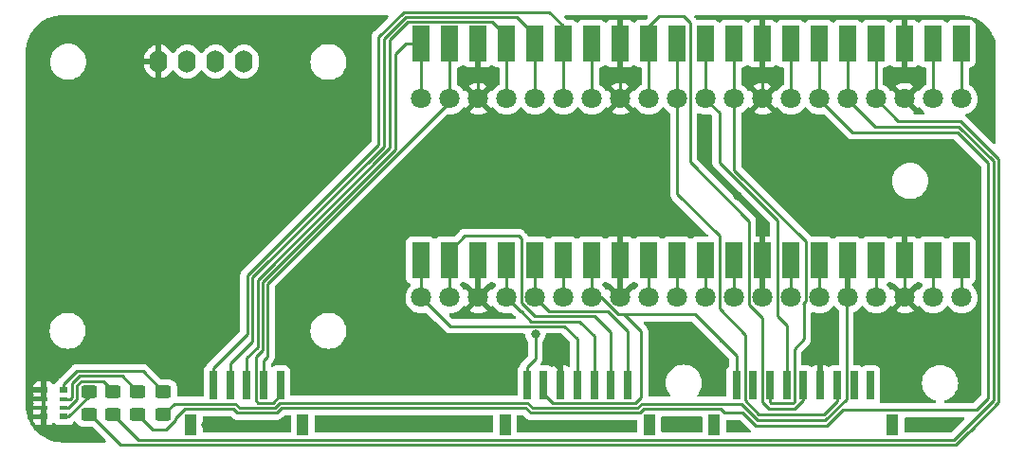
<source format=gtl>
%TF.GenerationSoftware,KiCad,Pcbnew,(6.0.1)*%
%TF.CreationDate,2022-04-16T19:26:04-06:00*%
%TF.ProjectId,PicoFlasher_Breakout_Board_V1.4,5069636f-466c-4617-9368-65725f427265,rev?*%
%TF.SameCoordinates,Original*%
%TF.FileFunction,Copper,L1,Top*%
%TF.FilePolarity,Positive*%
%FSLAX46Y46*%
G04 Gerber Fmt 4.6, Leading zero omitted, Abs format (unit mm)*
G04 Created by KiCad (PCBNEW (6.0.1)) date 2022-04-16 19:26:04*
%MOMM*%
%LPD*%
G01*
G04 APERTURE LIST*
G04 Aperture macros list*
%AMRoundRect*
0 Rectangle with rounded corners*
0 $1 Rounding radius*
0 $2 $3 $4 $5 $6 $7 $8 $9 X,Y pos of 4 corners*
0 Add a 4 corners polygon primitive as box body*
4,1,4,$2,$3,$4,$5,$6,$7,$8,$9,$2,$3,0*
0 Add four circle primitives for the rounded corners*
1,1,$1+$1,$2,$3*
1,1,$1+$1,$4,$5*
1,1,$1+$1,$6,$7*
1,1,$1+$1,$8,$9*
0 Add four rect primitives between the rounded corners*
20,1,$1+$1,$2,$3,$4,$5,0*
20,1,$1+$1,$4,$5,$6,$7,0*
20,1,$1+$1,$6,$7,$8,$9,0*
20,1,$1+$1,$8,$9,$2,$3,0*%
G04 Aperture macros list end*
%TA.AperFunction,SMDPad,CuDef*%
%ADD10RoundRect,0.250000X-0.450000X0.325000X-0.450000X-0.325000X0.450000X-0.325000X0.450000X0.325000X0*%
%TD*%
%TA.AperFunction,SMDPad,CuDef*%
%ADD11R,0.700000X2.500000*%
%TD*%
%TA.AperFunction,SMDPad,CuDef*%
%ADD12R,1.100000X1.900000*%
%TD*%
%TA.AperFunction,SMDPad,CuDef*%
%ADD13R,1.600000X3.200000*%
%TD*%
%TA.AperFunction,SMDPad,CuDef*%
%ADD14R,0.800000X0.500000*%
%TD*%
%TA.AperFunction,SMDPad,CuDef*%
%ADD15R,0.800000X0.400000*%
%TD*%
%TA.AperFunction,ComponentPad*%
%ADD16O,1.600000X2.000000*%
%TD*%
%TA.AperFunction,ComponentPad*%
%ADD17C,1.800000*%
%TD*%
%TA.AperFunction,ViaPad*%
%ADD18C,0.800000*%
%TD*%
%TA.AperFunction,Conductor*%
%ADD19C,0.250000*%
%TD*%
%TA.AperFunction,Conductor*%
%ADD20C,0.500000*%
%TD*%
G04 APERTURE END LIST*
D10*
%TO.P,D3,1,K*%
%TO.N,Net-(D3-Pad1)*%
X98750000Y-97700000D03*
%TO.P,D3,2,A*%
%TO.N,eMMC*%
X98750000Y-99750000D03*
%TD*%
%TO.P,D2,1,K*%
%TO.N,Net-(D2-Pad1)*%
X96550000Y-97700000D03*
%TO.P,D2,2,A*%
%TO.N,SPI*%
X96550000Y-99750000D03*
%TD*%
D11*
%TO.P,J1,1,1*%
%TO.N,S-Green*%
X152200000Y-97100000D03*
%TO.P,J1,2,2*%
%TO.N,unconnected-(J1-Pad2)*%
X153700000Y-97100000D03*
%TO.P,J1,3,3*%
%TO.N,E-Red*%
X155200000Y-97100000D03*
%TO.P,J1,4,4*%
%TO.N,E-Orange*%
X156700000Y-97100000D03*
%TO.P,J1,5,5*%
%TO.N,E-Yellow*%
X158200000Y-97100000D03*
%TO.P,J1,6,6*%
%TO.N,GND*%
X159700000Y-97100000D03*
%TO.P,J1,7,7*%
%TO.N,E-Blue*%
X161200000Y-97100000D03*
%TO.P,J1,8,8*%
%TO.N,unconnected-(J1-Pad8)*%
X162700000Y-97100000D03*
%TO.P,J1,9,9*%
%TO.N,unconnected-(J1-Pad9)*%
X164200000Y-97100000D03*
D12*
%TO.P,J1,10*%
%TO.N,N/C*%
X150250000Y-100700000D03*
%TO.P,J1,11*%
X166150000Y-100700000D03*
%TD*%
D13*
%TO.P,U1e,1,GP0*%
%TO.N,OLED Data*%
X172280000Y-66560000D03*
%TO.P,U1e,2,GP1*%
%TO.N,OLED Clock*%
X169740000Y-66560000D03*
%TO.P,U1e,3,GND_1*%
%TO.N,GND*%
X167200000Y-66560000D03*
%TO.P,U1e,4,GP2*%
%TO.N,Debug*%
X164660000Y-66560000D03*
%TO.P,U1e,5,GP3*%
%TO.N,SPI*%
X162120000Y-66560000D03*
%TO.P,U1e,6,GP4*%
%TO.N,eMMC*%
X159580000Y-66560000D03*
%TO.P,U1e,7,GP5*%
%TO.N,unconnected-(U1-Pad7)*%
X157040000Y-66560000D03*
%TO.P,U1e,8,GND_2*%
%TO.N,GND*%
X154500000Y-66560000D03*
%TO.P,U1e,9,GP6*%
%TO.N,E-Red*%
X151960000Y-66560000D03*
%TO.P,U1e,10,GP7*%
%TO.N,E-Orange*%
X149420000Y-66560000D03*
%TO.P,U1e,11,GP8*%
%TO.N,E-Blue*%
X146880000Y-66560000D03*
%TO.P,U1e,12,GP9*%
%TO.N,E-Yellow*%
X144340000Y-66560000D03*
%TO.P,U1e,13,GND_3*%
%TO.N,GND*%
X141800000Y-66560000D03*
%TO.P,U1e,14,GP10*%
%TO.N,unconnected-(U1-Pad14)*%
X139260000Y-66560000D03*
%TO.P,U1e,15,GP11*%
%TO.N,A_Red*%
X136720000Y-66560000D03*
%TO.P,U1e,16,GP12*%
%TO.N,A_Black*%
X134180000Y-66560000D03*
%TO.P,U1e,17,GP13*%
%TO.N,A_Yellow*%
X131640000Y-66560000D03*
%TO.P,U1e,18,GND_4*%
%TO.N,GND*%
X129100000Y-66560000D03*
%TO.P,U1e,19,GP14*%
%TO.N,A_Green*%
X126560000Y-66560000D03*
%TO.P,U1e,20,GP15*%
%TO.N,A_Blue*%
X124020000Y-66560000D03*
%TO.P,U1e,21,GP16*%
%TO.N,S-Orange*%
X124020000Y-85940000D03*
%TO.P,U1e,22,GP17*%
%TO.N,S-Brown*%
X126560000Y-85940000D03*
%TO.P,U1e,23,GND_5*%
%TO.N,GND*%
X129100000Y-85940000D03*
%TO.P,U1e,24,GP18*%
%TO.N,S-Red*%
X131640000Y-85940000D03*
%TO.P,U1e,25,GP19*%
%TO.N,S-Black*%
X134180000Y-85940000D03*
%TO.P,U1e,26,GP20*%
%TO.N,S-Blue*%
X136720000Y-85940000D03*
%TO.P,U1e,27,GP21*%
%TO.N,E-Green*%
X139260000Y-85940000D03*
%TO.P,U1e,28,GND_6*%
%TO.N,GND*%
X141800000Y-85940000D03*
%TO.P,U1e,29,GP22*%
%TO.N,unconnected-(U1-Pad29)*%
X144340000Y-85940000D03*
%TO.P,U1e,30,RUN*%
%TO.N,unconnected-(U1-Pad30)*%
X146880000Y-85940000D03*
%TO.P,U1e,31,GP26_A0*%
%TO.N,unconnected-(U1-Pad31)*%
X149420000Y-85940000D03*
%TO.P,U1e,32,GP27_A1*%
%TO.N,unconnected-(U1-Pad32)*%
X151960000Y-85940000D03*
%TO.P,U1e,33,GND_7*%
%TO.N,GND*%
X154500000Y-85940000D03*
%TO.P,U1e,34,GP28_A2*%
%TO.N,unconnected-(U1-Pad34)*%
X157040000Y-85940000D03*
%TO.P,U1e,35,ADC_VREF*%
%TO.N,unconnected-(U1-Pad35)*%
X159580000Y-85940000D03*
%TO.P,U1e,36,3V3(OUT)*%
%TO.N,3.3 Out*%
X162120000Y-85940000D03*
%TO.P,U1e,37,3V3_EN*%
%TO.N,unconnected-(U1-Pad37)*%
X164660000Y-85940000D03*
%TO.P,U1e,38,GND_8*%
%TO.N,GND*%
X167200000Y-85940000D03*
%TO.P,U1e,39,VSYS*%
%TO.N,unconnected-(U1-Pad39)*%
X169740000Y-85940000D03*
%TO.P,U1e,40,VBUS*%
%TO.N,unconnected-(U1-Pad40)*%
X172280000Y-85940000D03*
%TD*%
D14*
%TO.P,RN1,1*%
%TO.N,Net-(D1-Pad1)*%
X92150000Y-99950000D03*
D15*
%TO.P,RN1,2*%
%TO.N,Net-(D2-Pad1)*%
X92150000Y-99150000D03*
%TO.P,RN1,3*%
%TO.N,Net-(D3-Pad1)*%
X92150000Y-98350000D03*
D14*
%TO.P,RN1,4*%
%TO.N,Net-(D4-Pad1)*%
X92150000Y-97550000D03*
%TO.P,RN1,5*%
%TO.N,GND*%
X90350000Y-97550000D03*
D15*
%TO.P,RN1,6*%
X90350000Y-98350000D03*
%TO.P,RN1,7*%
X90350000Y-99150000D03*
D14*
%TO.P,RN1,8*%
X90350000Y-99950000D03*
%TD*%
D10*
%TO.P,D4,1,K*%
%TO.N,Net-(D4-Pad1)*%
X101050000Y-97700000D03*
%TO.P,D4,2,A*%
%TO.N,3.3 Out*%
X101050000Y-99750000D03*
%TD*%
D16*
%TO.P,U2,1,GND*%
%TO.N,GND*%
X100630000Y-68150000D03*
%TO.P,U2,2,VCC*%
%TO.N,3.3 Out*%
X103170000Y-68150000D03*
%TO.P,U2,3,SCL*%
%TO.N,OLED Clock*%
X105710000Y-68150000D03*
%TO.P,U2,4,SDA*%
%TO.N,OLED Data*%
X108250000Y-68150000D03*
%TD*%
D11*
%TO.P,J2,1,1*%
%TO.N,S-Blue*%
X133500000Y-97100000D03*
%TO.P,J2,2,2*%
%TO.N,S-Green*%
X135000000Y-97100000D03*
%TO.P,J2,3,3*%
%TO.N,GND*%
X136500000Y-97100000D03*
%TO.P,J2,4,4*%
%TO.N,S-Orange*%
X138000000Y-97100000D03*
%TO.P,J2,5,5*%
%TO.N,S-Red*%
X139500000Y-97100000D03*
%TO.P,J2,6,6*%
%TO.N,S-Brown*%
X141000000Y-97100000D03*
%TO.P,J2,7,7*%
%TO.N,S-Black*%
X142500000Y-97100000D03*
D12*
%TO.P,J2,8*%
%TO.N,N/C*%
X144450000Y-100700000D03*
%TO.P,J2,9*%
X131550000Y-100700000D03*
%TD*%
D10*
%TO.P,D1,1,K*%
%TO.N,Net-(D1-Pad1)*%
X94375000Y-97700000D03*
%TO.P,D1,2,A*%
%TO.N,Debug*%
X94375000Y-99750000D03*
%TD*%
D17*
%TO.P,U1,1,GP0*%
%TO.N,OLED Data*%
X172330000Y-71500000D03*
%TO.P,U1,2,GP1*%
%TO.N,OLED Clock*%
X169790000Y-71500000D03*
%TO.P,U1,3,GND_1*%
%TO.N,GND*%
X167250000Y-71500000D03*
%TO.P,U1,4,GP2*%
%TO.N,Debug*%
X164710000Y-71500000D03*
%TO.P,U1,5,GP3*%
%TO.N,SPI*%
X162170000Y-71500000D03*
%TO.P,U1,6,GP4*%
%TO.N,eMMC*%
X159630000Y-71500000D03*
%TO.P,U1,7,GP5*%
%TO.N,unconnected-(U1-Pad7)*%
X157090000Y-71500000D03*
%TO.P,U1,8,GND_2*%
%TO.N,GND*%
X154550000Y-71500000D03*
%TO.P,U1,9,GP6*%
%TO.N,E-Red*%
X152010000Y-71500000D03*
%TO.P,U1,10,GP7*%
%TO.N,E-Orange*%
X149470000Y-71500000D03*
%TO.P,U1,11,GP8*%
%TO.N,E-Blue*%
X146930000Y-71500000D03*
%TO.P,U1,12,GP9*%
%TO.N,E-Yellow*%
X144390000Y-71500000D03*
%TO.P,U1,13,GND_3*%
%TO.N,GND*%
X141850000Y-71500000D03*
%TO.P,U1,14,GP10*%
%TO.N,unconnected-(U1-Pad14)*%
X139310000Y-71500000D03*
%TO.P,U1,15,GP11*%
%TO.N,A_Red*%
X136770000Y-71500000D03*
%TO.P,U1,16,GP12*%
%TO.N,A_Black*%
X134230000Y-71500000D03*
%TO.P,U1,17,GP13*%
%TO.N,A_Yellow*%
X131690000Y-71500000D03*
%TO.P,U1,18,GND_4*%
%TO.N,GND*%
X129150000Y-71500000D03*
%TO.P,U1,19,GP14*%
%TO.N,A_Green*%
X126610000Y-71500000D03*
%TO.P,U1,20,GP15*%
%TO.N,A_Blue*%
X124070000Y-71500000D03*
%TO.P,U1,21,GP16*%
%TO.N,S-Orange*%
X124070000Y-89280000D03*
%TO.P,U1,22,GP17*%
%TO.N,S-Brown*%
X126610000Y-89280000D03*
%TO.P,U1,23,GND_5*%
%TO.N,GND*%
X129150000Y-89280000D03*
%TO.P,U1,24,GP18*%
%TO.N,S-Red*%
X131690000Y-89280000D03*
%TO.P,U1,25,GP19*%
%TO.N,S-Black*%
X134230000Y-89280000D03*
%TO.P,U1,26,GP20*%
%TO.N,S-Blue*%
X136770000Y-89280000D03*
%TO.P,U1,27,GP21*%
%TO.N,S-Green*%
X139310000Y-89280000D03*
%TO.P,U1,28,GND_6*%
%TO.N,GND*%
X141850000Y-89280000D03*
%TO.P,U1,29,GP22*%
%TO.N,unconnected-(U1-Pad29)*%
X144390000Y-89280000D03*
%TO.P,U1,30,RUN*%
%TO.N,unconnected-(U1-Pad30)*%
X146930000Y-89280000D03*
%TO.P,U1,31,GP26_A0*%
%TO.N,unconnected-(U1-Pad31)*%
X149470000Y-89280000D03*
%TO.P,U1,32,GP27_A1*%
%TO.N,unconnected-(U1-Pad32)*%
X152010000Y-89280000D03*
%TO.P,U1,33,GND_7*%
%TO.N,GND*%
X154550000Y-89280000D03*
%TO.P,U1,34,GP28_A2*%
%TO.N,unconnected-(U1-Pad34)*%
X157090000Y-89280000D03*
%TO.P,U1,35,ADC_VREF*%
%TO.N,unconnected-(U1-Pad35)*%
X159630000Y-89280000D03*
%TO.P,U1,36,3V3(OUT)*%
%TO.N,3.3 Out*%
X162170000Y-89280000D03*
%TO.P,U1,37,3V3_EN*%
%TO.N,unconnected-(U1-Pad37)*%
X164710000Y-89280000D03*
%TO.P,U1,38,GND_8*%
%TO.N,GND*%
X167250000Y-89280000D03*
%TO.P,U1,39,VSYS*%
%TO.N,unconnected-(U1-Pad39)*%
X169790000Y-89280000D03*
%TO.P,U1,40,VBUS*%
%TO.N,unconnected-(U1-Pad40)*%
X172330000Y-89280000D03*
%TD*%
D11*
%TO.P,J3,1,Pin_1*%
%TO.N,A_Red*%
X105500000Y-97100000D03*
%TO.P,J3,2,Pin_2*%
%TO.N,A_Black*%
X107000000Y-97100000D03*
%TO.P,J3,3,Pin_3*%
%TO.N,A_Yellow*%
X108500000Y-97100000D03*
%TO.P,J3,4,Pin_4*%
%TO.N,A_Green*%
X110000000Y-97100000D03*
%TO.P,J3,5,Pin_5*%
%TO.N,A_Blue*%
X111500000Y-97100000D03*
D12*
%TO.P,J3,6*%
%TO.N,N/C*%
X113500000Y-100700000D03*
%TO.P,J3,7*%
X103500000Y-100700000D03*
%TD*%
D18*
%TO.N,S-Blue*%
X134250000Y-92577571D03*
%TO.N,GND*%
X115500000Y-100600000D03*
X167800000Y-100800000D03*
X133300000Y-100800000D03*
X94750000Y-94250000D03*
X160875000Y-92275000D03*
X122700000Y-82400000D03*
X141750000Y-75650000D03*
X152300000Y-100700000D03*
X141750000Y-81350000D03*
X144800000Y-94500000D03*
X131500000Y-95500000D03*
X104800000Y-100700000D03*
X152300000Y-80150000D03*
X135750000Y-95000000D03*
X146800000Y-100700000D03*
%TD*%
D19*
%TO.N,GND*%
X167250000Y-85990000D02*
X167200000Y-85940000D01*
X167250000Y-89280000D02*
X167250000Y-85990000D01*
%TO.N,Net-(D1-Pad1)*%
X92150000Y-99950000D02*
X92587506Y-99950000D01*
X94550000Y-97999022D02*
X94550000Y-97700000D01*
X94375000Y-98162506D02*
X94375000Y-97700000D01*
X92587506Y-99950000D02*
X94375000Y-98162506D01*
%TO.N,Net-(D2-Pad1)*%
X95700480Y-96800480D02*
X93687027Y-96800480D01*
X96550000Y-97700000D02*
X96550000Y-97650000D01*
X92560718Y-99150000D02*
X92150000Y-99150000D01*
X93350000Y-98360718D02*
X92560718Y-99150000D01*
X93350000Y-97137506D02*
X93350000Y-98360718D01*
X96550000Y-97650000D02*
X95700480Y-96800480D01*
X93687027Y-96800480D02*
X93581253Y-96906253D01*
X93581253Y-96906253D02*
X93350000Y-97137506D01*
%TO.N,Net-(D3-Pad1)*%
X92875480Y-96976309D02*
X92875480Y-98199520D01*
X97350480Y-96300480D02*
X93551309Y-96300480D01*
X92875480Y-98199520D02*
X92700000Y-98375000D01*
X98750000Y-97700000D02*
X97350480Y-96300480D01*
X92700000Y-98375000D02*
X92175000Y-98375000D01*
X92175000Y-98375000D02*
X92150000Y-98350000D01*
X93551309Y-96300480D02*
X92875480Y-96976309D01*
%TO.N,Net-(D4-Pad1)*%
X99200960Y-95850960D02*
X93349040Y-95850960D01*
X101050000Y-97700000D02*
X99200960Y-95850960D01*
X93349040Y-95850960D02*
X92150000Y-97050000D01*
X92150000Y-97050000D02*
X92150000Y-97550000D01*
%TO.N,E-Yellow*%
X153325489Y-82425489D02*
X153325489Y-89925489D01*
X155100978Y-99250000D02*
X157385718Y-99250000D01*
X144340000Y-65060000D02*
X145300000Y-64100000D01*
X145300000Y-64100000D02*
X147469022Y-64100000D01*
X154500000Y-91100000D02*
X154500000Y-98649022D01*
X148056511Y-65293489D02*
X148056511Y-77156511D01*
X147469022Y-64100000D02*
X148075000Y-64705978D01*
X148056511Y-77156511D02*
X153325489Y-82425489D01*
X144392000Y-66612000D02*
X144340000Y-66560000D01*
X148075000Y-65275000D02*
X148056511Y-65293489D01*
X144340000Y-66560000D02*
X144340000Y-65060000D01*
X157385718Y-99250000D02*
X158200000Y-98435718D01*
X154500000Y-98649022D02*
X155100978Y-99250000D01*
X148075000Y-64705978D02*
X148075000Y-65275000D01*
X153325489Y-89925489D02*
X154500000Y-91100000D01*
X144392000Y-71540000D02*
X144392000Y-66612000D01*
X158200000Y-98435718D02*
X158200000Y-97100000D01*
%TO.N,E-Red*%
X158405489Y-84256467D02*
X158405489Y-89594511D01*
X158200000Y-89800000D02*
X158405489Y-89594511D01*
X151960000Y-66560000D02*
X152012000Y-66612000D01*
X157374511Y-98625489D02*
X157374511Y-93875489D01*
X155325000Y-98750000D02*
X157250000Y-98750000D01*
X158250000Y-93000000D02*
X158250000Y-89750000D01*
X155200000Y-98625000D02*
X155325000Y-98750000D01*
X155200000Y-97100000D02*
X155200000Y-98625000D01*
X157250000Y-98750000D02*
X157374511Y-98625489D01*
X152012000Y-77862978D02*
X158405489Y-84256467D01*
X157374511Y-93875489D02*
X158250000Y-93000000D01*
X152012000Y-66612000D02*
X152012000Y-77862978D01*
X158250000Y-89750000D02*
X158405489Y-89594511D01*
%TO.N,E-Orange*%
X150700000Y-77186696D02*
X155865489Y-82352185D01*
X149420000Y-66560000D02*
X149472000Y-66612000D01*
X149472000Y-71540000D02*
X150700000Y-72768000D01*
X156700000Y-91800000D02*
X156700000Y-97100000D01*
X155865489Y-82352185D02*
X155865489Y-89634511D01*
X155865489Y-89787210D02*
X155865489Y-89634511D01*
X155865489Y-90965489D02*
X156700000Y-91800000D01*
X149472000Y-66612000D02*
X149472000Y-71540000D01*
X150700000Y-72768000D02*
X150700000Y-77186696D01*
X155865489Y-89634511D02*
X155865489Y-90965489D01*
%TO.N,E-Blue*%
X153000000Y-92600000D02*
X153000000Y-98500000D01*
X146932000Y-80011022D02*
X150694511Y-83773533D01*
X146932000Y-66612000D02*
X146932000Y-80011022D01*
X160050480Y-99699520D02*
X161200000Y-98550000D01*
X150694511Y-90294511D02*
X153000000Y-92600000D01*
X153000000Y-98500000D02*
X154199520Y-99699520D01*
X161200000Y-98550000D02*
X161200000Y-97100000D01*
X146880000Y-66560000D02*
X146932000Y-66612000D01*
X150694511Y-83773533D02*
X150694511Y-90294511D01*
X154199520Y-99699520D02*
X160050480Y-99699520D01*
%TO.N,S-Orange*%
X124070000Y-89280000D02*
X126643071Y-91853071D01*
X124020000Y-85430978D02*
X124020000Y-85940000D01*
X138000000Y-93000000D02*
X138000000Y-97100000D01*
X136853071Y-91853071D02*
X138000000Y-93000000D01*
X124072000Y-85992000D02*
X124020000Y-85940000D01*
X124070000Y-85990000D02*
X124020000Y-85940000D01*
X124070000Y-89280000D02*
X124070000Y-85990000D01*
X126643071Y-91853071D02*
X136853071Y-91853071D01*
%TO.N,S-Brown*%
X126610000Y-89280000D02*
X126610000Y-85990000D01*
X141000000Y-97100000D02*
X141000000Y-92385718D01*
X126610000Y-85990000D02*
X126560000Y-85940000D01*
X133000000Y-89781721D02*
X133000000Y-84000000D01*
X126560000Y-85140000D02*
X126560000Y-85940000D01*
X134172309Y-90954031D02*
X133000000Y-89781721D01*
X141000000Y-92385718D02*
X139568313Y-90954031D01*
X126612000Y-85992000D02*
X126560000Y-85940000D01*
X127950000Y-83750000D02*
X126560000Y-85140000D01*
X133000000Y-84000000D02*
X132750000Y-83750000D01*
X139568313Y-90954031D02*
X134172309Y-90954031D01*
X132750000Y-83750000D02*
X127950000Y-83750000D01*
%TO.N,S-Red*%
X132910000Y-90500000D02*
X133000000Y-90500000D01*
X131690000Y-85990000D02*
X131640000Y-85940000D01*
X139500000Y-92750000D02*
X139500000Y-97100000D01*
X131692000Y-85992000D02*
X131640000Y-85940000D01*
X133000000Y-90500000D02*
X133903551Y-91403551D01*
X138153551Y-91403551D02*
X139500000Y-92750000D01*
X131690000Y-89280000D02*
X131690000Y-85990000D01*
X133903551Y-91403551D02*
X138153551Y-91403551D01*
X131690000Y-89280000D02*
X132910000Y-90500000D01*
%TO.N,S-Black*%
X136254511Y-90504511D02*
X140707072Y-90504511D01*
X142500000Y-92300000D02*
X142500000Y-97100000D01*
X134232000Y-85992000D02*
X134180000Y-85940000D01*
X141800000Y-91597439D02*
X141800000Y-91600000D01*
X141800000Y-91600000D02*
X142500000Y-92300000D01*
X136250000Y-90500000D02*
X136254511Y-90504511D01*
X140707072Y-90504511D02*
X141800000Y-91597439D01*
X135450000Y-90500000D02*
X136250000Y-90500000D01*
X134230000Y-85990000D02*
X134180000Y-85940000D01*
X134230000Y-89280000D02*
X135450000Y-90500000D01*
X134230000Y-89280000D02*
X134230000Y-85990000D01*
%TO.N,S-Blue*%
X133500000Y-98000000D02*
X133500000Y-97100000D01*
X136770000Y-85990000D02*
X136720000Y-85940000D01*
X136770000Y-89280000D02*
X136770000Y-85990000D01*
X136772000Y-85992000D02*
X136720000Y-85940000D01*
X134250000Y-94750000D02*
X134250000Y-92577571D01*
X133500000Y-95500000D02*
X134250000Y-94750000D01*
X133500000Y-95500000D02*
X133500000Y-97100000D01*
%TO.N,GND*%
X154552000Y-85992000D02*
X154500000Y-85940000D01*
D20*
X154550000Y-85990000D02*
X154500000Y-85940000D01*
X154550000Y-89280000D02*
X154550000Y-85990000D01*
D19*
X154552000Y-71540000D02*
X154552000Y-66612000D01*
X129152000Y-66612000D02*
X129100000Y-66560000D01*
X141852000Y-66612000D02*
X141800000Y-66560000D01*
X129152000Y-71540000D02*
X129152000Y-66612000D01*
X141852000Y-71540000D02*
X141852000Y-66612000D01*
X136500000Y-97100000D02*
X136500000Y-95750000D01*
D20*
X141850000Y-89280000D02*
X141850000Y-85990000D01*
D19*
X129130000Y-71562000D02*
X129152000Y-71540000D01*
D20*
X129150000Y-89280000D02*
X129150000Y-85990000D01*
X141850000Y-85990000D02*
X141800000Y-85940000D01*
D19*
X141852000Y-85992000D02*
X141800000Y-85940000D01*
D20*
X129150000Y-85990000D02*
X129100000Y-85940000D01*
D19*
X136500000Y-95750000D02*
X135750000Y-95000000D01*
X154552000Y-66612000D02*
X154500000Y-66560000D01*
X129152000Y-85992000D02*
X129100000Y-85940000D01*
%TO.N,Debug*%
X94500000Y-99750000D02*
X94375000Y-99750000D01*
X173137489Y-101137489D02*
X172937489Y-101337489D01*
X175598080Y-76848080D02*
X175598080Y-98676899D01*
X164660000Y-71488000D02*
X166672000Y-73500000D01*
X97199520Y-102449520D02*
X171825458Y-102449520D01*
X172250000Y-73500000D02*
X175598080Y-76848080D01*
X175598080Y-98676899D02*
X173137489Y-101137489D01*
X173137489Y-101137489D02*
X172726419Y-101548560D01*
X95875000Y-101125000D02*
X94500000Y-99750000D01*
X164660000Y-66560000D02*
X164660000Y-71488000D01*
X166672000Y-73500000D02*
X172250000Y-73500000D01*
X171825458Y-102449520D02*
X172937489Y-101337489D01*
X95875000Y-101125000D02*
X97199520Y-102449520D01*
%TO.N,eMMC*%
X159632000Y-71540000D02*
X159632000Y-66612000D01*
X131949520Y-99149520D02*
X113249520Y-99149520D01*
X113249520Y-99149520D02*
X111621916Y-99149520D01*
X173654024Y-99349520D02*
X174699040Y-98304504D01*
X153938803Y-100724520D02*
X160325480Y-100724520D01*
X162592000Y-74500000D02*
X159632000Y-71540000D01*
X171946436Y-74500000D02*
X162592000Y-74500000D01*
X133828566Y-99600000D02*
X143571435Y-99600000D01*
X107650480Y-99600000D02*
X107300000Y-99249520D01*
X102100000Y-100100000D02*
X102100000Y-100287493D01*
X102100000Y-100287493D02*
X101286533Y-101100960D01*
X159632000Y-66612000D02*
X159580000Y-66560000D01*
X132800000Y-99149520D02*
X131949520Y-99149520D01*
X161700480Y-99349520D02*
X173654024Y-99349520D01*
X111621916Y-99149520D02*
X111171436Y-99600000D01*
X132150480Y-99149520D02*
X133378086Y-99149520D01*
X107300000Y-99249520D02*
X102950480Y-99249520D01*
X111171436Y-99600000D02*
X107650480Y-99600000D01*
X150829062Y-99249520D02*
X151153093Y-99573551D01*
X143921915Y-99249520D02*
X150829062Y-99249520D01*
X131949520Y-99149520D02*
X132150480Y-99149520D01*
X143571435Y-99600000D02*
X143921915Y-99249520D01*
X100100960Y-101100960D02*
X98750000Y-99750000D01*
X151153093Y-99573551D02*
X152787833Y-99573551D01*
X152787833Y-99573551D02*
X153938803Y-100724520D01*
X101286533Y-101100960D02*
X100100960Y-101100960D01*
X133378086Y-99149520D02*
X133828566Y-99600000D01*
X102950480Y-99249520D02*
X102100000Y-100100000D01*
X174699040Y-98304504D02*
X174699040Y-77252604D01*
X132150480Y-99149520D02*
X132913802Y-99149520D01*
X160325480Y-100724520D02*
X161700480Y-99349520D01*
X174699040Y-77252604D02*
X171946436Y-74500000D01*
%TO.N,SPI*%
X162172000Y-66612000D02*
X162172000Y-71540000D01*
X175148560Y-98490702D02*
X171639262Y-102000000D01*
X175148560Y-77066406D02*
X175148560Y-98490702D01*
X162120000Y-66560000D02*
X162172000Y-66612000D01*
X171639262Y-102000000D02*
X98800000Y-102000000D01*
X162172000Y-71540000D02*
X164632000Y-74000000D01*
X172082154Y-74000000D02*
X175148560Y-77066406D01*
X98800000Y-102000000D02*
X96550000Y-99750000D01*
X164632000Y-74000000D02*
X172082154Y-74000000D01*
%TO.N,OLED Data*%
X172332000Y-71540000D02*
X172332000Y-66612000D01*
X172332000Y-66612000D02*
X172280000Y-66560000D01*
%TO.N,OLED Clock*%
X169792000Y-66612000D02*
X169740000Y-66560000D01*
X169792000Y-71540000D02*
X169792000Y-66612000D01*
%TO.N,3.3 Out*%
X133564283Y-98700000D02*
X111435718Y-98700000D01*
X143386197Y-99149520D02*
X134013803Y-99149520D01*
X107835717Y-99149520D02*
X107486197Y-98800000D01*
X111435718Y-98700000D02*
X110986198Y-99149520D01*
X110986198Y-99149520D02*
X107835717Y-99149520D01*
X160125000Y-100275000D02*
X154125000Y-100275000D01*
D20*
X162120000Y-89230000D02*
X162170000Y-89280000D01*
D19*
X102000000Y-98800000D02*
X101050000Y-99750000D01*
X162025489Y-98374511D02*
X160125000Y-100275000D01*
X134013803Y-99149520D02*
X133564283Y-98700000D01*
X143735718Y-98800000D02*
X143386197Y-99149520D01*
D20*
X162120000Y-85940000D02*
X162120000Y-89230000D01*
D19*
X154125000Y-100275000D02*
X152650000Y-98800000D01*
X152650000Y-98800000D02*
X143735718Y-98800000D01*
X162170000Y-89280000D02*
X162025489Y-89424511D01*
X162025489Y-89424511D02*
X162025489Y-98374511D01*
X107486197Y-98800000D02*
X102000000Y-98800000D01*
%TO.N,A_Red*%
X136720000Y-66560000D02*
X136720000Y-64970000D01*
X108550480Y-87313803D02*
X108550480Y-92550480D01*
X136772000Y-71540000D02*
X136772000Y-66612000D01*
X135486449Y-63736449D02*
X122492115Y-63736449D01*
X105500000Y-97081500D02*
X105500000Y-95600960D01*
X105500000Y-95600960D02*
X108550480Y-92550480D01*
X122492115Y-63736449D02*
X120250000Y-65978565D01*
X120250000Y-75614282D02*
X108550480Y-87313803D01*
X136772000Y-66612000D02*
X136720000Y-66560000D01*
X120250000Y-65978565D02*
X120250000Y-75614282D01*
X136720000Y-64970000D02*
X135486449Y-63736449D01*
%TO.N,A_Black*%
X134232000Y-66612000D02*
X134180000Y-66560000D01*
X107000000Y-95200000D02*
X109000000Y-93200000D01*
X107000000Y-97081500D02*
X107000000Y-95200000D01*
X132611429Y-64185969D02*
X122678313Y-64185969D01*
X109000000Y-87500000D02*
X109000000Y-93200000D01*
X120750000Y-75750000D02*
X109000000Y-87500000D01*
X134180000Y-66560000D02*
X134180000Y-65754540D01*
X134180000Y-65754540D02*
X132611429Y-64185969D01*
X120750000Y-66114283D02*
X120750000Y-75750000D01*
X134232000Y-71540000D02*
X134232000Y-66612000D01*
X122678313Y-64185969D02*
X120750000Y-66114283D01*
%TO.N,A_Yellow*%
X131640000Y-65890000D02*
X130385489Y-64635489D01*
X108500000Y-94699040D02*
X109449520Y-93749520D01*
X131640000Y-66560000D02*
X131640000Y-65890000D01*
X108500000Y-97081500D02*
X108500000Y-94699040D01*
X109449520Y-87686198D02*
X109449520Y-93749520D01*
X122864511Y-64635489D02*
X121250000Y-66250000D01*
X131692000Y-71540000D02*
X131692000Y-66612000D01*
X121250000Y-75885717D02*
X109449520Y-87686198D01*
X121250000Y-66250000D02*
X121250000Y-75885717D01*
X130385489Y-64635489D02*
X122864511Y-64635489D01*
X131692000Y-66612000D02*
X131640000Y-66560000D01*
%TO.N,A_Green*%
X126612000Y-66612000D02*
X126560000Y-66560000D01*
X110348560Y-88058594D02*
X126612000Y-71795154D01*
X126612000Y-71795154D02*
X126612000Y-66612000D01*
X110000000Y-94900000D02*
X110348560Y-94551440D01*
X110348560Y-94551440D02*
X110348560Y-88058594D01*
X110000000Y-97081500D02*
X110000000Y-94900000D01*
%TO.N,unconnected-(U1-Pad7)*%
X157092000Y-71540000D02*
X157092000Y-66612000D01*
X157092000Y-66612000D02*
X157040000Y-66560000D01*
%TO.N,unconnected-(U1-Pad14)*%
X139312000Y-66612000D02*
X139260000Y-66560000D01*
X139312000Y-71540000D02*
X139312000Y-66612000D01*
%TO.N,unconnected-(U1-Pad29)*%
X144392000Y-85992000D02*
X144340000Y-85940000D01*
X144390000Y-89280000D02*
X144390000Y-85990000D01*
X144390000Y-85990000D02*
X144340000Y-85940000D01*
%TO.N,unconnected-(U1-Pad30)*%
X146930000Y-89280000D02*
X146930000Y-85990000D01*
X146932000Y-85992000D02*
X146880000Y-85940000D01*
X146930000Y-85990000D02*
X146880000Y-85940000D01*
%TO.N,unconnected-(U1-Pad31)*%
X149472000Y-85992000D02*
X149420000Y-85940000D01*
X149470000Y-89280000D02*
X149470000Y-85990000D01*
X149470000Y-85990000D02*
X149420000Y-85940000D01*
%TO.N,unconnected-(U1-Pad32)*%
X152012000Y-85992000D02*
X151960000Y-85940000D01*
X152010000Y-85990000D02*
X151960000Y-85940000D01*
X152010000Y-89280000D02*
X152010000Y-85990000D01*
%TO.N,unconnected-(U1-Pad34)*%
X157092000Y-85992000D02*
X157040000Y-85940000D01*
X157090000Y-89280000D02*
X157090000Y-85990000D01*
X157090000Y-85990000D02*
X157040000Y-85940000D01*
%TO.N,unconnected-(U1-Pad35)*%
X159630000Y-89280000D02*
X159630000Y-85990000D01*
X159630000Y-85990000D02*
X159580000Y-85940000D01*
X159632000Y-85992000D02*
X159580000Y-85940000D01*
%TO.N,unconnected-(U1-Pad37)*%
X164710000Y-89280000D02*
X164710000Y-85990000D01*
X164710000Y-85990000D02*
X164660000Y-85940000D01*
X164712000Y-85992000D02*
X164660000Y-85940000D01*
%TO.N,unconnected-(U1-Pad39)*%
X169790000Y-85990000D02*
X169740000Y-85940000D01*
X169790000Y-89280000D02*
X169790000Y-85990000D01*
X169792000Y-85992000D02*
X169740000Y-85940000D01*
%TO.N,unconnected-(U1-Pad40)*%
X172330000Y-89280000D02*
X172330000Y-85990000D01*
X172332000Y-85992000D02*
X172280000Y-85940000D01*
X172330000Y-85990000D02*
X172280000Y-85940000D01*
%TO.N,A_Blue*%
X121750000Y-67500000D02*
X122690000Y-66560000D01*
X109899040Y-87872396D02*
X121750000Y-76021436D01*
X111500000Y-97081500D02*
X111500000Y-98000000D01*
X110800000Y-98700000D02*
X109500000Y-98700000D01*
X109300000Y-98500000D02*
X109300000Y-94600000D01*
X109500000Y-98700000D02*
X109300000Y-98500000D01*
X121750000Y-76021436D02*
X121750000Y-67500000D01*
X124072000Y-66612000D02*
X124020000Y-66560000D01*
X111500000Y-98000000D02*
X110800000Y-98700000D01*
X124072000Y-71540000D02*
X124072000Y-66612000D01*
X109300000Y-94600000D02*
X109899040Y-94000960D01*
X122690000Y-66560000D02*
X124020000Y-66560000D01*
X109899040Y-94000960D02*
X109899040Y-87872396D01*
%TO.N,S-Green*%
X152200000Y-97100000D02*
X152200000Y-94500000D01*
X142600000Y-90800000D02*
X142200000Y-90800000D01*
X138450000Y-98700000D02*
X135850978Y-98700000D01*
X139310000Y-89280000D02*
X139310000Y-85990000D01*
X142200000Y-90800000D02*
X143700000Y-92300000D01*
X135000000Y-97849022D02*
X135000000Y-97100000D01*
X150800000Y-93100000D02*
X150600000Y-92900000D01*
X143700000Y-92300000D02*
X143700000Y-98200000D01*
X141638279Y-90800000D02*
X142600000Y-90800000D01*
X150600000Y-92900000D02*
X148500000Y-90800000D01*
X135850978Y-98700000D02*
X135000000Y-97849022D01*
X143700000Y-98200000D02*
X143200000Y-98700000D01*
X152200000Y-94500000D02*
X150600000Y-92900000D01*
X148500000Y-90800000D02*
X142600000Y-90800000D01*
X143200000Y-98700000D02*
X138450000Y-98700000D01*
X139310000Y-89280000D02*
X140118279Y-89280000D01*
X139312000Y-85992000D02*
X139260000Y-85940000D01*
X140118279Y-89280000D02*
X141638279Y-90800000D01*
X139310000Y-85990000D02*
X139260000Y-85940000D01*
%TO.N,unconnected-(J1-Pad2)*%
X153700000Y-98000000D02*
X153700000Y-97100000D01*
%TD*%
%TA.AperFunction,Conductor*%
%TO.N,GND*%
G36*
X121088590Y-64028002D02*
G01*
X121135083Y-64081658D01*
X121145187Y-64151932D01*
X121115693Y-64216512D01*
X121109564Y-64223095D01*
X119857747Y-65474913D01*
X119849461Y-65482453D01*
X119842982Y-65486565D01*
X119837557Y-65492342D01*
X119796357Y-65536216D01*
X119793602Y-65539058D01*
X119773865Y-65558795D01*
X119771385Y-65561992D01*
X119763682Y-65571012D01*
X119733414Y-65603244D01*
X119729595Y-65610190D01*
X119729593Y-65610193D01*
X119723652Y-65620999D01*
X119712801Y-65637518D01*
X119700386Y-65653524D01*
X119697241Y-65660793D01*
X119697238Y-65660797D01*
X119682826Y-65694102D01*
X119677609Y-65704752D01*
X119656305Y-65743505D01*
X119654334Y-65751180D01*
X119654334Y-65751181D01*
X119651267Y-65763127D01*
X119644863Y-65781831D01*
X119636819Y-65800420D01*
X119635580Y-65808243D01*
X119635577Y-65808253D01*
X119629901Y-65844089D01*
X119627495Y-65855709D01*
X119616500Y-65898535D01*
X119616500Y-65918789D01*
X119614949Y-65938499D01*
X119611780Y-65958508D01*
X119612526Y-65966400D01*
X119615941Y-66002526D01*
X119616500Y-66014384D01*
X119616500Y-75299688D01*
X119596498Y-75367809D01*
X119579595Y-75388783D01*
X108158227Y-86810151D01*
X108149941Y-86817691D01*
X108143462Y-86821803D01*
X108138037Y-86827580D01*
X108096837Y-86871454D01*
X108094082Y-86874296D01*
X108074345Y-86894033D01*
X108071865Y-86897230D01*
X108064162Y-86906250D01*
X108033894Y-86938482D01*
X108030075Y-86945428D01*
X108030073Y-86945431D01*
X108024132Y-86956237D01*
X108013281Y-86972756D01*
X108000866Y-86988762D01*
X107997721Y-86996031D01*
X107997718Y-86996035D01*
X107983306Y-87029340D01*
X107978089Y-87039990D01*
X107956785Y-87078743D01*
X107954814Y-87086418D01*
X107954814Y-87086419D01*
X107951747Y-87098365D01*
X107945343Y-87117069D01*
X107937299Y-87135658D01*
X107936060Y-87143481D01*
X107936057Y-87143491D01*
X107930381Y-87179327D01*
X107927975Y-87190947D01*
X107916980Y-87233773D01*
X107916980Y-87254027D01*
X107915429Y-87273737D01*
X107912260Y-87293746D01*
X107913006Y-87301638D01*
X107916421Y-87337764D01*
X107916980Y-87349622D01*
X107916980Y-92235885D01*
X107896978Y-92304006D01*
X107880075Y-92324980D01*
X105107747Y-95097308D01*
X105099461Y-95104848D01*
X105092982Y-95108960D01*
X105087557Y-95114737D01*
X105046357Y-95158611D01*
X105043602Y-95161453D01*
X105023865Y-95181190D01*
X105021385Y-95184387D01*
X105013682Y-95193407D01*
X104983414Y-95225639D01*
X104979595Y-95232585D01*
X104979593Y-95232588D01*
X104973652Y-95243394D01*
X104962801Y-95259913D01*
X104950386Y-95275919D01*
X104947241Y-95283188D01*
X104947238Y-95283192D01*
X104932826Y-95316497D01*
X104927609Y-95327147D01*
X104906305Y-95365900D01*
X104904332Y-95373585D01*
X104903348Y-95376070D01*
X104861761Y-95430513D01*
X104786739Y-95486739D01*
X104699385Y-95603295D01*
X104648255Y-95739684D01*
X104641500Y-95801866D01*
X104641500Y-98040500D01*
X104621498Y-98108621D01*
X104567842Y-98155114D01*
X104515500Y-98166500D01*
X102384500Y-98166500D01*
X102316379Y-98146498D01*
X102269886Y-98092842D01*
X102258500Y-98040500D01*
X102258500Y-97324600D01*
X102255545Y-97296121D01*
X102248238Y-97225692D01*
X102248237Y-97225688D01*
X102247526Y-97218834D01*
X102233704Y-97177403D01*
X102193868Y-97058002D01*
X102191550Y-97051054D01*
X102098478Y-96900652D01*
X101973303Y-96775695D01*
X101967072Y-96771854D01*
X101828968Y-96686725D01*
X101828966Y-96686724D01*
X101822738Y-96682885D01*
X101731223Y-96652531D01*
X101661389Y-96629368D01*
X101661387Y-96629368D01*
X101654861Y-96627203D01*
X101648025Y-96626503D01*
X101648022Y-96626502D01*
X101604969Y-96622091D01*
X101550400Y-96616500D01*
X100914595Y-96616500D01*
X100846474Y-96596498D01*
X100825500Y-96579595D01*
X99704612Y-95458707D01*
X99697072Y-95450421D01*
X99692960Y-95443942D01*
X99643308Y-95397316D01*
X99640467Y-95394562D01*
X99620730Y-95374825D01*
X99617533Y-95372345D01*
X99608511Y-95364640D01*
X99604357Y-95360739D01*
X99576281Y-95334374D01*
X99569335Y-95330555D01*
X99569332Y-95330553D01*
X99558526Y-95324612D01*
X99542007Y-95313761D01*
X99532505Y-95306391D01*
X99526001Y-95301346D01*
X99518732Y-95298201D01*
X99518728Y-95298198D01*
X99485423Y-95283786D01*
X99474773Y-95278569D01*
X99436020Y-95257265D01*
X99416397Y-95252227D01*
X99397694Y-95245823D01*
X99386380Y-95240927D01*
X99386379Y-95240927D01*
X99379105Y-95237779D01*
X99371282Y-95236540D01*
X99371272Y-95236537D01*
X99335436Y-95230861D01*
X99323816Y-95228455D01*
X99288671Y-95219432D01*
X99288670Y-95219432D01*
X99280990Y-95217460D01*
X99260736Y-95217460D01*
X99241025Y-95215909D01*
X99238677Y-95215537D01*
X99221017Y-95212740D01*
X99191746Y-95215507D01*
X99176999Y-95216901D01*
X99165141Y-95217460D01*
X93427808Y-95217460D01*
X93416625Y-95216933D01*
X93409132Y-95215258D01*
X93401206Y-95215507D01*
X93401205Y-95215507D01*
X93341042Y-95217398D01*
X93337084Y-95217460D01*
X93309184Y-95217460D01*
X93305194Y-95217964D01*
X93293360Y-95218896D01*
X93249151Y-95220286D01*
X93241535Y-95222499D01*
X93241533Y-95222499D01*
X93229692Y-95225939D01*
X93210333Y-95229948D01*
X93209023Y-95230114D01*
X93190243Y-95232486D01*
X93182877Y-95235402D01*
X93182871Y-95235404D01*
X93149138Y-95248760D01*
X93137908Y-95252605D01*
X93108733Y-95261081D01*
X93095447Y-95264941D01*
X93088624Y-95268976D01*
X93078006Y-95275255D01*
X93060253Y-95283952D01*
X93058713Y-95284562D01*
X93041423Y-95291408D01*
X93027745Y-95301346D01*
X93005652Y-95317397D01*
X92995735Y-95323911D01*
X92957678Y-95346418D01*
X92943357Y-95360739D01*
X92928324Y-95373579D01*
X92911933Y-95385488D01*
X92885189Y-95417816D01*
X92883742Y-95419565D01*
X92875752Y-95428344D01*
X91757747Y-96546348D01*
X91749461Y-96553888D01*
X91742982Y-96558000D01*
X91737557Y-96563777D01*
X91696357Y-96607651D01*
X91693602Y-96610493D01*
X91673865Y-96630230D01*
X91671385Y-96633427D01*
X91663682Y-96642447D01*
X91633414Y-96674679D01*
X91629595Y-96681625D01*
X91629593Y-96681628D01*
X91623652Y-96692434D01*
X91612801Y-96708953D01*
X91600386Y-96724959D01*
X91597241Y-96732228D01*
X91597238Y-96732232D01*
X91582826Y-96765537D01*
X91577602Y-96776200D01*
X91568590Y-96792592D01*
X91518687Y-96842408D01*
X91511697Y-96846235D01*
X91503295Y-96849385D01*
X91386739Y-96936739D01*
X91381358Y-96943919D01*
X91350514Y-96985074D01*
X91293655Y-97027589D01*
X91222836Y-97032615D01*
X91160543Y-96998555D01*
X91148862Y-96985075D01*
X91118283Y-96944274D01*
X91105724Y-96931715D01*
X91003649Y-96855214D01*
X90988054Y-96846676D01*
X90867606Y-96801522D01*
X90852351Y-96797895D01*
X90801486Y-96792369D01*
X90794672Y-96792000D01*
X90618115Y-96792000D01*
X90602876Y-96796475D01*
X90601671Y-96797865D01*
X90600000Y-96805548D01*
X90600000Y-98251095D01*
X90579998Y-98319216D01*
X90569225Y-98333607D01*
X90551671Y-98353865D01*
X90550000Y-98361548D01*
X90550000Y-99133885D01*
X90554474Y-99149124D01*
X90556512Y-99150889D01*
X90594896Y-99210615D01*
X90600000Y-99246114D01*
X90600000Y-100689884D01*
X90604475Y-100705123D01*
X90605865Y-100706328D01*
X90613548Y-100707999D01*
X90794669Y-100707999D01*
X90801490Y-100707629D01*
X90852352Y-100702105D01*
X90867604Y-100698479D01*
X90988054Y-100653324D01*
X91003649Y-100644786D01*
X91105724Y-100568285D01*
X91118283Y-100555726D01*
X91148862Y-100514925D01*
X91205722Y-100472411D01*
X91276540Y-100467386D01*
X91338834Y-100501446D01*
X91350513Y-100514925D01*
X91386739Y-100563261D01*
X91503295Y-100650615D01*
X91639684Y-100701745D01*
X91701866Y-100708500D01*
X92598134Y-100708500D01*
X92660316Y-100701745D01*
X92796705Y-100650615D01*
X92913261Y-100563261D01*
X92981349Y-100472411D01*
X92995231Y-100453889D01*
X92995231Y-100453888D01*
X93000615Y-100446705D01*
X93002040Y-100442903D01*
X93021566Y-100417686D01*
X93024613Y-100415472D01*
X93029662Y-100409369D01*
X93029665Y-100409366D01*
X93038059Y-100399219D01*
X93096893Y-100359480D01*
X93167871Y-100357857D01*
X93228459Y-100394866D01*
X93242289Y-100413230D01*
X93251270Y-100427743D01*
X93326522Y-100549348D01*
X93451697Y-100674305D01*
X93457927Y-100678145D01*
X93457928Y-100678146D01*
X93506573Y-100708131D01*
X93602262Y-100767115D01*
X93682005Y-100793564D01*
X93763611Y-100820632D01*
X93763613Y-100820632D01*
X93770139Y-100822797D01*
X93776975Y-100823497D01*
X93776978Y-100823498D01*
X93820031Y-100827909D01*
X93874600Y-100833500D01*
X94635406Y-100833500D01*
X94703527Y-100853502D01*
X94724501Y-100870405D01*
X95881001Y-102026905D01*
X95915027Y-102089217D01*
X95909962Y-102160032D01*
X95867415Y-102216868D01*
X95800895Y-102241679D01*
X95791906Y-102242000D01*
X92109328Y-102242000D01*
X92089943Y-102240500D01*
X92075142Y-102238195D01*
X92075139Y-102238195D01*
X92066270Y-102236814D01*
X92047589Y-102239257D01*
X92024658Y-102240148D01*
X91721443Y-102224257D01*
X91708335Y-102222880D01*
X91468715Y-102184928D01*
X91379998Y-102170877D01*
X91367098Y-102168135D01*
X91046000Y-102082097D01*
X91033464Y-102078023D01*
X90723125Y-101958895D01*
X90711076Y-101953531D01*
X90414880Y-101802612D01*
X90403464Y-101796021D01*
X90124666Y-101614967D01*
X90114004Y-101607221D01*
X89855656Y-101398016D01*
X89845855Y-101389190D01*
X89610810Y-101154145D01*
X89601984Y-101144344D01*
X89531249Y-101056993D01*
X89392776Y-100885992D01*
X89385033Y-100875334D01*
X89203979Y-100596536D01*
X89197388Y-100585120D01*
X89046469Y-100288924D01*
X89041105Y-100276876D01*
X89028742Y-100244669D01*
X89442001Y-100244669D01*
X89442371Y-100251490D01*
X89447895Y-100302352D01*
X89451521Y-100317604D01*
X89496676Y-100438054D01*
X89505214Y-100453649D01*
X89581715Y-100555724D01*
X89594276Y-100568285D01*
X89696351Y-100644786D01*
X89711946Y-100653324D01*
X89832394Y-100698478D01*
X89847649Y-100702105D01*
X89898514Y-100707631D01*
X89905328Y-100708000D01*
X90081885Y-100708000D01*
X90097124Y-100703525D01*
X90098329Y-100702135D01*
X90100000Y-100694452D01*
X90100000Y-100218115D01*
X90095525Y-100202876D01*
X90094135Y-100201671D01*
X90086452Y-100200000D01*
X89460116Y-100200000D01*
X89444877Y-100204475D01*
X89443672Y-100205865D01*
X89442001Y-100213548D01*
X89442001Y-100244669D01*
X89028742Y-100244669D01*
X89023369Y-100230673D01*
X88921977Y-99966536D01*
X88917903Y-99954000D01*
X88904244Y-99903022D01*
X88881977Y-99819924D01*
X88844990Y-99681885D01*
X89442000Y-99681885D01*
X89446475Y-99697124D01*
X89447865Y-99698329D01*
X89455548Y-99700000D01*
X90081885Y-99700000D01*
X90097124Y-99695525D01*
X90098329Y-99694135D01*
X90100000Y-99686452D01*
X90100000Y-99368115D01*
X90095525Y-99352876D01*
X90094135Y-99351671D01*
X90086452Y-99350000D01*
X89460116Y-99350000D01*
X89444877Y-99354475D01*
X89443672Y-99355865D01*
X89442001Y-99363548D01*
X89442001Y-99394669D01*
X89442371Y-99401490D01*
X89447895Y-99452352D01*
X89451522Y-99467607D01*
X89456456Y-99480769D01*
X89461640Y-99551576D01*
X89456456Y-99569231D01*
X89451523Y-99582390D01*
X89447895Y-99597649D01*
X89442369Y-99648514D01*
X89442000Y-99655328D01*
X89442000Y-99681885D01*
X88844990Y-99681885D01*
X88831865Y-99632902D01*
X88829123Y-99620002D01*
X88804986Y-99467607D01*
X88777120Y-99291665D01*
X88775743Y-99278554D01*
X88774043Y-99246114D01*
X88760236Y-98982666D01*
X88761564Y-98956688D01*
X88761805Y-98955144D01*
X88761805Y-98955140D01*
X88763186Y-98946270D01*
X88761903Y-98936452D01*
X88761306Y-98931885D01*
X89442000Y-98931885D01*
X89446475Y-98947124D01*
X89447865Y-98948329D01*
X89455548Y-98950000D01*
X90131885Y-98950000D01*
X90147124Y-98945525D01*
X90148329Y-98944135D01*
X90150000Y-98936452D01*
X90150000Y-98568115D01*
X90145525Y-98552876D01*
X90144135Y-98551671D01*
X90136452Y-98550000D01*
X89460116Y-98550000D01*
X89444877Y-98554475D01*
X89443672Y-98555865D01*
X89442001Y-98563548D01*
X89442001Y-98594669D01*
X89442371Y-98601490D01*
X89447895Y-98652352D01*
X89451521Y-98667603D01*
X89465829Y-98705770D01*
X89471012Y-98776577D01*
X89465829Y-98794230D01*
X89451522Y-98832394D01*
X89447895Y-98847649D01*
X89442369Y-98898514D01*
X89442000Y-98905328D01*
X89442000Y-98931885D01*
X88761306Y-98931885D01*
X88759064Y-98914749D01*
X88758000Y-98898411D01*
X88758000Y-98131885D01*
X89442000Y-98131885D01*
X89446475Y-98147124D01*
X89447865Y-98148329D01*
X89455548Y-98150000D01*
X90081885Y-98150000D01*
X90097124Y-98145525D01*
X90098329Y-98144135D01*
X90100000Y-98136452D01*
X90100000Y-97818115D01*
X90095525Y-97802876D01*
X90094135Y-97801671D01*
X90086452Y-97800000D01*
X89460116Y-97800000D01*
X89444877Y-97804475D01*
X89443672Y-97805865D01*
X89442001Y-97813548D01*
X89442001Y-97844669D01*
X89442371Y-97851490D01*
X89447895Y-97902352D01*
X89451522Y-97917607D01*
X89456456Y-97930769D01*
X89461640Y-98001576D01*
X89456456Y-98019231D01*
X89451523Y-98032390D01*
X89447895Y-98047649D01*
X89442369Y-98098514D01*
X89442000Y-98105328D01*
X89442000Y-98131885D01*
X88758000Y-98131885D01*
X88758000Y-97281885D01*
X89442000Y-97281885D01*
X89446475Y-97297124D01*
X89447865Y-97298329D01*
X89455548Y-97300000D01*
X90081885Y-97300000D01*
X90097124Y-97295525D01*
X90098329Y-97294135D01*
X90100000Y-97286452D01*
X90100000Y-96810116D01*
X90095525Y-96794877D01*
X90094135Y-96793672D01*
X90086452Y-96792001D01*
X89905331Y-96792001D01*
X89898510Y-96792371D01*
X89847648Y-96797895D01*
X89832396Y-96801521D01*
X89711946Y-96846676D01*
X89696351Y-96855214D01*
X89594276Y-96931715D01*
X89581715Y-96944276D01*
X89505214Y-97046351D01*
X89496676Y-97061946D01*
X89451522Y-97182394D01*
X89447895Y-97197649D01*
X89442369Y-97248514D01*
X89442000Y-97255328D01*
X89442000Y-97281885D01*
X88758000Y-97281885D01*
X88758000Y-92250000D01*
X90886526Y-92250000D01*
X90906391Y-92502403D01*
X90907545Y-92507210D01*
X90907546Y-92507216D01*
X90927710Y-92591203D01*
X90965495Y-92748591D01*
X90967388Y-92753162D01*
X90967389Y-92753164D01*
X91059710Y-92976046D01*
X91062384Y-92982502D01*
X91194672Y-93198376D01*
X91316523Y-93341045D01*
X91350735Y-93381101D01*
X91359102Y-93390898D01*
X91551624Y-93555328D01*
X91767498Y-93687616D01*
X91772068Y-93689509D01*
X91772072Y-93689511D01*
X91996836Y-93782611D01*
X92001409Y-93784505D01*
X92086032Y-93804821D01*
X92242784Y-93842454D01*
X92242790Y-93842455D01*
X92247597Y-93843609D01*
X92347416Y-93851465D01*
X92434345Y-93858307D01*
X92434352Y-93858307D01*
X92436801Y-93858500D01*
X92563199Y-93858500D01*
X92565648Y-93858307D01*
X92565655Y-93858307D01*
X92652584Y-93851465D01*
X92752403Y-93843609D01*
X92757210Y-93842455D01*
X92757216Y-93842454D01*
X92913968Y-93804821D01*
X92998591Y-93784505D01*
X93003164Y-93782611D01*
X93227928Y-93689511D01*
X93227932Y-93689509D01*
X93232502Y-93687616D01*
X93448376Y-93555328D01*
X93640898Y-93390898D01*
X93649266Y-93381101D01*
X93683477Y-93341045D01*
X93805328Y-93198376D01*
X93937616Y-92982502D01*
X93940291Y-92976046D01*
X94032611Y-92753164D01*
X94032612Y-92753162D01*
X94034505Y-92748591D01*
X94072290Y-92591203D01*
X94092454Y-92507216D01*
X94092455Y-92507210D01*
X94093609Y-92502403D01*
X94113474Y-92250000D01*
X94093609Y-91997597D01*
X94092358Y-91992383D01*
X94035660Y-91756221D01*
X94034505Y-91751409D01*
X94031565Y-91744311D01*
X93939511Y-91522072D01*
X93939509Y-91522068D01*
X93937616Y-91517498D01*
X93805328Y-91301624D01*
X93640898Y-91109102D01*
X93448376Y-90944672D01*
X93232502Y-90812384D01*
X93227932Y-90810491D01*
X93227928Y-90810489D01*
X93003164Y-90717389D01*
X93003162Y-90717388D01*
X92998591Y-90715495D01*
X92900193Y-90691872D01*
X92757216Y-90657546D01*
X92757210Y-90657545D01*
X92752403Y-90656391D01*
X92643475Y-90647818D01*
X92565655Y-90641693D01*
X92565648Y-90641693D01*
X92563199Y-90641500D01*
X92436801Y-90641500D01*
X92434352Y-90641693D01*
X92434345Y-90641693D01*
X92356525Y-90647818D01*
X92247597Y-90656391D01*
X92242790Y-90657545D01*
X92242784Y-90657546D01*
X92099807Y-90691872D01*
X92001409Y-90715495D01*
X91996838Y-90717388D01*
X91996836Y-90717389D01*
X91772072Y-90810489D01*
X91772068Y-90810491D01*
X91767498Y-90812384D01*
X91551624Y-90944672D01*
X91359102Y-91109102D01*
X91194672Y-91301624D01*
X91062384Y-91517498D01*
X91060491Y-91522068D01*
X91060489Y-91522072D01*
X90968435Y-91744311D01*
X90965495Y-91751409D01*
X90964340Y-91756221D01*
X90907643Y-91992383D01*
X90906391Y-91997597D01*
X90886526Y-92250000D01*
X88758000Y-92250000D01*
X88758000Y-68175000D01*
X90920026Y-68175000D01*
X90939891Y-68427403D01*
X90941045Y-68432210D01*
X90941046Y-68432216D01*
X90961181Y-68516083D01*
X90998995Y-68673591D01*
X91000888Y-68678162D01*
X91000889Y-68678164D01*
X91051042Y-68799243D01*
X91095884Y-68907502D01*
X91228172Y-69123376D01*
X91392602Y-69315898D01*
X91585124Y-69480328D01*
X91800998Y-69612616D01*
X91805568Y-69614509D01*
X91805572Y-69614511D01*
X92030336Y-69707611D01*
X92034909Y-69709505D01*
X92119532Y-69729821D01*
X92276284Y-69767454D01*
X92276290Y-69767455D01*
X92281097Y-69768609D01*
X92380916Y-69776465D01*
X92467845Y-69783307D01*
X92467852Y-69783307D01*
X92470301Y-69783500D01*
X92596699Y-69783500D01*
X92599148Y-69783307D01*
X92599155Y-69783307D01*
X92686084Y-69776465D01*
X92785903Y-69768609D01*
X92790710Y-69767455D01*
X92790716Y-69767454D01*
X92947468Y-69729821D01*
X93032091Y-69709505D01*
X93036664Y-69707611D01*
X93261428Y-69614511D01*
X93261432Y-69614509D01*
X93266002Y-69612616D01*
X93481876Y-69480328D01*
X93674398Y-69315898D01*
X93838828Y-69123376D01*
X93971116Y-68907502D01*
X94015959Y-68799243D01*
X94066111Y-68678164D01*
X94066112Y-68678162D01*
X94068005Y-68673591D01*
X94105819Y-68516083D01*
X94125954Y-68432216D01*
X94125955Y-68432210D01*
X94127109Y-68427403D01*
X94128120Y-68414553D01*
X99322652Y-68414553D01*
X99336472Y-68572519D01*
X99338375Y-68583312D01*
X99394764Y-68793761D01*
X99398510Y-68804053D01*
X99490586Y-69001511D01*
X99496069Y-69011007D01*
X99621028Y-69189467D01*
X99628084Y-69197875D01*
X99782125Y-69351916D01*
X99790533Y-69358972D01*
X99968993Y-69483931D01*
X99978489Y-69489414D01*
X100175947Y-69581490D01*
X100186239Y-69585236D01*
X100358503Y-69631394D01*
X100372599Y-69631058D01*
X100376000Y-69623116D01*
X100376000Y-69617967D01*
X100884000Y-69617967D01*
X100887973Y-69631498D01*
X100896522Y-69632727D01*
X101073761Y-69585236D01*
X101084053Y-69581490D01*
X101281511Y-69489414D01*
X101291007Y-69483931D01*
X101469467Y-69358972D01*
X101477875Y-69351916D01*
X101631916Y-69197875D01*
X101638972Y-69189467D01*
X101763931Y-69011007D01*
X101769414Y-69001511D01*
X101785529Y-68966951D01*
X101832446Y-68913666D01*
X101900723Y-68894205D01*
X101968683Y-68914747D01*
X102013919Y-68966951D01*
X102030151Y-69001762D01*
X102030154Y-69001767D01*
X102032477Y-69006749D01*
X102035634Y-69011257D01*
X102134278Y-69152135D01*
X102163802Y-69194300D01*
X102325700Y-69356198D01*
X102330208Y-69359355D01*
X102330211Y-69359357D01*
X102408389Y-69414098D01*
X102513251Y-69487523D01*
X102518233Y-69489846D01*
X102518238Y-69489849D01*
X102714765Y-69581490D01*
X102720757Y-69584284D01*
X102726065Y-69585706D01*
X102726067Y-69585707D01*
X102936598Y-69642119D01*
X102936600Y-69642119D01*
X102941913Y-69643543D01*
X103170000Y-69663498D01*
X103398087Y-69643543D01*
X103403400Y-69642119D01*
X103403402Y-69642119D01*
X103613933Y-69585707D01*
X103613935Y-69585706D01*
X103619243Y-69584284D01*
X103625235Y-69581490D01*
X103821762Y-69489849D01*
X103821767Y-69489846D01*
X103826749Y-69487523D01*
X103931611Y-69414098D01*
X104009789Y-69359357D01*
X104009792Y-69359355D01*
X104014300Y-69356198D01*
X104176198Y-69194300D01*
X104205723Y-69152135D01*
X104304366Y-69011257D01*
X104307523Y-69006749D01*
X104309846Y-69001767D01*
X104309849Y-69001762D01*
X104325805Y-68967543D01*
X104372722Y-68914258D01*
X104440999Y-68894797D01*
X104508959Y-68915339D01*
X104554195Y-68967543D01*
X104570151Y-69001762D01*
X104570154Y-69001767D01*
X104572477Y-69006749D01*
X104575634Y-69011257D01*
X104674278Y-69152135D01*
X104703802Y-69194300D01*
X104865700Y-69356198D01*
X104870208Y-69359355D01*
X104870211Y-69359357D01*
X104948389Y-69414098D01*
X105053251Y-69487523D01*
X105058233Y-69489846D01*
X105058238Y-69489849D01*
X105254765Y-69581490D01*
X105260757Y-69584284D01*
X105266065Y-69585706D01*
X105266067Y-69585707D01*
X105476598Y-69642119D01*
X105476600Y-69642119D01*
X105481913Y-69643543D01*
X105710000Y-69663498D01*
X105938087Y-69643543D01*
X105943400Y-69642119D01*
X105943402Y-69642119D01*
X106153933Y-69585707D01*
X106153935Y-69585706D01*
X106159243Y-69584284D01*
X106165235Y-69581490D01*
X106361762Y-69489849D01*
X106361767Y-69489846D01*
X106366749Y-69487523D01*
X106471611Y-69414098D01*
X106549789Y-69359357D01*
X106549792Y-69359355D01*
X106554300Y-69356198D01*
X106716198Y-69194300D01*
X106745723Y-69152135D01*
X106844366Y-69011257D01*
X106847523Y-69006749D01*
X106849846Y-69001767D01*
X106849849Y-69001762D01*
X106865805Y-68967543D01*
X106912722Y-68914258D01*
X106980999Y-68894797D01*
X107048959Y-68915339D01*
X107094195Y-68967543D01*
X107110151Y-69001762D01*
X107110154Y-69001767D01*
X107112477Y-69006749D01*
X107115634Y-69011257D01*
X107214278Y-69152135D01*
X107243802Y-69194300D01*
X107405700Y-69356198D01*
X107410208Y-69359355D01*
X107410211Y-69359357D01*
X107488389Y-69414098D01*
X107593251Y-69487523D01*
X107598233Y-69489846D01*
X107598238Y-69489849D01*
X107794765Y-69581490D01*
X107800757Y-69584284D01*
X107806065Y-69585706D01*
X107806067Y-69585707D01*
X108016598Y-69642119D01*
X108016600Y-69642119D01*
X108021913Y-69643543D01*
X108250000Y-69663498D01*
X108478087Y-69643543D01*
X108483400Y-69642119D01*
X108483402Y-69642119D01*
X108693933Y-69585707D01*
X108693935Y-69585706D01*
X108699243Y-69584284D01*
X108705235Y-69581490D01*
X108901762Y-69489849D01*
X108901767Y-69489846D01*
X108906749Y-69487523D01*
X109011611Y-69414098D01*
X109089789Y-69359357D01*
X109089792Y-69359355D01*
X109094300Y-69356198D01*
X109256198Y-69194300D01*
X109285723Y-69152135D01*
X109384366Y-69011257D01*
X109387523Y-69006749D01*
X109389846Y-69001767D01*
X109389849Y-69001762D01*
X109481961Y-68804225D01*
X109481961Y-68804224D01*
X109484284Y-68799243D01*
X109510029Y-68703164D01*
X109542119Y-68583402D01*
X109542119Y-68583400D01*
X109543543Y-68578087D01*
X109557189Y-68422115D01*
X109558262Y-68409851D01*
X109558262Y-68409844D01*
X109558500Y-68407127D01*
X109558500Y-68200000D01*
X114170026Y-68200000D01*
X114189891Y-68452403D01*
X114191045Y-68457210D01*
X114191046Y-68457216D01*
X114205179Y-68516083D01*
X114248995Y-68698591D01*
X114250888Y-68703162D01*
X114250889Y-68703164D01*
X114338775Y-68915339D01*
X114345884Y-68932502D01*
X114478172Y-69148376D01*
X114642602Y-69340898D01*
X114835124Y-69505328D01*
X115050998Y-69637616D01*
X115055568Y-69639509D01*
X115055572Y-69639511D01*
X115280336Y-69732611D01*
X115284909Y-69734505D01*
X115369532Y-69754821D01*
X115526284Y-69792454D01*
X115526290Y-69792455D01*
X115531097Y-69793609D01*
X115630916Y-69801465D01*
X115717845Y-69808307D01*
X115717852Y-69808307D01*
X115720301Y-69808500D01*
X115846699Y-69808500D01*
X115849148Y-69808307D01*
X115849155Y-69808307D01*
X115936084Y-69801465D01*
X116035903Y-69793609D01*
X116040710Y-69792455D01*
X116040716Y-69792454D01*
X116197468Y-69754821D01*
X116282091Y-69734505D01*
X116286664Y-69732611D01*
X116511428Y-69639511D01*
X116511432Y-69639509D01*
X116516002Y-69637616D01*
X116731876Y-69505328D01*
X116924398Y-69340898D01*
X117088828Y-69148376D01*
X117221116Y-68932502D01*
X117228226Y-68915339D01*
X117316111Y-68703164D01*
X117316112Y-68703162D01*
X117318005Y-68698591D01*
X117361821Y-68516083D01*
X117375954Y-68457216D01*
X117375955Y-68457210D01*
X117377109Y-68452403D01*
X117396974Y-68200000D01*
X117377109Y-67947597D01*
X117371108Y-67922597D01*
X117324243Y-67727393D01*
X117318005Y-67701409D01*
X117307650Y-67676409D01*
X117223011Y-67472072D01*
X117223009Y-67472068D01*
X117221116Y-67467498D01*
X117088828Y-67251624D01*
X116924398Y-67059102D01*
X116731876Y-66894672D01*
X116516002Y-66762384D01*
X116511432Y-66760491D01*
X116511428Y-66760489D01*
X116286664Y-66667389D01*
X116286662Y-66667388D01*
X116282091Y-66665495D01*
X116163321Y-66636981D01*
X116040716Y-66607546D01*
X116040710Y-66607545D01*
X116035903Y-66606391D01*
X115936084Y-66598535D01*
X115849155Y-66591693D01*
X115849148Y-66591693D01*
X115846699Y-66591500D01*
X115720301Y-66591500D01*
X115717852Y-66591693D01*
X115717845Y-66591693D01*
X115630916Y-66598535D01*
X115531097Y-66606391D01*
X115526290Y-66607545D01*
X115526284Y-66607546D01*
X115403679Y-66636981D01*
X115284909Y-66665495D01*
X115280338Y-66667388D01*
X115280336Y-66667389D01*
X115055572Y-66760489D01*
X115055568Y-66760491D01*
X115050998Y-66762384D01*
X114835124Y-66894672D01*
X114642602Y-67059102D01*
X114478172Y-67251624D01*
X114345884Y-67467498D01*
X114343991Y-67472068D01*
X114343989Y-67472072D01*
X114259350Y-67676409D01*
X114248995Y-67701409D01*
X114242757Y-67727393D01*
X114195893Y-67922597D01*
X114189891Y-67947597D01*
X114170026Y-68200000D01*
X109558500Y-68200000D01*
X109558500Y-67892873D01*
X109558261Y-67890135D01*
X109551652Y-67814595D01*
X109543543Y-67721913D01*
X109539338Y-67706221D01*
X109485707Y-67506067D01*
X109485706Y-67506065D01*
X109484284Y-67500757D01*
X109468094Y-67466037D01*
X109389849Y-67298238D01*
X109389846Y-67298233D01*
X109387523Y-67293251D01*
X109256198Y-67105700D01*
X109094300Y-66943802D01*
X109089792Y-66940645D01*
X109089789Y-66940643D01*
X108984744Y-66867090D01*
X108906749Y-66812477D01*
X108901767Y-66810154D01*
X108901762Y-66810151D01*
X108704225Y-66718039D01*
X108704224Y-66718039D01*
X108699243Y-66715716D01*
X108693935Y-66714294D01*
X108693933Y-66714293D01*
X108483402Y-66657881D01*
X108483400Y-66657881D01*
X108478087Y-66656457D01*
X108250000Y-66636502D01*
X108021913Y-66656457D01*
X108016600Y-66657881D01*
X108016598Y-66657881D01*
X107806067Y-66714293D01*
X107806065Y-66714294D01*
X107800757Y-66715716D01*
X107795776Y-66718039D01*
X107795775Y-66718039D01*
X107598238Y-66810151D01*
X107598233Y-66810154D01*
X107593251Y-66812477D01*
X107515256Y-66867090D01*
X107410211Y-66940643D01*
X107410208Y-66940645D01*
X107405700Y-66943802D01*
X107243802Y-67105700D01*
X107112477Y-67293251D01*
X107110154Y-67298233D01*
X107110151Y-67298238D01*
X107094195Y-67332457D01*
X107047278Y-67385742D01*
X106979001Y-67405203D01*
X106911041Y-67384661D01*
X106865805Y-67332457D01*
X106849849Y-67298238D01*
X106849846Y-67298233D01*
X106847523Y-67293251D01*
X106716198Y-67105700D01*
X106554300Y-66943802D01*
X106549792Y-66940645D01*
X106549789Y-66940643D01*
X106444744Y-66867090D01*
X106366749Y-66812477D01*
X106361767Y-66810154D01*
X106361762Y-66810151D01*
X106164225Y-66718039D01*
X106164224Y-66718039D01*
X106159243Y-66715716D01*
X106153935Y-66714294D01*
X106153933Y-66714293D01*
X105943402Y-66657881D01*
X105943400Y-66657881D01*
X105938087Y-66656457D01*
X105710000Y-66636502D01*
X105481913Y-66656457D01*
X105476600Y-66657881D01*
X105476598Y-66657881D01*
X105266067Y-66714293D01*
X105266065Y-66714294D01*
X105260757Y-66715716D01*
X105255776Y-66718039D01*
X105255775Y-66718039D01*
X105058238Y-66810151D01*
X105058233Y-66810154D01*
X105053251Y-66812477D01*
X104975256Y-66867090D01*
X104870211Y-66940643D01*
X104870208Y-66940645D01*
X104865700Y-66943802D01*
X104703802Y-67105700D01*
X104572477Y-67293251D01*
X104570154Y-67298233D01*
X104570151Y-67298238D01*
X104554195Y-67332457D01*
X104507278Y-67385742D01*
X104439001Y-67405203D01*
X104371041Y-67384661D01*
X104325805Y-67332457D01*
X104309849Y-67298238D01*
X104309846Y-67298233D01*
X104307523Y-67293251D01*
X104176198Y-67105700D01*
X104014300Y-66943802D01*
X104009792Y-66940645D01*
X104009789Y-66940643D01*
X103904744Y-66867090D01*
X103826749Y-66812477D01*
X103821767Y-66810154D01*
X103821762Y-66810151D01*
X103624225Y-66718039D01*
X103624224Y-66718039D01*
X103619243Y-66715716D01*
X103613935Y-66714294D01*
X103613933Y-66714293D01*
X103403402Y-66657881D01*
X103403400Y-66657881D01*
X103398087Y-66656457D01*
X103170000Y-66636502D01*
X102941913Y-66656457D01*
X102936600Y-66657881D01*
X102936598Y-66657881D01*
X102726067Y-66714293D01*
X102726065Y-66714294D01*
X102720757Y-66715716D01*
X102715776Y-66718039D01*
X102715775Y-66718039D01*
X102518238Y-66810151D01*
X102518233Y-66810154D01*
X102513251Y-66812477D01*
X102435256Y-66867090D01*
X102330211Y-66940643D01*
X102330208Y-66940645D01*
X102325700Y-66943802D01*
X102163802Y-67105700D01*
X102032477Y-67293251D01*
X102030154Y-67298233D01*
X102030151Y-67298238D01*
X102013919Y-67333049D01*
X101967002Y-67386334D01*
X101898725Y-67405795D01*
X101830765Y-67385253D01*
X101785529Y-67333049D01*
X101769414Y-67298489D01*
X101763931Y-67288993D01*
X101638972Y-67110533D01*
X101631916Y-67102125D01*
X101477875Y-66948084D01*
X101469467Y-66941028D01*
X101291007Y-66816069D01*
X101281511Y-66810586D01*
X101084053Y-66718510D01*
X101073761Y-66714764D01*
X100901497Y-66668606D01*
X100887401Y-66668942D01*
X100884000Y-66676884D01*
X100884000Y-69617967D01*
X100376000Y-69617967D01*
X100376000Y-68422115D01*
X100371525Y-68406876D01*
X100370135Y-68405671D01*
X100362452Y-68404000D01*
X99340115Y-68404000D01*
X99324876Y-68408475D01*
X99323671Y-68409865D01*
X99322652Y-68414553D01*
X94128120Y-68414553D01*
X94146974Y-68175000D01*
X94127109Y-67922597D01*
X94120034Y-67893124D01*
X94117202Y-67881330D01*
X99323012Y-67881330D01*
X99326475Y-67893124D01*
X99327865Y-67894329D01*
X99335548Y-67896000D01*
X100357885Y-67896000D01*
X100373124Y-67891525D01*
X100374329Y-67890135D01*
X100376000Y-67882452D01*
X100376000Y-66682033D01*
X100372027Y-66668502D01*
X100363478Y-66667273D01*
X100186239Y-66714764D01*
X100175947Y-66718510D01*
X99978489Y-66810586D01*
X99968993Y-66816069D01*
X99790533Y-66941028D01*
X99782125Y-66948084D01*
X99628084Y-67102125D01*
X99621028Y-67110533D01*
X99496069Y-67288993D01*
X99490586Y-67298489D01*
X99398510Y-67495947D01*
X99394764Y-67506239D01*
X99338375Y-67716688D01*
X99336472Y-67727481D01*
X99323012Y-67881330D01*
X94117202Y-67881330D01*
X94080245Y-67727393D01*
X94068005Y-67676409D01*
X94066111Y-67671836D01*
X93973011Y-67447072D01*
X93973009Y-67447068D01*
X93971116Y-67442498D01*
X93838828Y-67226624D01*
X93674398Y-67034102D01*
X93481876Y-66869672D01*
X93266002Y-66737384D01*
X93261432Y-66735491D01*
X93261428Y-66735489D01*
X93036664Y-66642389D01*
X93036662Y-66642388D01*
X93032091Y-66640495D01*
X92934635Y-66617098D01*
X92790716Y-66582546D01*
X92790710Y-66582545D01*
X92785903Y-66581391D01*
X92686084Y-66573535D01*
X92599155Y-66566693D01*
X92599148Y-66566693D01*
X92596699Y-66566500D01*
X92470301Y-66566500D01*
X92467852Y-66566693D01*
X92467845Y-66566693D01*
X92380916Y-66573535D01*
X92281097Y-66581391D01*
X92276290Y-66582545D01*
X92276284Y-66582546D01*
X92132365Y-66617098D01*
X92034909Y-66640495D01*
X92030338Y-66642388D01*
X92030336Y-66642389D01*
X91805572Y-66735489D01*
X91805568Y-66735491D01*
X91800998Y-66737384D01*
X91585124Y-66869672D01*
X91392602Y-67034102D01*
X91228172Y-67226624D01*
X91095884Y-67442498D01*
X91093991Y-67447068D01*
X91093989Y-67447072D01*
X91000889Y-67671836D01*
X90998995Y-67676409D01*
X90986755Y-67727393D01*
X90946967Y-67893124D01*
X90939891Y-67922597D01*
X90920026Y-68175000D01*
X88758000Y-68175000D01*
X88758000Y-67359328D01*
X88759500Y-67339943D01*
X88761805Y-67325142D01*
X88761805Y-67325139D01*
X88763186Y-67316270D01*
X88760743Y-67297589D01*
X88759852Y-67274657D01*
X88768454Y-67110533D01*
X88775743Y-66971443D01*
X88777121Y-66958329D01*
X88799722Y-66815634D01*
X88815772Y-66714293D01*
X88829123Y-66629998D01*
X88831865Y-66617098D01*
X88917903Y-66296000D01*
X88921979Y-66283456D01*
X89041105Y-65973124D01*
X89046469Y-65961076D01*
X89197388Y-65664880D01*
X89203982Y-65653459D01*
X89208005Y-65647264D01*
X89385033Y-65374666D01*
X89392779Y-65364004D01*
X89601984Y-65105656D01*
X89610810Y-65095855D01*
X89845855Y-64860810D01*
X89855656Y-64851984D01*
X89963068Y-64765004D01*
X90114008Y-64642776D01*
X90124666Y-64635033D01*
X90403464Y-64453979D01*
X90414880Y-64447388D01*
X90711076Y-64296469D01*
X90723124Y-64291105D01*
X90854459Y-64240690D01*
X91033464Y-64171977D01*
X91046000Y-64167903D01*
X91367098Y-64081865D01*
X91379998Y-64079123D01*
X91468715Y-64065072D01*
X91708335Y-64027120D01*
X91721443Y-64025743D01*
X92017334Y-64010236D01*
X92043312Y-64011564D01*
X92044856Y-64011805D01*
X92044860Y-64011805D01*
X92053730Y-64013186D01*
X92062632Y-64012022D01*
X92062635Y-64012022D01*
X92085251Y-64009064D01*
X92101589Y-64008000D01*
X121020469Y-64008000D01*
X121088590Y-64028002D01*
G37*
%TD.AperFunction*%
%TA.AperFunction,Conductor*%
G36*
X172524268Y-100003022D02*
G01*
X172570761Y-100056678D01*
X172580865Y-100126952D01*
X172551371Y-100191532D01*
X172545242Y-100198115D01*
X171413762Y-101329595D01*
X171351450Y-101363621D01*
X171324667Y-101366500D01*
X167334500Y-101366500D01*
X167266379Y-101346498D01*
X167219886Y-101292842D01*
X167208500Y-101240500D01*
X167208500Y-100109020D01*
X167228502Y-100040899D01*
X167282158Y-99994406D01*
X167334500Y-99983020D01*
X172456147Y-99983020D01*
X172524268Y-100003022D01*
G37*
%TD.AperFunction*%
%TA.AperFunction,Conductor*%
G36*
X112383621Y-99803022D02*
G01*
X112430114Y-99856678D01*
X112441500Y-99909020D01*
X112441500Y-101240500D01*
X112421498Y-101308621D01*
X112367842Y-101355114D01*
X112315500Y-101366500D01*
X104684500Y-101366500D01*
X104616379Y-101346498D01*
X104569886Y-101292842D01*
X104558500Y-101240500D01*
X104558500Y-100009020D01*
X104578502Y-99940899D01*
X104632158Y-99894406D01*
X104684500Y-99883020D01*
X106985406Y-99883020D01*
X107053527Y-99903022D01*
X107074501Y-99919925D01*
X107146823Y-99992247D01*
X107154367Y-100000537D01*
X107158480Y-100007018D01*
X107164257Y-100012443D01*
X107208147Y-100053658D01*
X107210989Y-100056413D01*
X107230711Y-100076135D01*
X107233835Y-100078558D01*
X107233839Y-100078562D01*
X107233904Y-100078612D01*
X107242925Y-100086317D01*
X107275159Y-100116586D01*
X107282107Y-100120405D01*
X107282109Y-100120407D01*
X107292912Y-100126346D01*
X107309439Y-100137202D01*
X107319178Y-100144757D01*
X107319180Y-100144758D01*
X107325440Y-100149614D01*
X107366020Y-100167174D01*
X107376668Y-100172391D01*
X107401456Y-100186018D01*
X107415420Y-100193695D01*
X107423096Y-100195666D01*
X107423099Y-100195667D01*
X107435042Y-100198733D01*
X107453746Y-100205137D01*
X107455429Y-100205865D01*
X107472335Y-100213181D01*
X107480158Y-100214420D01*
X107480168Y-100214423D01*
X107516004Y-100220099D01*
X107527624Y-100222505D01*
X107559439Y-100230673D01*
X107570450Y-100233500D01*
X107590704Y-100233500D01*
X107610414Y-100235051D01*
X107630423Y-100238220D01*
X107638315Y-100237474D01*
X107657060Y-100235702D01*
X107674442Y-100234059D01*
X107686299Y-100233500D01*
X111092669Y-100233500D01*
X111103852Y-100234027D01*
X111111345Y-100235702D01*
X111119271Y-100235453D01*
X111119272Y-100235453D01*
X111179422Y-100233562D01*
X111183381Y-100233500D01*
X111211292Y-100233500D01*
X111215227Y-100233003D01*
X111215292Y-100232995D01*
X111227129Y-100232062D01*
X111259387Y-100231048D01*
X111263406Y-100230922D01*
X111271325Y-100230673D01*
X111290779Y-100225021D01*
X111310136Y-100221013D01*
X111322366Y-100219468D01*
X111322367Y-100219468D01*
X111330233Y-100218474D01*
X111337604Y-100215555D01*
X111337606Y-100215555D01*
X111371348Y-100202196D01*
X111382578Y-100198351D01*
X111417419Y-100188229D01*
X111417420Y-100188229D01*
X111425029Y-100186018D01*
X111431848Y-100181985D01*
X111431853Y-100181983D01*
X111442464Y-100175707D01*
X111460212Y-100167012D01*
X111479053Y-100159552D01*
X111514823Y-100133564D01*
X111524743Y-100127048D01*
X111555971Y-100108580D01*
X111555974Y-100108578D01*
X111562798Y-100104542D01*
X111577119Y-100090221D01*
X111592153Y-100077380D01*
X111602129Y-100070132D01*
X111608543Y-100065472D01*
X111636724Y-100031407D01*
X111644714Y-100022626D01*
X111847417Y-99819924D01*
X111909729Y-99785899D01*
X111936512Y-99783020D01*
X112315500Y-99783020D01*
X112383621Y-99803022D01*
G37*
%TD.AperFunction*%
%TA.AperFunction,Conductor*%
G36*
X133131612Y-99803022D02*
G01*
X133152586Y-99819924D01*
X133241681Y-99909020D01*
X133324920Y-99992259D01*
X133332453Y-100000537D01*
X133336566Y-100007018D01*
X133342345Y-100012445D01*
X133342347Y-100012447D01*
X133386201Y-100053627D01*
X133389047Y-100056385D01*
X133398134Y-100065472D01*
X133408796Y-100076135D01*
X133411993Y-100078615D01*
X133421013Y-100086318D01*
X133453245Y-100116586D01*
X133460191Y-100120405D01*
X133460194Y-100120407D01*
X133471000Y-100126348D01*
X133487519Y-100137199D01*
X133503525Y-100149614D01*
X133510794Y-100152759D01*
X133510798Y-100152762D01*
X133544103Y-100167174D01*
X133554753Y-100172391D01*
X133593506Y-100193695D01*
X133601181Y-100195666D01*
X133601182Y-100195666D01*
X133613128Y-100198733D01*
X133631832Y-100205137D01*
X133633515Y-100205865D01*
X133650421Y-100213181D01*
X133658244Y-100214420D01*
X133658254Y-100214423D01*
X133694090Y-100220099D01*
X133705710Y-100222505D01*
X133737525Y-100230673D01*
X133748536Y-100233500D01*
X133768790Y-100233500D01*
X133788500Y-100235051D01*
X133808509Y-100238220D01*
X133816401Y-100237474D01*
X133835146Y-100235702D01*
X133852528Y-100234059D01*
X133864385Y-100233500D01*
X143265500Y-100233500D01*
X143333621Y-100253502D01*
X143380114Y-100307158D01*
X143391500Y-100359500D01*
X143391500Y-101240500D01*
X143371498Y-101308621D01*
X143317842Y-101355114D01*
X143265500Y-101366500D01*
X132734500Y-101366500D01*
X132666379Y-101346498D01*
X132619886Y-101292842D01*
X132608500Y-101240500D01*
X132608500Y-99909020D01*
X132628502Y-99840899D01*
X132682158Y-99794406D01*
X132734500Y-99783020D01*
X133063491Y-99783020D01*
X133131612Y-99803022D01*
G37*
%TD.AperFunction*%
%TA.AperFunction,Conductor*%
G36*
X130433621Y-99803022D02*
G01*
X130480114Y-99856678D01*
X130491500Y-99909020D01*
X130491500Y-101240500D01*
X130471498Y-101308621D01*
X130417842Y-101355114D01*
X130365500Y-101366500D01*
X114684500Y-101366500D01*
X114616379Y-101346498D01*
X114569886Y-101292842D01*
X114558500Y-101240500D01*
X114558500Y-99909020D01*
X114578502Y-99840899D01*
X114632158Y-99794406D01*
X114684500Y-99783020D01*
X130365500Y-99783020D01*
X130433621Y-99803022D01*
G37*
%TD.AperFunction*%
%TA.AperFunction,Conductor*%
G36*
X149133621Y-99903022D02*
G01*
X149180114Y-99956678D01*
X149191500Y-100009020D01*
X149191500Y-101240500D01*
X149171498Y-101308621D01*
X149117842Y-101355114D01*
X149065500Y-101366500D01*
X145634500Y-101366500D01*
X145566379Y-101346498D01*
X145519886Y-101292842D01*
X145508500Y-101240500D01*
X145508500Y-100009020D01*
X145528502Y-99940899D01*
X145582158Y-99894406D01*
X145634500Y-99883020D01*
X149065500Y-99883020D01*
X149133621Y-99903022D01*
G37*
%TD.AperFunction*%
%TA.AperFunction,Conductor*%
G36*
X152541358Y-100227053D02*
G01*
X152562332Y-100243955D01*
X153435153Y-101116774D01*
X153442691Y-101125058D01*
X153446803Y-101131538D01*
X153452579Y-101136962D01*
X153452584Y-101136968D01*
X153465024Y-101148649D01*
X153500991Y-101209861D01*
X153498154Y-101280801D01*
X153457415Y-101338945D01*
X153391707Y-101365834D01*
X153378773Y-101366500D01*
X151434500Y-101366500D01*
X151366379Y-101346498D01*
X151319886Y-101292842D01*
X151308500Y-101240500D01*
X151308500Y-100333051D01*
X151328502Y-100264930D01*
X151382158Y-100218437D01*
X151434500Y-100207051D01*
X152473237Y-100207051D01*
X152541358Y-100227053D01*
G37*
%TD.AperFunction*%
%TA.AperFunction,Conductor*%
G36*
X172160057Y-64009500D02*
G01*
X172174858Y-64011805D01*
X172174861Y-64011805D01*
X172183730Y-64013186D01*
X172202411Y-64010743D01*
X172225342Y-64009852D01*
X172528557Y-64025743D01*
X172541665Y-64027120D01*
X172781285Y-64065072D01*
X172870002Y-64079123D01*
X172882902Y-64081865D01*
X173204000Y-64167903D01*
X173216536Y-64171977D01*
X173395541Y-64240690D01*
X173526876Y-64291105D01*
X173538924Y-64296469D01*
X173835120Y-64447388D01*
X173846536Y-64453979D01*
X174125334Y-64635033D01*
X174135992Y-64642776D01*
X174286932Y-64765004D01*
X174394344Y-64851984D01*
X174404145Y-64860810D01*
X174639190Y-65095855D01*
X174648016Y-65105656D01*
X174857221Y-65364004D01*
X174864967Y-65374666D01*
X175041995Y-65647264D01*
X175046018Y-65653459D01*
X175052612Y-65664880D01*
X175203531Y-65961076D01*
X175208895Y-65973124D01*
X175328021Y-66283456D01*
X175332097Y-66295999D01*
X175334777Y-66306000D01*
X175387707Y-66503538D01*
X175392000Y-66536149D01*
X175392000Y-75441906D01*
X175371998Y-75510027D01*
X175318342Y-75556520D01*
X175248068Y-75566624D01*
X175183488Y-75537130D01*
X175176905Y-75531001D01*
X172753652Y-73107747D01*
X172746112Y-73099461D01*
X172742000Y-73092982D01*
X172733640Y-73085131D01*
X172702886Y-73056252D01*
X172666920Y-72995039D01*
X172669757Y-72924099D01*
X172710497Y-72865955D01*
X172752931Y-72843715D01*
X172840747Y-72817369D01*
X172845690Y-72815886D01*
X172927161Y-72775974D01*
X173049049Y-72716262D01*
X173049052Y-72716260D01*
X173053684Y-72713991D01*
X173242243Y-72579494D01*
X173406303Y-72416005D01*
X173541458Y-72227917D01*
X173588641Y-72132450D01*
X173641784Y-72024922D01*
X173641785Y-72024920D01*
X173644078Y-72020280D01*
X173711408Y-71798671D01*
X173741640Y-71569041D01*
X173743327Y-71500000D01*
X173737032Y-71423434D01*
X173724773Y-71274318D01*
X173724772Y-71274312D01*
X173724349Y-71269167D01*
X173690797Y-71135592D01*
X173669184Y-71049544D01*
X173669183Y-71049540D01*
X173667925Y-71044533D01*
X173665866Y-71039797D01*
X173577630Y-70836868D01*
X173577628Y-70836865D01*
X173575570Y-70832131D01*
X173449764Y-70637665D01*
X173293887Y-70466358D01*
X173289836Y-70463159D01*
X173289832Y-70463155D01*
X173116178Y-70326012D01*
X173116175Y-70326010D01*
X173112123Y-70322810D01*
X173030607Y-70277811D01*
X172980636Y-70227378D01*
X172965500Y-70167502D01*
X172965500Y-68794500D01*
X172985502Y-68726379D01*
X173039158Y-68679886D01*
X173091500Y-68668500D01*
X173128134Y-68668500D01*
X173190316Y-68661745D01*
X173326705Y-68610615D01*
X173443261Y-68523261D01*
X173530615Y-68406705D01*
X173581745Y-68270316D01*
X173588500Y-68208134D01*
X173588500Y-64911866D01*
X173581745Y-64849684D01*
X173530615Y-64713295D01*
X173443261Y-64596739D01*
X173326705Y-64509385D01*
X173190316Y-64458255D01*
X173128134Y-64451500D01*
X171431866Y-64451500D01*
X171369684Y-64458255D01*
X171233295Y-64509385D01*
X171116739Y-64596739D01*
X171110826Y-64604628D01*
X171110122Y-64605155D01*
X171105008Y-64610269D01*
X171104270Y-64609531D01*
X171053969Y-64647143D01*
X170983151Y-64652170D01*
X170920857Y-64618112D01*
X170909177Y-64604633D01*
X170903261Y-64596739D01*
X170786705Y-64509385D01*
X170650316Y-64458255D01*
X170588134Y-64451500D01*
X168891866Y-64451500D01*
X168829684Y-64458255D01*
X168693295Y-64509385D01*
X168576739Y-64596739D01*
X168571358Y-64603919D01*
X168570514Y-64605045D01*
X168569396Y-64605881D01*
X168565008Y-64610269D01*
X168564375Y-64609636D01*
X168513655Y-64647560D01*
X168442836Y-64652586D01*
X168380543Y-64618526D01*
X168368865Y-64605050D01*
X168368284Y-64604275D01*
X168355724Y-64591715D01*
X168253649Y-64515214D01*
X168238054Y-64506676D01*
X168117606Y-64461522D01*
X168102351Y-64457895D01*
X168051486Y-64452369D01*
X168044672Y-64452000D01*
X167472115Y-64452000D01*
X167456876Y-64456475D01*
X167455671Y-64457865D01*
X167454000Y-64465548D01*
X167454000Y-68649884D01*
X167458475Y-68665123D01*
X167459865Y-68666328D01*
X167467548Y-68667999D01*
X168044669Y-68667999D01*
X168051490Y-68667629D01*
X168102352Y-68662105D01*
X168117604Y-68658479D01*
X168238054Y-68613324D01*
X168253649Y-68604786D01*
X168355724Y-68528285D01*
X168368284Y-68515725D01*
X168368865Y-68514950D01*
X168369634Y-68514375D01*
X168374635Y-68509374D01*
X168375357Y-68510096D01*
X168425726Y-68472438D01*
X168496545Y-68467416D01*
X168558837Y-68501478D01*
X168570510Y-68514950D01*
X168576739Y-68523261D01*
X168693295Y-68610615D01*
X168829684Y-68661745D01*
X168891866Y-68668500D01*
X169032500Y-68668500D01*
X169100621Y-68688502D01*
X169147114Y-68742158D01*
X169158500Y-68794500D01*
X169158500Y-70164278D01*
X169138498Y-70232399D01*
X169090679Y-70276042D01*
X169036872Y-70304052D01*
X168851655Y-70443117D01*
X168691639Y-70610564D01*
X168675763Y-70633838D01*
X168624002Y-70709716D01*
X168569090Y-70754718D01*
X168498565Y-70762889D01*
X168434819Y-70731634D01*
X168424979Y-70719994D01*
X168408538Y-70705835D01*
X168398973Y-70710238D01*
X167622021Y-71487189D01*
X167614408Y-71501132D01*
X167614539Y-71502966D01*
X167618790Y-71509580D01*
X168396307Y-72287096D01*
X168408313Y-72293652D01*
X168434948Y-72273304D01*
X168435827Y-72274454D01*
X168472672Y-72245734D01*
X168543376Y-72239289D01*
X168606340Y-72272092D01*
X168626432Y-72297074D01*
X168646800Y-72330313D01*
X168646804Y-72330318D01*
X168649501Y-72334719D01*
X168801147Y-72509784D01*
X168805122Y-72513084D01*
X168805125Y-72513087D01*
X168962276Y-72643556D01*
X169001911Y-72702459D01*
X169003409Y-72773439D01*
X168966294Y-72833962D01*
X168902350Y-72864811D01*
X168881791Y-72866500D01*
X168139604Y-72866500D01*
X168071483Y-72846498D01*
X168024990Y-72792842D01*
X168014886Y-72722568D01*
X168040498Y-72662692D01*
X168043496Y-72658873D01*
X168036509Y-72645720D01*
X166890790Y-71500000D01*
X166103864Y-70713075D01*
X166092330Y-70706777D01*
X166064673Y-70728445D01*
X166063533Y-70726990D01*
X166029695Y-70754724D01*
X165959171Y-70762898D01*
X165895422Y-70731646D01*
X165874722Y-70707159D01*
X165832575Y-70642009D01*
X165832570Y-70642003D01*
X165829764Y-70637665D01*
X165673887Y-70466358D01*
X165669836Y-70463159D01*
X165669832Y-70463155D01*
X165530401Y-70353040D01*
X165514790Y-70340711D01*
X166455508Y-70340711D01*
X166462251Y-70353040D01*
X167237189Y-71127979D01*
X167251132Y-71135592D01*
X167252966Y-71135461D01*
X167259580Y-71131210D01*
X168038994Y-70351795D01*
X168046011Y-70338944D01*
X168038237Y-70328274D01*
X168035902Y-70326430D01*
X168027320Y-70320729D01*
X167833678Y-70213833D01*
X167824272Y-70209606D01*
X167615772Y-70135772D01*
X167605809Y-70133140D01*
X167388047Y-70094350D01*
X167377796Y-70093381D01*
X167156616Y-70090679D01*
X167146332Y-70091399D01*
X166927693Y-70124855D01*
X166917666Y-70127244D01*
X166707426Y-70195961D01*
X166697916Y-70199958D01*
X166501725Y-70302089D01*
X166493007Y-70307578D01*
X166463961Y-70329386D01*
X166455508Y-70340711D01*
X165514790Y-70340711D01*
X165492123Y-70322810D01*
X165358605Y-70249104D01*
X165308636Y-70198673D01*
X165293500Y-70138797D01*
X165293500Y-68794500D01*
X165313502Y-68726379D01*
X165367158Y-68679886D01*
X165419500Y-68668500D01*
X165508134Y-68668500D01*
X165570316Y-68661745D01*
X165706705Y-68610615D01*
X165823261Y-68523261D01*
X165829486Y-68514955D01*
X165830604Y-68514119D01*
X165834992Y-68509731D01*
X165835625Y-68510364D01*
X165886345Y-68472440D01*
X165957164Y-68467414D01*
X166019457Y-68501474D01*
X166031135Y-68514950D01*
X166031716Y-68515725D01*
X166044276Y-68528285D01*
X166146351Y-68604786D01*
X166161946Y-68613324D01*
X166282394Y-68658478D01*
X166297649Y-68662105D01*
X166348514Y-68667631D01*
X166355328Y-68668000D01*
X166927885Y-68668000D01*
X166943124Y-68663525D01*
X166944329Y-68662135D01*
X166946000Y-68654452D01*
X166946000Y-64470116D01*
X166941525Y-64454877D01*
X166940135Y-64453672D01*
X166932452Y-64452001D01*
X166355331Y-64452001D01*
X166348510Y-64452371D01*
X166297648Y-64457895D01*
X166282396Y-64461521D01*
X166161946Y-64506676D01*
X166146351Y-64515214D01*
X166044276Y-64591715D01*
X166031716Y-64604275D01*
X166031135Y-64605050D01*
X166030366Y-64605625D01*
X166025365Y-64610626D01*
X166024643Y-64609904D01*
X165974274Y-64647562D01*
X165903455Y-64652584D01*
X165841163Y-64618522D01*
X165829486Y-64605045D01*
X165828642Y-64603919D01*
X165823261Y-64596739D01*
X165706705Y-64509385D01*
X165570316Y-64458255D01*
X165508134Y-64451500D01*
X163811866Y-64451500D01*
X163749684Y-64458255D01*
X163613295Y-64509385D01*
X163496739Y-64596739D01*
X163490826Y-64604628D01*
X163490122Y-64605155D01*
X163485008Y-64610269D01*
X163484270Y-64609531D01*
X163433969Y-64647143D01*
X163363151Y-64652170D01*
X163300857Y-64618112D01*
X163289177Y-64604633D01*
X163283261Y-64596739D01*
X163166705Y-64509385D01*
X163030316Y-64458255D01*
X162968134Y-64451500D01*
X161271866Y-64451500D01*
X161209684Y-64458255D01*
X161073295Y-64509385D01*
X160956739Y-64596739D01*
X160950826Y-64604628D01*
X160950122Y-64605155D01*
X160945008Y-64610269D01*
X160944270Y-64609531D01*
X160893969Y-64647143D01*
X160823151Y-64652170D01*
X160760857Y-64618112D01*
X160749177Y-64604633D01*
X160743261Y-64596739D01*
X160626705Y-64509385D01*
X160490316Y-64458255D01*
X160428134Y-64451500D01*
X158731866Y-64451500D01*
X158669684Y-64458255D01*
X158533295Y-64509385D01*
X158416739Y-64596739D01*
X158410826Y-64604628D01*
X158410122Y-64605155D01*
X158405008Y-64610269D01*
X158404270Y-64609531D01*
X158353969Y-64647143D01*
X158283151Y-64652170D01*
X158220857Y-64618112D01*
X158209177Y-64604633D01*
X158203261Y-64596739D01*
X158086705Y-64509385D01*
X157950316Y-64458255D01*
X157888134Y-64451500D01*
X156191866Y-64451500D01*
X156129684Y-64458255D01*
X155993295Y-64509385D01*
X155876739Y-64596739D01*
X155871358Y-64603919D01*
X155870514Y-64605045D01*
X155869396Y-64605881D01*
X155865008Y-64610269D01*
X155864375Y-64609636D01*
X155813655Y-64647560D01*
X155742836Y-64652586D01*
X155680543Y-64618526D01*
X155668865Y-64605050D01*
X155668284Y-64604275D01*
X155655724Y-64591715D01*
X155553649Y-64515214D01*
X155538054Y-64506676D01*
X155417606Y-64461522D01*
X155402351Y-64457895D01*
X155351486Y-64452369D01*
X155344672Y-64452000D01*
X154772115Y-64452000D01*
X154756876Y-64456475D01*
X154755671Y-64457865D01*
X154754000Y-64465548D01*
X154754000Y-68649884D01*
X154758475Y-68665123D01*
X154759865Y-68666328D01*
X154767548Y-68667999D01*
X155344669Y-68667999D01*
X155351490Y-68667629D01*
X155402352Y-68662105D01*
X155417604Y-68658479D01*
X155538054Y-68613324D01*
X155553649Y-68604786D01*
X155655724Y-68528285D01*
X155668284Y-68515725D01*
X155668865Y-68514950D01*
X155669634Y-68514375D01*
X155674635Y-68509374D01*
X155675357Y-68510096D01*
X155725726Y-68472438D01*
X155796545Y-68467416D01*
X155858837Y-68501478D01*
X155870510Y-68514950D01*
X155876739Y-68523261D01*
X155993295Y-68610615D01*
X156129684Y-68661745D01*
X156191866Y-68668500D01*
X156332500Y-68668500D01*
X156400621Y-68688502D01*
X156447114Y-68742158D01*
X156458500Y-68794500D01*
X156458500Y-70164278D01*
X156438498Y-70232399D01*
X156390679Y-70276042D01*
X156336872Y-70304052D01*
X156151655Y-70443117D01*
X155991639Y-70610564D01*
X155975763Y-70633838D01*
X155924002Y-70709716D01*
X155869090Y-70754718D01*
X155798565Y-70762889D01*
X155734819Y-70731634D01*
X155724979Y-70719994D01*
X155708538Y-70705835D01*
X155698973Y-70710238D01*
X154922021Y-71487189D01*
X154914408Y-71501132D01*
X154914539Y-71502966D01*
X154918790Y-71509580D01*
X155696307Y-72287096D01*
X155708313Y-72293652D01*
X155734948Y-72273304D01*
X155735827Y-72274454D01*
X155772672Y-72245734D01*
X155843376Y-72239289D01*
X155906340Y-72272092D01*
X155926432Y-72297074D01*
X155946800Y-72330313D01*
X155946804Y-72330318D01*
X155949501Y-72334719D01*
X156101147Y-72509784D01*
X156279349Y-72657730D01*
X156479322Y-72774584D01*
X156695694Y-72857209D01*
X156700760Y-72858240D01*
X156700761Y-72858240D01*
X156733059Y-72864811D01*
X156922656Y-72903385D01*
X157053324Y-72908176D01*
X157148949Y-72911683D01*
X157148953Y-72911683D01*
X157154113Y-72911872D01*
X157159233Y-72911216D01*
X157159235Y-72911216D01*
X157247099Y-72899960D01*
X157383847Y-72882442D01*
X157388795Y-72880957D01*
X157388802Y-72880956D01*
X157600747Y-72817369D01*
X157605690Y-72815886D01*
X157687161Y-72775974D01*
X157809049Y-72716262D01*
X157809052Y-72716260D01*
X157813684Y-72713991D01*
X158002243Y-72579494D01*
X158166303Y-72416005D01*
X158169319Y-72411808D01*
X158169326Y-72411800D01*
X158256960Y-72289844D01*
X158312954Y-72246196D01*
X158383658Y-72239750D01*
X158446622Y-72272553D01*
X158466715Y-72297536D01*
X158486800Y-72330313D01*
X158486804Y-72330318D01*
X158489501Y-72334719D01*
X158641147Y-72509784D01*
X158819349Y-72657730D01*
X159019322Y-72774584D01*
X159235694Y-72857209D01*
X159240760Y-72858240D01*
X159240761Y-72858240D01*
X159273059Y-72864811D01*
X159462656Y-72903385D01*
X159593324Y-72908176D01*
X159688949Y-72911683D01*
X159688953Y-72911683D01*
X159694113Y-72911872D01*
X159699233Y-72911216D01*
X159699235Y-72911216D01*
X159787099Y-72899960D01*
X159923847Y-72882442D01*
X159928801Y-72880956D01*
X159928809Y-72880954D01*
X159970753Y-72868370D01*
X160041748Y-72867952D01*
X160096056Y-72899960D01*
X162088343Y-74892247D01*
X162095887Y-74900537D01*
X162100000Y-74907018D01*
X162105777Y-74912443D01*
X162149667Y-74953658D01*
X162152509Y-74956413D01*
X162172230Y-74976134D01*
X162175425Y-74978612D01*
X162184447Y-74986318D01*
X162216679Y-75016586D01*
X162223628Y-75020406D01*
X162234432Y-75026346D01*
X162250956Y-75037199D01*
X162266959Y-75049613D01*
X162307543Y-75067176D01*
X162318173Y-75072383D01*
X162356940Y-75093695D01*
X162364617Y-75095666D01*
X162364622Y-75095668D01*
X162376558Y-75098732D01*
X162395266Y-75105137D01*
X162413855Y-75113181D01*
X162421683Y-75114421D01*
X162421690Y-75114423D01*
X162457524Y-75120099D01*
X162469144Y-75122505D01*
X162489570Y-75127749D01*
X162511970Y-75133500D01*
X162532224Y-75133500D01*
X162551934Y-75135051D01*
X162571943Y-75138220D01*
X162579835Y-75137474D01*
X162615961Y-75134059D01*
X162627819Y-75133500D01*
X171631842Y-75133500D01*
X171699963Y-75153502D01*
X171720937Y-75170405D01*
X174028635Y-77478104D01*
X174062661Y-77540416D01*
X174065540Y-77567199D01*
X174065540Y-97989909D01*
X174045538Y-98058030D01*
X174028635Y-98079005D01*
X173428523Y-98679116D01*
X173366211Y-98713141D01*
X173339428Y-98716020D01*
X170894699Y-98716020D01*
X170826578Y-98696018D01*
X170780085Y-98642362D01*
X170769981Y-98572088D01*
X170799475Y-98507508D01*
X170865285Y-98467501D01*
X170865932Y-98467346D01*
X170898591Y-98459505D01*
X170912888Y-98453583D01*
X171127928Y-98364511D01*
X171127932Y-98364509D01*
X171132502Y-98362616D01*
X171348376Y-98230328D01*
X171540898Y-98065898D01*
X171705328Y-97873376D01*
X171837616Y-97657502D01*
X171846224Y-97636722D01*
X171932611Y-97428164D01*
X171932612Y-97428162D01*
X171934505Y-97423591D01*
X171964176Y-97300000D01*
X171992454Y-97182216D01*
X171992455Y-97182210D01*
X171993609Y-97177403D01*
X172013474Y-96925000D01*
X171993609Y-96672597D01*
X171987608Y-96647597D01*
X171935660Y-96431221D01*
X171934505Y-96426409D01*
X171924150Y-96401409D01*
X171839511Y-96197072D01*
X171839509Y-96197068D01*
X171837616Y-96192498D01*
X171705328Y-95976624D01*
X171540898Y-95784102D01*
X171348376Y-95619672D01*
X171132502Y-95487384D01*
X171127932Y-95485491D01*
X171127928Y-95485489D01*
X170903164Y-95392389D01*
X170903162Y-95392388D01*
X170898591Y-95390495D01*
X170796145Y-95365900D01*
X170657216Y-95332546D01*
X170657210Y-95332545D01*
X170652403Y-95331391D01*
X170532434Y-95321949D01*
X170465655Y-95316693D01*
X170465648Y-95316693D01*
X170463199Y-95316500D01*
X170336801Y-95316500D01*
X170334352Y-95316693D01*
X170334345Y-95316693D01*
X170267566Y-95321949D01*
X170147597Y-95331391D01*
X170142790Y-95332545D01*
X170142784Y-95332546D01*
X170003855Y-95365900D01*
X169901409Y-95390495D01*
X169896838Y-95392388D01*
X169896836Y-95392389D01*
X169672072Y-95485489D01*
X169672068Y-95485491D01*
X169667498Y-95487384D01*
X169451624Y-95619672D01*
X169259102Y-95784102D01*
X169094672Y-95976624D01*
X168962384Y-96192498D01*
X168960491Y-96197068D01*
X168960489Y-96197072D01*
X168875850Y-96401409D01*
X168865495Y-96426409D01*
X168864340Y-96431221D01*
X168812393Y-96647597D01*
X168806391Y-96672597D01*
X168786526Y-96925000D01*
X168806391Y-97177403D01*
X168807545Y-97182210D01*
X168807546Y-97182216D01*
X168835824Y-97300000D01*
X168865495Y-97423591D01*
X168867388Y-97428162D01*
X168867389Y-97428164D01*
X168953777Y-97636722D01*
X168962384Y-97657502D01*
X169094672Y-97873376D01*
X169259102Y-98065898D01*
X169451624Y-98230328D01*
X169667498Y-98362616D01*
X169672068Y-98364509D01*
X169672072Y-98364511D01*
X169887112Y-98453583D01*
X169901409Y-98459505D01*
X169934068Y-98467346D01*
X169934715Y-98467501D01*
X169996284Y-98502853D01*
X170028967Y-98565880D01*
X170022387Y-98636571D01*
X169978632Y-98692482D01*
X169905301Y-98716020D01*
X165137684Y-98716020D01*
X165069563Y-98696018D01*
X165023070Y-98642362D01*
X165012966Y-98572088D01*
X165019702Y-98545790D01*
X165023096Y-98536736D01*
X165051745Y-98460316D01*
X165058500Y-98398134D01*
X165058500Y-95801866D01*
X165051745Y-95739684D01*
X165000615Y-95603295D01*
X164913261Y-95486739D01*
X164796705Y-95399385D01*
X164660316Y-95348255D01*
X164598134Y-95341500D01*
X163801866Y-95341500D01*
X163739684Y-95348255D01*
X163603295Y-95399385D01*
X163596110Y-95404770D01*
X163596108Y-95404771D01*
X163525565Y-95457640D01*
X163459058Y-95482488D01*
X163389676Y-95467435D01*
X163374435Y-95457640D01*
X163303892Y-95404771D01*
X163303890Y-95404770D01*
X163296705Y-95399385D01*
X163160316Y-95348255D01*
X163098134Y-95341500D01*
X162784989Y-95341500D01*
X162716868Y-95321498D01*
X162670375Y-95267842D01*
X162658989Y-95215500D01*
X162658989Y-90687548D01*
X162678991Y-90619427D01*
X162729557Y-90574397D01*
X162889039Y-90496267D01*
X162889043Y-90496265D01*
X162893684Y-90493991D01*
X163082243Y-90359494D01*
X163246303Y-90196005D01*
X163249319Y-90191808D01*
X163249326Y-90191800D01*
X163336960Y-90069844D01*
X163392954Y-90026196D01*
X163463658Y-90019750D01*
X163526622Y-90052553D01*
X163546715Y-90077536D01*
X163566800Y-90110313D01*
X163566804Y-90110318D01*
X163569501Y-90114719D01*
X163721147Y-90289784D01*
X163899349Y-90437730D01*
X164099322Y-90554584D01*
X164104147Y-90556426D01*
X164104148Y-90556427D01*
X164142557Y-90571094D01*
X164315694Y-90637209D01*
X164320760Y-90638240D01*
X164320761Y-90638240D01*
X164342698Y-90642703D01*
X164542656Y-90683385D01*
X164673324Y-90688176D01*
X164768949Y-90691683D01*
X164768953Y-90691683D01*
X164774113Y-90691872D01*
X164779233Y-90691216D01*
X164779235Y-90691216D01*
X164896372Y-90676210D01*
X165003847Y-90662442D01*
X165008795Y-90660957D01*
X165008802Y-90660956D01*
X165220747Y-90597369D01*
X165225690Y-90595886D01*
X165237319Y-90590189D01*
X165429049Y-90496262D01*
X165429052Y-90496260D01*
X165433684Y-90493991D01*
X165507406Y-90441406D01*
X166453423Y-90441406D01*
X166458704Y-90448461D01*
X166635080Y-90551527D01*
X166644363Y-90555974D01*
X166851003Y-90634883D01*
X166860901Y-90637759D01*
X167077653Y-90681857D01*
X167087883Y-90683076D01*
X167308914Y-90691182D01*
X167319223Y-90690714D01*
X167538623Y-90662608D01*
X167548688Y-90660468D01*
X167760557Y-90596905D01*
X167770152Y-90593144D01*
X167968778Y-90495838D01*
X167977636Y-90490559D01*
X168035097Y-90449572D01*
X168043497Y-90438874D01*
X168036510Y-90425721D01*
X167262811Y-89652021D01*
X167248868Y-89644408D01*
X167247034Y-89644539D01*
X167240420Y-89648790D01*
X166460180Y-90429031D01*
X166453423Y-90441406D01*
X165507406Y-90441406D01*
X165622243Y-90359494D01*
X165786303Y-90196005D01*
X165877275Y-90069404D01*
X165933270Y-90025756D01*
X166003973Y-90019310D01*
X166066938Y-90052113D01*
X166072142Y-90058584D01*
X166090553Y-90075242D01*
X166099331Y-90071458D01*
X166877979Y-89292811D01*
X166885592Y-89278868D01*
X166885461Y-89277034D01*
X166881210Y-89270420D01*
X166103862Y-88493073D01*
X166092330Y-88486776D01*
X166064674Y-88508444D01*
X166063534Y-88506989D01*
X166029695Y-88534724D01*
X165959171Y-88542898D01*
X165895422Y-88511646D01*
X165874722Y-88487159D01*
X165832575Y-88422009D01*
X165832570Y-88422003D01*
X165829764Y-88417665D01*
X165673887Y-88246358D01*
X165669246Y-88242693D01*
X165640167Y-88219727D01*
X165599105Y-88161810D01*
X165595873Y-88090887D01*
X165631499Y-88029476D01*
X165674032Y-88002864D01*
X165698293Y-87993769D01*
X165698296Y-87993767D01*
X165706705Y-87990615D01*
X165823261Y-87903261D01*
X165829486Y-87894955D01*
X165830604Y-87894119D01*
X165834992Y-87889731D01*
X165835625Y-87890364D01*
X165886345Y-87852440D01*
X165957164Y-87847414D01*
X166019457Y-87881474D01*
X166031135Y-87894950D01*
X166031716Y-87895725D01*
X166044276Y-87908285D01*
X166146351Y-87984786D01*
X166161946Y-87993324D01*
X166282394Y-88038478D01*
X166297649Y-88042105D01*
X166351911Y-88048000D01*
X166351793Y-88049090D01*
X166414452Y-88071228D01*
X166451252Y-88112930D01*
X166462251Y-88133040D01*
X167237189Y-88907979D01*
X167251132Y-88915592D01*
X167252966Y-88915461D01*
X167259580Y-88911210D01*
X168038993Y-88131796D01*
X168060365Y-88092657D01*
X168110567Y-88042455D01*
X168126722Y-88035061D01*
X168238054Y-87993324D01*
X168253649Y-87984786D01*
X168355724Y-87908285D01*
X168368284Y-87895725D01*
X168368865Y-87894950D01*
X168369634Y-87894375D01*
X168374635Y-87889374D01*
X168375357Y-87890096D01*
X168425726Y-87852438D01*
X168496545Y-87847416D01*
X168558837Y-87881478D01*
X168570510Y-87894950D01*
X168576739Y-87903261D01*
X168693295Y-87990615D01*
X168701703Y-87993767D01*
X168794710Y-88028634D01*
X168851474Y-88071276D01*
X168876174Y-88137837D01*
X168860966Y-88207186D01*
X168841577Y-88233663D01*
X168691639Y-88390564D01*
X168675763Y-88413838D01*
X168624002Y-88489716D01*
X168569090Y-88534718D01*
X168498565Y-88542889D01*
X168434819Y-88511634D01*
X168424979Y-88499994D01*
X168408538Y-88485835D01*
X168398973Y-88490238D01*
X167622021Y-89267189D01*
X167614408Y-89281132D01*
X167614539Y-89282966D01*
X167618790Y-89289580D01*
X168396307Y-90067096D01*
X168408313Y-90073652D01*
X168434948Y-90053304D01*
X168435827Y-90054454D01*
X168472672Y-90025734D01*
X168543376Y-90019289D01*
X168606340Y-90052092D01*
X168626432Y-90077074D01*
X168646800Y-90110313D01*
X168646804Y-90110318D01*
X168649501Y-90114719D01*
X168801147Y-90289784D01*
X168979349Y-90437730D01*
X169179322Y-90554584D01*
X169184147Y-90556426D01*
X169184148Y-90556427D01*
X169222557Y-90571094D01*
X169395694Y-90637209D01*
X169400760Y-90638240D01*
X169400761Y-90638240D01*
X169422698Y-90642703D01*
X169622656Y-90683385D01*
X169753324Y-90688176D01*
X169848949Y-90691683D01*
X169848953Y-90691683D01*
X169854113Y-90691872D01*
X169859233Y-90691216D01*
X169859235Y-90691216D01*
X169976372Y-90676210D01*
X170083847Y-90662442D01*
X170088795Y-90660957D01*
X170088802Y-90660956D01*
X170300747Y-90597369D01*
X170305690Y-90595886D01*
X170317319Y-90590189D01*
X170509049Y-90496262D01*
X170509052Y-90496260D01*
X170513684Y-90493991D01*
X170702243Y-90359494D01*
X170866303Y-90196005D01*
X170869319Y-90191808D01*
X170869326Y-90191800D01*
X170956960Y-90069844D01*
X171012954Y-90026196D01*
X171083658Y-90019750D01*
X171146622Y-90052553D01*
X171166715Y-90077536D01*
X171186800Y-90110313D01*
X171186804Y-90110318D01*
X171189501Y-90114719D01*
X171341147Y-90289784D01*
X171519349Y-90437730D01*
X171719322Y-90554584D01*
X171724147Y-90556426D01*
X171724148Y-90556427D01*
X171762557Y-90571094D01*
X171935694Y-90637209D01*
X171940760Y-90638240D01*
X171940761Y-90638240D01*
X171962698Y-90642703D01*
X172162656Y-90683385D01*
X172293324Y-90688176D01*
X172388949Y-90691683D01*
X172388953Y-90691683D01*
X172394113Y-90691872D01*
X172399233Y-90691216D01*
X172399235Y-90691216D01*
X172516372Y-90676210D01*
X172623847Y-90662442D01*
X172628795Y-90660957D01*
X172628802Y-90660956D01*
X172840747Y-90597369D01*
X172845690Y-90595886D01*
X172857319Y-90590189D01*
X173049049Y-90496262D01*
X173049052Y-90496260D01*
X173053684Y-90493991D01*
X173242243Y-90359494D01*
X173406303Y-90196005D01*
X173541458Y-90007917D01*
X173588641Y-89912450D01*
X173641784Y-89804922D01*
X173641785Y-89804920D01*
X173644078Y-89800280D01*
X173711408Y-89578671D01*
X173741640Y-89349041D01*
X173743327Y-89280000D01*
X173737032Y-89203434D01*
X173724773Y-89054318D01*
X173724772Y-89054312D01*
X173724349Y-89049167D01*
X173690797Y-88915592D01*
X173669184Y-88829544D01*
X173669183Y-88829540D01*
X173667925Y-88824533D01*
X173665866Y-88819797D01*
X173577630Y-88616868D01*
X173577628Y-88616865D01*
X173575570Y-88612131D01*
X173449764Y-88417665D01*
X173293887Y-88246358D01*
X173289246Y-88242693D01*
X173260167Y-88219727D01*
X173219105Y-88161810D01*
X173215873Y-88090887D01*
X173251499Y-88029476D01*
X173294032Y-88002864D01*
X173318293Y-87993769D01*
X173318296Y-87993767D01*
X173326705Y-87990615D01*
X173443261Y-87903261D01*
X173530615Y-87786705D01*
X173581745Y-87650316D01*
X173588500Y-87588134D01*
X173588500Y-84291866D01*
X173581745Y-84229684D01*
X173530615Y-84093295D01*
X173443261Y-83976739D01*
X173326705Y-83889385D01*
X173190316Y-83838255D01*
X173128134Y-83831500D01*
X171431866Y-83831500D01*
X171369684Y-83838255D01*
X171233295Y-83889385D01*
X171116739Y-83976739D01*
X171110826Y-83984628D01*
X171110122Y-83985155D01*
X171105008Y-83990269D01*
X171104270Y-83989531D01*
X171053969Y-84027143D01*
X170983151Y-84032170D01*
X170920857Y-83998112D01*
X170909177Y-83984633D01*
X170903261Y-83976739D01*
X170786705Y-83889385D01*
X170650316Y-83838255D01*
X170588134Y-83831500D01*
X168891866Y-83831500D01*
X168829684Y-83838255D01*
X168693295Y-83889385D01*
X168576739Y-83976739D01*
X168571358Y-83983919D01*
X168570514Y-83985045D01*
X168569396Y-83985881D01*
X168565008Y-83990269D01*
X168564375Y-83989636D01*
X168513655Y-84027560D01*
X168442836Y-84032586D01*
X168380543Y-83998526D01*
X168368865Y-83985050D01*
X168368284Y-83984275D01*
X168355724Y-83971715D01*
X168253649Y-83895214D01*
X168238054Y-83886676D01*
X168117606Y-83841522D01*
X168102351Y-83837895D01*
X168051486Y-83832369D01*
X168044672Y-83832000D01*
X167472115Y-83832000D01*
X167456876Y-83836475D01*
X167455671Y-83837865D01*
X167454000Y-83845548D01*
X167454000Y-86068000D01*
X167433998Y-86136121D01*
X167380342Y-86182614D01*
X167328000Y-86194000D01*
X167072000Y-86194000D01*
X167003879Y-86173998D01*
X166957386Y-86120342D01*
X166946000Y-86068000D01*
X166946000Y-83850116D01*
X166941525Y-83834877D01*
X166940135Y-83833672D01*
X166932452Y-83832001D01*
X166355331Y-83832001D01*
X166348510Y-83832371D01*
X166297648Y-83837895D01*
X166282396Y-83841521D01*
X166161946Y-83886676D01*
X166146351Y-83895214D01*
X166044276Y-83971715D01*
X166031716Y-83984275D01*
X166031135Y-83985050D01*
X166030366Y-83985625D01*
X166025365Y-83990626D01*
X166024643Y-83989904D01*
X165974274Y-84027562D01*
X165903455Y-84032584D01*
X165841163Y-83998522D01*
X165829486Y-83985045D01*
X165828642Y-83983919D01*
X165823261Y-83976739D01*
X165706705Y-83889385D01*
X165570316Y-83838255D01*
X165508134Y-83831500D01*
X163811866Y-83831500D01*
X163749684Y-83838255D01*
X163613295Y-83889385D01*
X163496739Y-83976739D01*
X163490826Y-83984628D01*
X163490122Y-83985155D01*
X163485008Y-83990269D01*
X163484270Y-83989531D01*
X163433969Y-84027143D01*
X163363151Y-84032170D01*
X163300857Y-83998112D01*
X163289177Y-83984633D01*
X163283261Y-83976739D01*
X163166705Y-83889385D01*
X163030316Y-83838255D01*
X162968134Y-83831500D01*
X161271866Y-83831500D01*
X161209684Y-83838255D01*
X161073295Y-83889385D01*
X160956739Y-83976739D01*
X160950826Y-83984628D01*
X160950122Y-83985155D01*
X160945008Y-83990269D01*
X160944270Y-83989531D01*
X160893969Y-84027143D01*
X160823151Y-84032170D01*
X160760857Y-83998112D01*
X160749177Y-83984633D01*
X160743261Y-83976739D01*
X160626705Y-83889385D01*
X160490316Y-83838255D01*
X160428134Y-83831500D01*
X158931000Y-83831500D01*
X158862879Y-83811498D01*
X158850686Y-83802586D01*
X158836886Y-83791170D01*
X158828105Y-83783179D01*
X153894927Y-78850000D01*
X166111526Y-78850000D01*
X166131391Y-79102403D01*
X166190495Y-79348591D01*
X166287384Y-79582502D01*
X166419672Y-79798376D01*
X166584102Y-79990898D01*
X166776624Y-80155328D01*
X166992498Y-80287616D01*
X166997068Y-80289509D01*
X166997072Y-80289511D01*
X167221836Y-80382611D01*
X167226409Y-80384505D01*
X167300881Y-80402384D01*
X167467784Y-80442454D01*
X167467790Y-80442455D01*
X167472597Y-80443609D01*
X167572416Y-80451465D01*
X167659345Y-80458307D01*
X167659352Y-80458307D01*
X167661801Y-80458500D01*
X167788199Y-80458500D01*
X167790648Y-80458307D01*
X167790655Y-80458307D01*
X167877584Y-80451465D01*
X167977403Y-80443609D01*
X167982210Y-80442455D01*
X167982216Y-80442454D01*
X168149119Y-80402384D01*
X168223591Y-80384505D01*
X168228164Y-80382611D01*
X168452928Y-80289511D01*
X168452932Y-80289509D01*
X168457502Y-80287616D01*
X168673376Y-80155328D01*
X168865898Y-79990898D01*
X169030328Y-79798376D01*
X169162616Y-79582502D01*
X169259505Y-79348591D01*
X169318609Y-79102403D01*
X169338474Y-78850000D01*
X169318609Y-78597597D01*
X169259505Y-78351409D01*
X169162616Y-78117498D01*
X169030328Y-77901624D01*
X168865898Y-77709102D01*
X168673376Y-77544672D01*
X168457502Y-77412384D01*
X168452932Y-77410491D01*
X168452928Y-77410489D01*
X168228164Y-77317389D01*
X168228162Y-77317388D01*
X168223591Y-77315495D01*
X168134861Y-77294193D01*
X167982216Y-77257546D01*
X167982210Y-77257545D01*
X167977403Y-77256391D01*
X167877584Y-77248535D01*
X167790655Y-77241693D01*
X167790648Y-77241693D01*
X167788199Y-77241500D01*
X167661801Y-77241500D01*
X167659352Y-77241693D01*
X167659345Y-77241693D01*
X167572416Y-77248535D01*
X167472597Y-77256391D01*
X167467790Y-77257545D01*
X167467784Y-77257546D01*
X167315139Y-77294193D01*
X167226409Y-77315495D01*
X167221838Y-77317388D01*
X167221836Y-77317389D01*
X166997072Y-77410489D01*
X166997068Y-77410491D01*
X166992498Y-77412384D01*
X166776624Y-77544672D01*
X166584102Y-77709102D01*
X166419672Y-77901624D01*
X166287384Y-78117498D01*
X166190495Y-78351409D01*
X166131391Y-78597597D01*
X166111526Y-78850000D01*
X153894927Y-78850000D01*
X152682405Y-77637478D01*
X152648379Y-77575166D01*
X152645500Y-77548383D01*
X152645500Y-72835772D01*
X152665502Y-72767651D01*
X152716068Y-72722621D01*
X152729036Y-72716268D01*
X152733684Y-72713991D01*
X152807406Y-72661406D01*
X153753423Y-72661406D01*
X153758704Y-72668461D01*
X153935080Y-72771527D01*
X153944363Y-72775974D01*
X154151003Y-72854883D01*
X154160901Y-72857759D01*
X154377653Y-72901857D01*
X154387883Y-72903076D01*
X154608914Y-72911182D01*
X154619223Y-72910714D01*
X154838623Y-72882608D01*
X154848688Y-72880468D01*
X155060557Y-72816905D01*
X155070152Y-72813144D01*
X155268778Y-72715838D01*
X155277636Y-72710559D01*
X155335097Y-72669572D01*
X155343497Y-72658874D01*
X155336510Y-72645721D01*
X154562811Y-71872021D01*
X154548868Y-71864408D01*
X154547034Y-71864539D01*
X154540420Y-71868790D01*
X153760180Y-72649031D01*
X153753423Y-72661406D01*
X152807406Y-72661406D01*
X152922243Y-72579494D01*
X153086303Y-72416005D01*
X153177275Y-72289404D01*
X153233270Y-72245756D01*
X153303973Y-72239310D01*
X153366938Y-72272113D01*
X153372142Y-72278584D01*
X153390553Y-72295242D01*
X153399331Y-72291458D01*
X154177979Y-71512811D01*
X154185592Y-71498868D01*
X154185461Y-71497034D01*
X154181210Y-71490420D01*
X153403862Y-70713073D01*
X153392330Y-70706776D01*
X153364674Y-70728444D01*
X153363534Y-70726989D01*
X153329695Y-70754724D01*
X153259171Y-70762898D01*
X153195422Y-70731646D01*
X153174722Y-70707159D01*
X153132575Y-70642009D01*
X153132570Y-70642003D01*
X153129764Y-70637665D01*
X152973887Y-70466358D01*
X152969836Y-70463159D01*
X152969832Y-70463155D01*
X152814790Y-70340711D01*
X153755508Y-70340711D01*
X153762251Y-70353040D01*
X154537189Y-71127979D01*
X154551132Y-71135592D01*
X154552966Y-71135461D01*
X154559580Y-71131210D01*
X155338994Y-70351795D01*
X155346011Y-70338944D01*
X155338237Y-70328274D01*
X155335902Y-70326430D01*
X155327320Y-70320729D01*
X155133678Y-70213833D01*
X155124272Y-70209606D01*
X154915772Y-70135772D01*
X154905809Y-70133140D01*
X154688047Y-70094350D01*
X154677796Y-70093381D01*
X154456616Y-70090679D01*
X154446332Y-70091399D01*
X154227693Y-70124855D01*
X154217666Y-70127244D01*
X154007426Y-70195961D01*
X153997916Y-70199958D01*
X153801725Y-70302089D01*
X153793007Y-70307578D01*
X153763961Y-70329386D01*
X153755508Y-70340711D01*
X152814790Y-70340711D01*
X152796178Y-70326012D01*
X152796175Y-70326010D01*
X152792123Y-70322810D01*
X152710607Y-70277811D01*
X152660636Y-70227378D01*
X152645500Y-70167502D01*
X152645500Y-68794500D01*
X152665502Y-68726379D01*
X152719158Y-68679886D01*
X152771500Y-68668500D01*
X152808134Y-68668500D01*
X152870316Y-68661745D01*
X153006705Y-68610615D01*
X153123261Y-68523261D01*
X153129486Y-68514955D01*
X153130604Y-68514119D01*
X153134992Y-68509731D01*
X153135625Y-68510364D01*
X153186345Y-68472440D01*
X153257164Y-68467414D01*
X153319457Y-68501474D01*
X153331135Y-68514950D01*
X153331716Y-68515725D01*
X153344276Y-68528285D01*
X153446351Y-68604786D01*
X153461946Y-68613324D01*
X153582394Y-68658478D01*
X153597649Y-68662105D01*
X153648514Y-68667631D01*
X153655328Y-68668000D01*
X154227885Y-68668000D01*
X154243124Y-68663525D01*
X154244329Y-68662135D01*
X154246000Y-68654452D01*
X154246000Y-64470116D01*
X154241525Y-64454877D01*
X154240135Y-64453672D01*
X154232452Y-64452001D01*
X153655331Y-64452001D01*
X153648510Y-64452371D01*
X153597648Y-64457895D01*
X153582396Y-64461521D01*
X153461946Y-64506676D01*
X153446351Y-64515214D01*
X153344276Y-64591715D01*
X153331716Y-64604275D01*
X153331135Y-64605050D01*
X153330366Y-64605625D01*
X153325365Y-64610626D01*
X153324643Y-64609904D01*
X153274274Y-64647562D01*
X153203455Y-64652584D01*
X153141163Y-64618522D01*
X153129486Y-64605045D01*
X153128642Y-64603919D01*
X153123261Y-64596739D01*
X153006705Y-64509385D01*
X152870316Y-64458255D01*
X152808134Y-64451500D01*
X151111866Y-64451500D01*
X151049684Y-64458255D01*
X150913295Y-64509385D01*
X150796739Y-64596739D01*
X150790826Y-64604628D01*
X150790122Y-64605155D01*
X150785008Y-64610269D01*
X150784270Y-64609531D01*
X150733969Y-64647143D01*
X150663151Y-64652170D01*
X150600857Y-64618112D01*
X150589177Y-64604633D01*
X150583261Y-64596739D01*
X150466705Y-64509385D01*
X150330316Y-64458255D01*
X150268134Y-64451500D01*
X148737147Y-64451500D01*
X148669026Y-64431498D01*
X148636659Y-64396829D01*
X148634551Y-64398360D01*
X148608573Y-64362603D01*
X148602057Y-64352685D01*
X148583575Y-64321435D01*
X148579542Y-64314615D01*
X148565218Y-64300291D01*
X148552376Y-64285256D01*
X148540472Y-64268871D01*
X148506406Y-64240689D01*
X148497627Y-64232700D01*
X148488022Y-64223095D01*
X148453996Y-64160783D01*
X148459061Y-64089968D01*
X148501608Y-64033132D01*
X148568128Y-64008321D01*
X148577117Y-64008000D01*
X172140672Y-64008000D01*
X172160057Y-64009500D01*
G37*
%TD.AperFunction*%
%TA.AperFunction,Conductor*%
G36*
X148253527Y-91453502D02*
G01*
X148274501Y-91470405D01*
X151529595Y-94725499D01*
X151563621Y-94787811D01*
X151566500Y-94814594D01*
X151566500Y-95363934D01*
X151546498Y-95432055D01*
X151516068Y-95464758D01*
X151486739Y-95486739D01*
X151399385Y-95603295D01*
X151348255Y-95739684D01*
X151341500Y-95801866D01*
X151341500Y-98040500D01*
X151321498Y-98108621D01*
X151267842Y-98155114D01*
X151215500Y-98166500D01*
X148831939Y-98166500D01*
X148763818Y-98146498D01*
X148717325Y-98092842D01*
X148707221Y-98022568D01*
X148736128Y-97958669D01*
X148827118Y-97852135D01*
X148827121Y-97852131D01*
X148830328Y-97848376D01*
X148962616Y-97632502D01*
X149047256Y-97428164D01*
X149057611Y-97403164D01*
X149057612Y-97403162D01*
X149059505Y-97398591D01*
X149084249Y-97295525D01*
X149117454Y-97157216D01*
X149117455Y-97157210D01*
X149118609Y-97152403D01*
X149138474Y-96900000D01*
X149118609Y-96647597D01*
X149117374Y-96642449D01*
X149060660Y-96406221D01*
X149059505Y-96401409D01*
X148974866Y-96197072D01*
X148964511Y-96172072D01*
X148964509Y-96172068D01*
X148962616Y-96167498D01*
X148830328Y-95951624D01*
X148665898Y-95759102D01*
X148473376Y-95594672D01*
X148257502Y-95462384D01*
X148252932Y-95460491D01*
X148252928Y-95460489D01*
X148028164Y-95367389D01*
X148028162Y-95367388D01*
X148023591Y-95365495D01*
X147927272Y-95342371D01*
X147782216Y-95307546D01*
X147782210Y-95307545D01*
X147777403Y-95306391D01*
X147677584Y-95298535D01*
X147590655Y-95291693D01*
X147590648Y-95291693D01*
X147588199Y-95291500D01*
X147461801Y-95291500D01*
X147459352Y-95291693D01*
X147459345Y-95291693D01*
X147372416Y-95298535D01*
X147272597Y-95306391D01*
X147267790Y-95307545D01*
X147267784Y-95307546D01*
X147122728Y-95342371D01*
X147026409Y-95365495D01*
X147021838Y-95367388D01*
X147021836Y-95367389D01*
X146797072Y-95460489D01*
X146797068Y-95460491D01*
X146792498Y-95462384D01*
X146576624Y-95594672D01*
X146384102Y-95759102D01*
X146219672Y-95951624D01*
X146087384Y-96167498D01*
X146085491Y-96172068D01*
X146085489Y-96172072D01*
X146075134Y-96197072D01*
X145990495Y-96401409D01*
X145989340Y-96406221D01*
X145932627Y-96642449D01*
X145931391Y-96647597D01*
X145911526Y-96900000D01*
X145931391Y-97152403D01*
X145932545Y-97157210D01*
X145932546Y-97157216D01*
X145965751Y-97295525D01*
X145990495Y-97398591D01*
X145992388Y-97403162D01*
X145992389Y-97403164D01*
X146002745Y-97428164D01*
X146087384Y-97632502D01*
X146219672Y-97848376D01*
X146222879Y-97852131D01*
X146222882Y-97852135D01*
X146313872Y-97958669D01*
X146342903Y-98023459D01*
X146332298Y-98093659D01*
X146285424Y-98146981D01*
X146218061Y-98166500D01*
X144459500Y-98166500D01*
X144391379Y-98146498D01*
X144344886Y-98092842D01*
X144333500Y-98040500D01*
X144333500Y-92378763D01*
X144334027Y-92367579D01*
X144335701Y-92360091D01*
X144334598Y-92324980D01*
X144333562Y-92292033D01*
X144333500Y-92288075D01*
X144333500Y-92260144D01*
X144332994Y-92256138D01*
X144332061Y-92244292D01*
X144330922Y-92208037D01*
X144330673Y-92200110D01*
X144325022Y-92180658D01*
X144321014Y-92161306D01*
X144319467Y-92149063D01*
X144318474Y-92141203D01*
X144312737Y-92126712D01*
X144302200Y-92100097D01*
X144298355Y-92088870D01*
X144297721Y-92086687D01*
X144286018Y-92046407D01*
X144281984Y-92039585D01*
X144281981Y-92039579D01*
X144275706Y-92028968D01*
X144267010Y-92011218D01*
X144262472Y-91999756D01*
X144262469Y-91999751D01*
X144259552Y-91992383D01*
X144233573Y-91956625D01*
X144227057Y-91946707D01*
X144208575Y-91915457D01*
X144204542Y-91908637D01*
X144190218Y-91894313D01*
X144177376Y-91879278D01*
X144165472Y-91862893D01*
X144131406Y-91834711D01*
X144122627Y-91826722D01*
X143944500Y-91648595D01*
X143910474Y-91586283D01*
X143915539Y-91515468D01*
X143958086Y-91458632D01*
X144024606Y-91433821D01*
X144033595Y-91433500D01*
X148185406Y-91433500D01*
X148253527Y-91453502D01*
G37*
%TD.AperFunction*%
%TA.AperFunction,Conductor*%
G36*
X144260026Y-64028002D02*
G01*
X144306519Y-64081658D01*
X144316623Y-64151932D01*
X144287129Y-64216512D01*
X144281007Y-64223089D01*
X144182660Y-64321435D01*
X144089499Y-64414596D01*
X144027187Y-64448621D01*
X144000404Y-64451500D01*
X143491866Y-64451500D01*
X143429684Y-64458255D01*
X143293295Y-64509385D01*
X143176739Y-64596739D01*
X143171358Y-64603919D01*
X143170514Y-64605045D01*
X143169396Y-64605881D01*
X143165008Y-64610269D01*
X143164375Y-64609636D01*
X143113655Y-64647560D01*
X143042836Y-64652586D01*
X142980543Y-64618526D01*
X142968865Y-64605050D01*
X142968284Y-64604275D01*
X142955724Y-64591715D01*
X142853649Y-64515214D01*
X142838054Y-64506676D01*
X142717606Y-64461522D01*
X142702351Y-64457895D01*
X142651486Y-64452369D01*
X142644672Y-64452000D01*
X142072115Y-64452000D01*
X142056876Y-64456475D01*
X142055671Y-64457865D01*
X142054000Y-64465548D01*
X142054000Y-68649884D01*
X142058475Y-68665123D01*
X142059865Y-68666328D01*
X142067548Y-68667999D01*
X142644669Y-68667999D01*
X142651490Y-68667629D01*
X142702352Y-68662105D01*
X142717604Y-68658479D01*
X142838054Y-68613324D01*
X142853649Y-68604786D01*
X142955724Y-68528285D01*
X142968284Y-68515725D01*
X142968865Y-68514950D01*
X142969634Y-68514375D01*
X142974635Y-68509374D01*
X142975357Y-68510096D01*
X143025726Y-68472438D01*
X143096545Y-68467416D01*
X143158837Y-68501478D01*
X143170510Y-68514950D01*
X143176739Y-68523261D01*
X143293295Y-68610615D01*
X143429684Y-68661745D01*
X143491866Y-68668500D01*
X143632500Y-68668500D01*
X143700621Y-68688502D01*
X143747114Y-68742158D01*
X143758500Y-68794500D01*
X143758500Y-70164278D01*
X143738498Y-70232399D01*
X143690679Y-70276042D01*
X143636872Y-70304052D01*
X143451655Y-70443117D01*
X143291639Y-70610564D01*
X143275763Y-70633838D01*
X143224002Y-70709716D01*
X143169090Y-70754718D01*
X143098565Y-70762889D01*
X143034819Y-70731634D01*
X143024979Y-70719994D01*
X143008538Y-70705835D01*
X142998973Y-70710238D01*
X142222021Y-71487189D01*
X142214408Y-71501132D01*
X142214539Y-71502966D01*
X142218790Y-71509580D01*
X142996307Y-72287096D01*
X143008313Y-72293652D01*
X143034948Y-72273304D01*
X143035827Y-72274454D01*
X143072672Y-72245734D01*
X143143376Y-72239289D01*
X143206340Y-72272092D01*
X143226432Y-72297074D01*
X143246800Y-72330313D01*
X143246804Y-72330318D01*
X143249501Y-72334719D01*
X143401147Y-72509784D01*
X143579349Y-72657730D01*
X143779322Y-72774584D01*
X143995694Y-72857209D01*
X144000760Y-72858240D01*
X144000761Y-72858240D01*
X144033059Y-72864811D01*
X144222656Y-72903385D01*
X144353324Y-72908176D01*
X144448949Y-72911683D01*
X144448953Y-72911683D01*
X144454113Y-72911872D01*
X144459233Y-72911216D01*
X144459235Y-72911216D01*
X144547099Y-72899960D01*
X144683847Y-72882442D01*
X144688795Y-72880957D01*
X144688802Y-72880956D01*
X144900747Y-72817369D01*
X144905690Y-72815886D01*
X144987161Y-72775974D01*
X145109049Y-72716262D01*
X145109052Y-72716260D01*
X145113684Y-72713991D01*
X145302243Y-72579494D01*
X145466303Y-72416005D01*
X145469319Y-72411808D01*
X145469326Y-72411800D01*
X145556960Y-72289844D01*
X145612954Y-72246196D01*
X145683658Y-72239750D01*
X145746622Y-72272553D01*
X145766715Y-72297536D01*
X145786800Y-72330313D01*
X145786804Y-72330318D01*
X145789501Y-72334719D01*
X145941147Y-72509784D01*
X146119349Y-72657730D01*
X146195894Y-72702459D01*
X146236070Y-72725936D01*
X146284794Y-72777574D01*
X146298500Y-72834724D01*
X146298500Y-79932255D01*
X146297973Y-79943438D01*
X146296298Y-79950931D01*
X146296547Y-79958857D01*
X146296547Y-79958858D01*
X146298438Y-80019008D01*
X146298500Y-80022967D01*
X146298500Y-80050878D01*
X146298997Y-80054812D01*
X146298997Y-80054813D01*
X146299005Y-80054878D01*
X146299938Y-80066715D01*
X146301327Y-80110911D01*
X146306978Y-80130361D01*
X146310987Y-80149722D01*
X146313526Y-80169819D01*
X146316445Y-80177190D01*
X146316445Y-80177192D01*
X146329804Y-80210934D01*
X146333649Y-80222164D01*
X146345982Y-80264615D01*
X146350015Y-80271434D01*
X146350017Y-80271439D01*
X146356293Y-80282050D01*
X146364988Y-80299798D01*
X146372448Y-80318639D01*
X146377110Y-80325055D01*
X146377110Y-80325056D01*
X146398436Y-80354409D01*
X146404952Y-80364329D01*
X146427458Y-80402384D01*
X146441779Y-80416705D01*
X146454619Y-80431738D01*
X146466528Y-80448129D01*
X146500605Y-80476320D01*
X146509384Y-80484310D01*
X149641478Y-83616405D01*
X149675504Y-83678717D01*
X149670439Y-83749533D01*
X149627892Y-83806368D01*
X149561372Y-83831179D01*
X149552383Y-83831500D01*
X148571866Y-83831500D01*
X148509684Y-83838255D01*
X148373295Y-83889385D01*
X148256739Y-83976739D01*
X148250826Y-83984628D01*
X148250122Y-83985155D01*
X148245008Y-83990269D01*
X148244270Y-83989531D01*
X148193969Y-84027143D01*
X148123151Y-84032170D01*
X148060857Y-83998112D01*
X148049177Y-83984633D01*
X148043261Y-83976739D01*
X147926705Y-83889385D01*
X147790316Y-83838255D01*
X147728134Y-83831500D01*
X146031866Y-83831500D01*
X145969684Y-83838255D01*
X145833295Y-83889385D01*
X145716739Y-83976739D01*
X145710826Y-83984628D01*
X145710122Y-83985155D01*
X145705008Y-83990269D01*
X145704270Y-83989531D01*
X145653969Y-84027143D01*
X145583151Y-84032170D01*
X145520857Y-83998112D01*
X145509177Y-83984633D01*
X145503261Y-83976739D01*
X145386705Y-83889385D01*
X145250316Y-83838255D01*
X145188134Y-83831500D01*
X143491866Y-83831500D01*
X143429684Y-83838255D01*
X143293295Y-83889385D01*
X143176739Y-83976739D01*
X143171358Y-83983919D01*
X143170514Y-83985045D01*
X143169396Y-83985881D01*
X143165008Y-83990269D01*
X143164375Y-83989636D01*
X143113655Y-84027560D01*
X143042836Y-84032586D01*
X142980543Y-83998526D01*
X142968865Y-83985050D01*
X142968284Y-83984275D01*
X142955724Y-83971715D01*
X142853649Y-83895214D01*
X142838054Y-83886676D01*
X142717606Y-83841522D01*
X142702351Y-83837895D01*
X142651486Y-83832369D01*
X142644672Y-83832000D01*
X142072115Y-83832000D01*
X142056876Y-83836475D01*
X142055671Y-83837865D01*
X142054000Y-83845548D01*
X142054000Y-86068000D01*
X142033998Y-86136121D01*
X141980342Y-86182614D01*
X141928000Y-86194000D01*
X141672000Y-86194000D01*
X141603879Y-86173998D01*
X141557386Y-86120342D01*
X141546000Y-86068000D01*
X141546000Y-83850116D01*
X141541525Y-83834877D01*
X141540135Y-83833672D01*
X141532452Y-83832001D01*
X140955331Y-83832001D01*
X140948510Y-83832371D01*
X140897648Y-83837895D01*
X140882396Y-83841521D01*
X140761946Y-83886676D01*
X140746351Y-83895214D01*
X140644276Y-83971715D01*
X140631716Y-83984275D01*
X140631135Y-83985050D01*
X140630366Y-83985625D01*
X140625365Y-83990626D01*
X140624643Y-83989904D01*
X140574274Y-84027562D01*
X140503455Y-84032584D01*
X140441163Y-83998522D01*
X140429486Y-83985045D01*
X140428642Y-83983919D01*
X140423261Y-83976739D01*
X140306705Y-83889385D01*
X140170316Y-83838255D01*
X140108134Y-83831500D01*
X138411866Y-83831500D01*
X138349684Y-83838255D01*
X138213295Y-83889385D01*
X138096739Y-83976739D01*
X138090826Y-83984628D01*
X138090122Y-83985155D01*
X138085008Y-83990269D01*
X138084270Y-83989531D01*
X138033969Y-84027143D01*
X137963151Y-84032170D01*
X137900857Y-83998112D01*
X137889177Y-83984633D01*
X137883261Y-83976739D01*
X137766705Y-83889385D01*
X137630316Y-83838255D01*
X137568134Y-83831500D01*
X135871866Y-83831500D01*
X135809684Y-83838255D01*
X135673295Y-83889385D01*
X135556739Y-83976739D01*
X135550826Y-83984628D01*
X135550122Y-83985155D01*
X135545008Y-83990269D01*
X135544270Y-83989531D01*
X135493969Y-84027143D01*
X135423151Y-84032170D01*
X135360857Y-83998112D01*
X135349177Y-83984633D01*
X135343261Y-83976739D01*
X135226705Y-83889385D01*
X135090316Y-83838255D01*
X135028134Y-83831500D01*
X133704525Y-83831500D01*
X133636404Y-83811498D01*
X133588887Y-83755540D01*
X133588231Y-83754025D01*
X133586018Y-83746406D01*
X133575707Y-83728971D01*
X133567010Y-83711221D01*
X133559552Y-83692383D01*
X133533571Y-83656623D01*
X133527053Y-83646701D01*
X133508578Y-83615460D01*
X133508574Y-83615455D01*
X133504542Y-83608637D01*
X133490218Y-83594313D01*
X133477376Y-83579278D01*
X133473266Y-83573621D01*
X133465472Y-83562893D01*
X133431406Y-83534711D01*
X133422627Y-83526722D01*
X133253652Y-83357747D01*
X133246112Y-83349461D01*
X133242000Y-83342982D01*
X133192348Y-83296356D01*
X133189507Y-83293602D01*
X133169770Y-83273865D01*
X133166573Y-83271385D01*
X133157551Y-83263680D01*
X133138587Y-83245872D01*
X133125321Y-83233414D01*
X133118375Y-83229595D01*
X133118372Y-83229593D01*
X133107566Y-83223652D01*
X133091047Y-83212801D01*
X133090583Y-83212441D01*
X133075041Y-83200386D01*
X133067772Y-83197241D01*
X133067768Y-83197238D01*
X133034463Y-83182826D01*
X133023813Y-83177609D01*
X132985060Y-83156305D01*
X132965437Y-83151267D01*
X132946734Y-83144863D01*
X132935420Y-83139967D01*
X132935419Y-83139967D01*
X132928145Y-83136819D01*
X132920322Y-83135580D01*
X132920312Y-83135577D01*
X132884476Y-83129901D01*
X132872856Y-83127495D01*
X132837711Y-83118472D01*
X132837710Y-83118472D01*
X132830030Y-83116500D01*
X132809776Y-83116500D01*
X132790065Y-83114949D01*
X132777886Y-83113020D01*
X132770057Y-83111780D01*
X132740786Y-83114547D01*
X132726039Y-83115941D01*
X132714181Y-83116500D01*
X128028767Y-83116500D01*
X128017584Y-83115973D01*
X128010091Y-83114298D01*
X128002165Y-83114547D01*
X128002164Y-83114547D01*
X127942001Y-83116438D01*
X127938043Y-83116500D01*
X127910144Y-83116500D01*
X127906154Y-83117004D01*
X127894320Y-83117936D01*
X127850111Y-83119326D01*
X127842497Y-83121538D01*
X127842492Y-83121539D01*
X127830659Y-83124977D01*
X127811296Y-83128988D01*
X127791203Y-83131526D01*
X127783836Y-83134443D01*
X127783831Y-83134444D01*
X127750092Y-83147802D01*
X127738865Y-83151646D01*
X127696407Y-83163982D01*
X127689581Y-83168019D01*
X127678972Y-83174293D01*
X127661224Y-83182988D01*
X127642383Y-83190448D01*
X127635967Y-83195110D01*
X127635966Y-83195110D01*
X127606613Y-83216436D01*
X127596693Y-83222952D01*
X127565465Y-83241420D01*
X127565462Y-83241422D01*
X127558638Y-83245458D01*
X127544317Y-83259779D01*
X127529284Y-83272619D01*
X127512893Y-83284528D01*
X127504217Y-83295016D01*
X127484702Y-83318605D01*
X127476712Y-83327384D01*
X127009501Y-83794595D01*
X126947189Y-83828621D01*
X126920406Y-83831500D01*
X125711866Y-83831500D01*
X125649684Y-83838255D01*
X125513295Y-83889385D01*
X125396739Y-83976739D01*
X125390826Y-83984628D01*
X125390122Y-83985155D01*
X125385008Y-83990269D01*
X125384270Y-83989531D01*
X125333969Y-84027143D01*
X125263151Y-84032170D01*
X125200857Y-83998112D01*
X125189177Y-83984633D01*
X125183261Y-83976739D01*
X125066705Y-83889385D01*
X124930316Y-83838255D01*
X124868134Y-83831500D01*
X123171866Y-83831500D01*
X123109684Y-83838255D01*
X122973295Y-83889385D01*
X122856739Y-83976739D01*
X122769385Y-84093295D01*
X122718255Y-84229684D01*
X122711500Y-84291866D01*
X122711500Y-87588134D01*
X122718255Y-87650316D01*
X122769385Y-87786705D01*
X122856739Y-87903261D01*
X122973295Y-87990615D01*
X122981703Y-87993767D01*
X123074710Y-88028634D01*
X123131474Y-88071276D01*
X123156174Y-88137837D01*
X123140966Y-88207186D01*
X123121577Y-88233663D01*
X122971639Y-88390564D01*
X122968730Y-88394829D01*
X122968724Y-88394837D01*
X122953152Y-88417665D01*
X122841119Y-88581899D01*
X122743602Y-88791981D01*
X122681707Y-89015169D01*
X122657095Y-89245469D01*
X122657392Y-89250622D01*
X122657392Y-89250625D01*
X122663067Y-89349041D01*
X122670427Y-89476697D01*
X122671564Y-89481743D01*
X122671565Y-89481749D01*
X122703741Y-89624523D01*
X122721346Y-89702642D01*
X122723288Y-89707424D01*
X122723289Y-89707428D01*
X122798467Y-89892568D01*
X122808484Y-89917237D01*
X122929501Y-90114719D01*
X123081147Y-90289784D01*
X123259349Y-90437730D01*
X123459322Y-90554584D01*
X123464147Y-90556426D01*
X123464148Y-90556427D01*
X123502557Y-90571094D01*
X123675694Y-90637209D01*
X123680760Y-90638240D01*
X123680761Y-90638240D01*
X123702698Y-90642703D01*
X123902656Y-90683385D01*
X124033324Y-90688176D01*
X124128949Y-90691683D01*
X124128953Y-90691683D01*
X124134113Y-90691872D01*
X124139233Y-90691216D01*
X124139235Y-90691216D01*
X124358719Y-90663099D01*
X124358720Y-90663099D01*
X124363847Y-90662442D01*
X124368798Y-90660957D01*
X124368801Y-90660956D01*
X124439985Y-90639600D01*
X124510980Y-90639184D01*
X124565287Y-90671191D01*
X125352727Y-91458632D01*
X126139419Y-92245324D01*
X126146959Y-92253610D01*
X126151071Y-92260089D01*
X126156848Y-92265514D01*
X126200722Y-92306714D01*
X126203564Y-92309469D01*
X126223301Y-92329206D01*
X126226498Y-92331686D01*
X126235518Y-92339389D01*
X126267750Y-92369657D01*
X126274696Y-92373476D01*
X126274699Y-92373478D01*
X126285505Y-92379419D01*
X126302024Y-92390270D01*
X126318030Y-92402685D01*
X126325299Y-92405830D01*
X126325303Y-92405833D01*
X126358608Y-92420245D01*
X126369258Y-92425462D01*
X126408011Y-92446766D01*
X126415686Y-92448737D01*
X126415687Y-92448737D01*
X126427633Y-92451804D01*
X126446338Y-92458208D01*
X126464926Y-92466252D01*
X126472749Y-92467491D01*
X126472759Y-92467494D01*
X126508595Y-92473170D01*
X126520215Y-92475576D01*
X126555360Y-92484599D01*
X126563041Y-92486571D01*
X126583295Y-92486571D01*
X126603005Y-92488122D01*
X126623014Y-92491291D01*
X126630906Y-92490545D01*
X126667032Y-92487130D01*
X126678890Y-92486571D01*
X133213480Y-92486571D01*
X133281601Y-92506573D01*
X133328094Y-92560229D01*
X133338790Y-92599400D01*
X133354951Y-92753164D01*
X133356458Y-92767499D01*
X133415473Y-92949127D01*
X133418776Y-92954849D01*
X133418777Y-92954850D01*
X133439088Y-92990029D01*
X133510960Y-93114515D01*
X133584137Y-93195786D01*
X133614853Y-93259792D01*
X133616500Y-93280095D01*
X133616500Y-94435405D01*
X133596498Y-94503526D01*
X133579595Y-94524500D01*
X133107747Y-94996348D01*
X133099461Y-95003888D01*
X133092982Y-95008000D01*
X133087557Y-95013777D01*
X133046357Y-95057651D01*
X133043602Y-95060493D01*
X133023865Y-95080230D01*
X133021385Y-95083427D01*
X133013682Y-95092447D01*
X132983414Y-95124679D01*
X132979595Y-95131625D01*
X132979593Y-95131628D01*
X132973652Y-95142434D01*
X132962801Y-95158953D01*
X132950386Y-95174959D01*
X132947241Y-95182228D01*
X132947238Y-95182232D01*
X132932826Y-95215537D01*
X132927609Y-95226187D01*
X132906305Y-95264940D01*
X132904334Y-95272615D01*
X132904334Y-95272616D01*
X132901267Y-95284562D01*
X132894863Y-95303266D01*
X132890322Y-95313761D01*
X132886819Y-95321855D01*
X132885580Y-95329678D01*
X132885577Y-95329688D01*
X132879901Y-95365524D01*
X132877494Y-95377148D01*
X132875295Y-95385712D01*
X132838979Y-95446718D01*
X132828820Y-95455200D01*
X132793921Y-95481356D01*
X132786739Y-95486739D01*
X132699385Y-95603295D01*
X132648255Y-95739684D01*
X132641500Y-95801866D01*
X132641500Y-97940500D01*
X132621498Y-98008621D01*
X132567842Y-98055114D01*
X132515500Y-98066500D01*
X112484500Y-98066500D01*
X112416379Y-98046498D01*
X112369886Y-97992842D01*
X112358500Y-97940500D01*
X112358500Y-95801866D01*
X112351745Y-95739684D01*
X112300615Y-95603295D01*
X112213261Y-95486739D01*
X112096705Y-95399385D01*
X111960316Y-95348255D01*
X111898134Y-95341500D01*
X111101866Y-95341500D01*
X111039684Y-95348255D01*
X110903295Y-95399385D01*
X110835064Y-95450521D01*
X110768559Y-95475369D01*
X110699177Y-95460316D01*
X110648946Y-95410142D01*
X110633500Y-95349695D01*
X110633500Y-95214594D01*
X110653502Y-95146473D01*
X110670405Y-95125499D01*
X110740807Y-95055097D01*
X110749097Y-95047553D01*
X110755578Y-95043440D01*
X110802219Y-94993772D01*
X110804973Y-94990931D01*
X110824694Y-94971210D01*
X110827172Y-94968015D01*
X110834878Y-94958993D01*
X110846394Y-94946730D01*
X110865146Y-94926761D01*
X110874906Y-94909008D01*
X110885759Y-94892485D01*
X110893313Y-94882746D01*
X110898173Y-94876481D01*
X110915736Y-94835897D01*
X110920943Y-94825267D01*
X110942255Y-94786500D01*
X110944226Y-94778823D01*
X110944228Y-94778818D01*
X110947292Y-94766882D01*
X110953698Y-94748170D01*
X110958593Y-94736859D01*
X110961741Y-94729585D01*
X110962981Y-94721757D01*
X110962983Y-94721750D01*
X110968659Y-94685916D01*
X110971065Y-94674296D01*
X110980088Y-94639151D01*
X110980088Y-94639150D01*
X110982060Y-94631470D01*
X110982060Y-94611216D01*
X110983611Y-94591505D01*
X110985540Y-94579326D01*
X110986780Y-94571497D01*
X110982619Y-94527478D01*
X110982060Y-94515621D01*
X110982060Y-92250000D01*
X114170026Y-92250000D01*
X114189891Y-92502403D01*
X114191045Y-92507210D01*
X114191046Y-92507216D01*
X114211210Y-92591203D01*
X114248995Y-92748591D01*
X114250888Y-92753162D01*
X114250889Y-92753164D01*
X114343210Y-92976046D01*
X114345884Y-92982502D01*
X114478172Y-93198376D01*
X114600023Y-93341045D01*
X114634235Y-93381101D01*
X114642602Y-93390898D01*
X114835124Y-93555328D01*
X115050998Y-93687616D01*
X115055568Y-93689509D01*
X115055572Y-93689511D01*
X115280336Y-93782611D01*
X115284909Y-93784505D01*
X115369532Y-93804821D01*
X115526284Y-93842454D01*
X115526290Y-93842455D01*
X115531097Y-93843609D01*
X115630916Y-93851465D01*
X115717845Y-93858307D01*
X115717852Y-93858307D01*
X115720301Y-93858500D01*
X115846699Y-93858500D01*
X115849148Y-93858307D01*
X115849155Y-93858307D01*
X115936084Y-93851465D01*
X116035903Y-93843609D01*
X116040710Y-93842455D01*
X116040716Y-93842454D01*
X116197468Y-93804821D01*
X116282091Y-93784505D01*
X116286664Y-93782611D01*
X116511428Y-93689511D01*
X116511432Y-93689509D01*
X116516002Y-93687616D01*
X116731876Y-93555328D01*
X116924398Y-93390898D01*
X116932766Y-93381101D01*
X116966977Y-93341045D01*
X117088828Y-93198376D01*
X117221116Y-92982502D01*
X117223791Y-92976046D01*
X117316111Y-92753164D01*
X117316112Y-92753162D01*
X117318005Y-92748591D01*
X117355790Y-92591203D01*
X117375954Y-92507216D01*
X117375955Y-92507210D01*
X117377109Y-92502403D01*
X117396974Y-92250000D01*
X117377109Y-91997597D01*
X117375858Y-91992383D01*
X117319160Y-91756221D01*
X117318005Y-91751409D01*
X117315065Y-91744311D01*
X117223011Y-91522072D01*
X117223009Y-91522068D01*
X117221116Y-91517498D01*
X117088828Y-91301624D01*
X116924398Y-91109102D01*
X116731876Y-90944672D01*
X116516002Y-90812384D01*
X116511432Y-90810491D01*
X116511428Y-90810489D01*
X116286664Y-90717389D01*
X116286662Y-90717388D01*
X116282091Y-90715495D01*
X116183693Y-90691872D01*
X116040716Y-90657546D01*
X116040710Y-90657545D01*
X116035903Y-90656391D01*
X115926975Y-90647818D01*
X115849155Y-90641693D01*
X115849148Y-90641693D01*
X115846699Y-90641500D01*
X115720301Y-90641500D01*
X115717852Y-90641693D01*
X115717845Y-90641693D01*
X115640025Y-90647818D01*
X115531097Y-90656391D01*
X115526290Y-90657545D01*
X115526284Y-90657546D01*
X115383307Y-90691872D01*
X115284909Y-90715495D01*
X115280338Y-90717388D01*
X115280336Y-90717389D01*
X115055572Y-90810489D01*
X115055568Y-90810491D01*
X115050998Y-90812384D01*
X114835124Y-90944672D01*
X114642602Y-91109102D01*
X114478172Y-91301624D01*
X114345884Y-91517498D01*
X114343991Y-91522068D01*
X114343989Y-91522072D01*
X114251935Y-91744311D01*
X114248995Y-91751409D01*
X114247840Y-91756221D01*
X114191143Y-91992383D01*
X114189891Y-91997597D01*
X114170026Y-92250000D01*
X110982060Y-92250000D01*
X110982060Y-88373188D01*
X111002062Y-88305067D01*
X111018965Y-88284093D01*
X126362361Y-72940697D01*
X126424673Y-72906671D01*
X126456073Y-72903877D01*
X126668949Y-72911683D01*
X126668953Y-72911683D01*
X126674113Y-72911872D01*
X126679233Y-72911216D01*
X126679235Y-72911216D01*
X126767099Y-72899960D01*
X126903847Y-72882442D01*
X126908795Y-72880957D01*
X126908802Y-72880956D01*
X127120747Y-72817369D01*
X127125690Y-72815886D01*
X127207161Y-72775974D01*
X127329049Y-72716262D01*
X127329052Y-72716260D01*
X127333684Y-72713991D01*
X127407406Y-72661406D01*
X128353423Y-72661406D01*
X128358704Y-72668461D01*
X128535080Y-72771527D01*
X128544363Y-72775974D01*
X128751003Y-72854883D01*
X128760901Y-72857759D01*
X128977653Y-72901857D01*
X128987883Y-72903076D01*
X129208914Y-72911182D01*
X129219223Y-72910714D01*
X129438623Y-72882608D01*
X129448688Y-72880468D01*
X129660557Y-72816905D01*
X129670152Y-72813144D01*
X129868778Y-72715838D01*
X129877636Y-72710559D01*
X129935097Y-72669572D01*
X129943497Y-72658874D01*
X129936510Y-72645721D01*
X129162811Y-71872021D01*
X129148868Y-71864408D01*
X129147034Y-71864539D01*
X129140420Y-71868790D01*
X128360180Y-72649031D01*
X128353423Y-72661406D01*
X127407406Y-72661406D01*
X127522243Y-72579494D01*
X127686303Y-72416005D01*
X127777275Y-72289404D01*
X127833270Y-72245756D01*
X127903973Y-72239310D01*
X127966938Y-72272113D01*
X127972142Y-72278584D01*
X127990553Y-72295242D01*
X127999331Y-72291458D01*
X128777979Y-71512811D01*
X128785592Y-71498868D01*
X128785461Y-71497034D01*
X128781210Y-71490420D01*
X128003862Y-70713073D01*
X127992330Y-70706776D01*
X127964674Y-70728444D01*
X127963534Y-70726989D01*
X127929695Y-70754724D01*
X127859171Y-70762898D01*
X127795422Y-70731646D01*
X127774722Y-70707159D01*
X127732575Y-70642009D01*
X127732570Y-70642003D01*
X127729764Y-70637665D01*
X127573887Y-70466358D01*
X127569836Y-70463159D01*
X127569832Y-70463155D01*
X127414790Y-70340711D01*
X128355508Y-70340711D01*
X128362251Y-70353040D01*
X129137189Y-71127979D01*
X129151132Y-71135592D01*
X129152966Y-71135461D01*
X129159580Y-71131210D01*
X129938994Y-70351795D01*
X129946011Y-70338944D01*
X129938237Y-70328274D01*
X129935902Y-70326430D01*
X129927320Y-70320729D01*
X129733678Y-70213833D01*
X129724272Y-70209606D01*
X129515772Y-70135772D01*
X129505809Y-70133140D01*
X129288047Y-70094350D01*
X129277796Y-70093381D01*
X129056616Y-70090679D01*
X129046332Y-70091399D01*
X128827693Y-70124855D01*
X128817666Y-70127244D01*
X128607426Y-70195961D01*
X128597916Y-70199958D01*
X128401725Y-70302089D01*
X128393007Y-70307578D01*
X128363961Y-70329386D01*
X128355508Y-70340711D01*
X127414790Y-70340711D01*
X127396178Y-70326012D01*
X127396175Y-70326010D01*
X127392123Y-70322810D01*
X127310607Y-70277811D01*
X127260636Y-70227378D01*
X127245500Y-70167502D01*
X127245500Y-68794500D01*
X127265502Y-68726379D01*
X127319158Y-68679886D01*
X127371500Y-68668500D01*
X127408134Y-68668500D01*
X127470316Y-68661745D01*
X127606705Y-68610615D01*
X127723261Y-68523261D01*
X127729486Y-68514955D01*
X127730604Y-68514119D01*
X127734992Y-68509731D01*
X127735625Y-68510364D01*
X127786345Y-68472440D01*
X127857164Y-68467414D01*
X127919457Y-68501474D01*
X127931135Y-68514950D01*
X127931716Y-68515725D01*
X127944276Y-68528285D01*
X128046351Y-68604786D01*
X128061946Y-68613324D01*
X128182394Y-68658478D01*
X128197649Y-68662105D01*
X128248514Y-68667631D01*
X128255328Y-68668000D01*
X128827885Y-68668000D01*
X128843124Y-68663525D01*
X128844329Y-68662135D01*
X128846000Y-68654452D01*
X128846000Y-66432000D01*
X128866002Y-66363879D01*
X128919658Y-66317386D01*
X128972000Y-66306000D01*
X129228000Y-66306000D01*
X129296121Y-66326002D01*
X129342614Y-66379658D01*
X129354000Y-66432000D01*
X129354000Y-68649884D01*
X129358475Y-68665123D01*
X129359865Y-68666328D01*
X129367548Y-68667999D01*
X129944669Y-68667999D01*
X129951490Y-68667629D01*
X130002352Y-68662105D01*
X130017604Y-68658479D01*
X130138054Y-68613324D01*
X130153649Y-68604786D01*
X130255724Y-68528285D01*
X130268284Y-68515725D01*
X130268865Y-68514950D01*
X130269634Y-68514375D01*
X130274635Y-68509374D01*
X130275357Y-68510096D01*
X130325726Y-68472438D01*
X130396545Y-68467416D01*
X130458837Y-68501478D01*
X130470510Y-68514950D01*
X130476739Y-68523261D01*
X130593295Y-68610615D01*
X130729684Y-68661745D01*
X130791866Y-68668500D01*
X130932500Y-68668500D01*
X131000621Y-68688502D01*
X131047114Y-68742158D01*
X131058500Y-68794500D01*
X131058500Y-70164278D01*
X131038498Y-70232399D01*
X130990679Y-70276042D01*
X130936872Y-70304052D01*
X130751655Y-70443117D01*
X130591639Y-70610564D01*
X130575763Y-70633838D01*
X130524002Y-70709716D01*
X130469090Y-70754718D01*
X130398565Y-70762889D01*
X130334819Y-70731634D01*
X130324979Y-70719994D01*
X130308538Y-70705835D01*
X130298973Y-70710238D01*
X129522021Y-71487189D01*
X129514408Y-71501132D01*
X129514539Y-71502966D01*
X129518790Y-71509580D01*
X130296307Y-72287096D01*
X130308313Y-72293652D01*
X130334948Y-72273304D01*
X130335827Y-72274454D01*
X130372672Y-72245734D01*
X130443376Y-72239289D01*
X130506340Y-72272092D01*
X130526432Y-72297074D01*
X130546800Y-72330313D01*
X130546804Y-72330318D01*
X130549501Y-72334719D01*
X130701147Y-72509784D01*
X130879349Y-72657730D01*
X131079322Y-72774584D01*
X131295694Y-72857209D01*
X131300760Y-72858240D01*
X131300761Y-72858240D01*
X131333059Y-72864811D01*
X131522656Y-72903385D01*
X131653324Y-72908176D01*
X131748949Y-72911683D01*
X131748953Y-72911683D01*
X131754113Y-72911872D01*
X131759233Y-72911216D01*
X131759235Y-72911216D01*
X131847099Y-72899960D01*
X131983847Y-72882442D01*
X131988795Y-72880957D01*
X131988802Y-72880956D01*
X132200747Y-72817369D01*
X132205690Y-72815886D01*
X132287161Y-72775974D01*
X132409049Y-72716262D01*
X132409052Y-72716260D01*
X132413684Y-72713991D01*
X132602243Y-72579494D01*
X132766303Y-72416005D01*
X132769319Y-72411808D01*
X132769326Y-72411800D01*
X132856960Y-72289844D01*
X132912954Y-72246196D01*
X132983658Y-72239750D01*
X133046622Y-72272553D01*
X133066715Y-72297536D01*
X133086800Y-72330313D01*
X133086804Y-72330318D01*
X133089501Y-72334719D01*
X133241147Y-72509784D01*
X133419349Y-72657730D01*
X133619322Y-72774584D01*
X133835694Y-72857209D01*
X133840760Y-72858240D01*
X133840761Y-72858240D01*
X133873059Y-72864811D01*
X134062656Y-72903385D01*
X134193324Y-72908176D01*
X134288949Y-72911683D01*
X134288953Y-72911683D01*
X134294113Y-72911872D01*
X134299233Y-72911216D01*
X134299235Y-72911216D01*
X134387099Y-72899960D01*
X134523847Y-72882442D01*
X134528795Y-72880957D01*
X134528802Y-72880956D01*
X134740747Y-72817369D01*
X134745690Y-72815886D01*
X134827161Y-72775974D01*
X134949049Y-72716262D01*
X134949052Y-72716260D01*
X134953684Y-72713991D01*
X135142243Y-72579494D01*
X135306303Y-72416005D01*
X135309319Y-72411808D01*
X135309326Y-72411800D01*
X135396960Y-72289844D01*
X135452954Y-72246196D01*
X135523658Y-72239750D01*
X135586622Y-72272553D01*
X135606715Y-72297536D01*
X135626800Y-72330313D01*
X135626804Y-72330318D01*
X135629501Y-72334719D01*
X135781147Y-72509784D01*
X135959349Y-72657730D01*
X136159322Y-72774584D01*
X136375694Y-72857209D01*
X136380760Y-72858240D01*
X136380761Y-72858240D01*
X136413059Y-72864811D01*
X136602656Y-72903385D01*
X136733324Y-72908176D01*
X136828949Y-72911683D01*
X136828953Y-72911683D01*
X136834113Y-72911872D01*
X136839233Y-72911216D01*
X136839235Y-72911216D01*
X136927099Y-72899960D01*
X137063847Y-72882442D01*
X137068795Y-72880957D01*
X137068802Y-72880956D01*
X137280747Y-72817369D01*
X137285690Y-72815886D01*
X137367161Y-72775974D01*
X137489049Y-72716262D01*
X137489052Y-72716260D01*
X137493684Y-72713991D01*
X137682243Y-72579494D01*
X137846303Y-72416005D01*
X137849319Y-72411808D01*
X137849326Y-72411800D01*
X137936960Y-72289844D01*
X137992954Y-72246196D01*
X138063658Y-72239750D01*
X138126622Y-72272553D01*
X138146715Y-72297536D01*
X138166800Y-72330313D01*
X138166804Y-72330318D01*
X138169501Y-72334719D01*
X138321147Y-72509784D01*
X138499349Y-72657730D01*
X138699322Y-72774584D01*
X138915694Y-72857209D01*
X138920760Y-72858240D01*
X138920761Y-72858240D01*
X138953059Y-72864811D01*
X139142656Y-72903385D01*
X139273324Y-72908176D01*
X139368949Y-72911683D01*
X139368953Y-72911683D01*
X139374113Y-72911872D01*
X139379233Y-72911216D01*
X139379235Y-72911216D01*
X139467099Y-72899960D01*
X139603847Y-72882442D01*
X139608795Y-72880957D01*
X139608802Y-72880956D01*
X139820747Y-72817369D01*
X139825690Y-72815886D01*
X139907161Y-72775974D01*
X140029049Y-72716262D01*
X140029052Y-72716260D01*
X140033684Y-72713991D01*
X140107406Y-72661406D01*
X141053423Y-72661406D01*
X141058704Y-72668461D01*
X141235080Y-72771527D01*
X141244363Y-72775974D01*
X141451003Y-72854883D01*
X141460901Y-72857759D01*
X141677653Y-72901857D01*
X141687883Y-72903076D01*
X141908914Y-72911182D01*
X141919223Y-72910714D01*
X142138623Y-72882608D01*
X142148688Y-72880468D01*
X142360557Y-72816905D01*
X142370152Y-72813144D01*
X142568778Y-72715838D01*
X142577636Y-72710559D01*
X142635097Y-72669572D01*
X142643497Y-72658874D01*
X142636510Y-72645721D01*
X141862811Y-71872021D01*
X141848868Y-71864408D01*
X141847034Y-71864539D01*
X141840420Y-71868790D01*
X141060180Y-72649031D01*
X141053423Y-72661406D01*
X140107406Y-72661406D01*
X140222243Y-72579494D01*
X140386303Y-72416005D01*
X140477275Y-72289404D01*
X140533270Y-72245756D01*
X140603973Y-72239310D01*
X140666938Y-72272113D01*
X140672142Y-72278584D01*
X140690553Y-72295242D01*
X140699331Y-72291458D01*
X141477979Y-71512811D01*
X141485592Y-71498868D01*
X141485461Y-71497034D01*
X141481210Y-71490420D01*
X140703862Y-70713073D01*
X140692330Y-70706776D01*
X140664674Y-70728444D01*
X140663534Y-70726989D01*
X140629695Y-70754724D01*
X140559171Y-70762898D01*
X140495422Y-70731646D01*
X140474722Y-70707159D01*
X140432575Y-70642009D01*
X140432570Y-70642003D01*
X140429764Y-70637665D01*
X140273887Y-70466358D01*
X140269836Y-70463159D01*
X140269832Y-70463155D01*
X140114790Y-70340711D01*
X141055508Y-70340711D01*
X141062251Y-70353040D01*
X141837189Y-71127979D01*
X141851132Y-71135592D01*
X141852966Y-71135461D01*
X141859580Y-71131210D01*
X142638994Y-70351795D01*
X142646011Y-70338944D01*
X142638237Y-70328274D01*
X142635902Y-70326430D01*
X142627320Y-70320729D01*
X142433678Y-70213833D01*
X142424272Y-70209606D01*
X142215772Y-70135772D01*
X142205809Y-70133140D01*
X141988047Y-70094350D01*
X141977796Y-70093381D01*
X141756616Y-70090679D01*
X141746332Y-70091399D01*
X141527693Y-70124855D01*
X141517666Y-70127244D01*
X141307426Y-70195961D01*
X141297916Y-70199958D01*
X141101725Y-70302089D01*
X141093007Y-70307578D01*
X141063961Y-70329386D01*
X141055508Y-70340711D01*
X140114790Y-70340711D01*
X140096178Y-70326012D01*
X140096175Y-70326010D01*
X140092123Y-70322810D01*
X140010607Y-70277811D01*
X139960636Y-70227378D01*
X139945500Y-70167502D01*
X139945500Y-68794500D01*
X139965502Y-68726379D01*
X140019158Y-68679886D01*
X140071500Y-68668500D01*
X140108134Y-68668500D01*
X140170316Y-68661745D01*
X140306705Y-68610615D01*
X140423261Y-68523261D01*
X140429486Y-68514955D01*
X140430604Y-68514119D01*
X140434992Y-68509731D01*
X140435625Y-68510364D01*
X140486345Y-68472440D01*
X140557164Y-68467414D01*
X140619457Y-68501474D01*
X140631135Y-68514950D01*
X140631716Y-68515725D01*
X140644276Y-68528285D01*
X140746351Y-68604786D01*
X140761946Y-68613324D01*
X140882394Y-68658478D01*
X140897649Y-68662105D01*
X140948514Y-68667631D01*
X140955328Y-68668000D01*
X141527885Y-68668000D01*
X141543124Y-68663525D01*
X141544329Y-68662135D01*
X141546000Y-68654452D01*
X141546000Y-64470116D01*
X141541525Y-64454877D01*
X141540135Y-64453672D01*
X141532452Y-64452001D01*
X140955331Y-64452001D01*
X140948510Y-64452371D01*
X140897648Y-64457895D01*
X140882396Y-64461521D01*
X140761946Y-64506676D01*
X140746351Y-64515214D01*
X140644276Y-64591715D01*
X140631716Y-64604275D01*
X140631135Y-64605050D01*
X140630366Y-64605625D01*
X140625365Y-64610626D01*
X140624643Y-64609904D01*
X140574274Y-64647562D01*
X140503455Y-64652584D01*
X140441163Y-64618522D01*
X140429486Y-64605045D01*
X140428642Y-64603919D01*
X140423261Y-64596739D01*
X140306705Y-64509385D01*
X140170316Y-64458255D01*
X140108134Y-64451500D01*
X138411866Y-64451500D01*
X138349684Y-64458255D01*
X138213295Y-64509385D01*
X138096739Y-64596739D01*
X138090826Y-64604628D01*
X138090122Y-64605155D01*
X138085008Y-64610269D01*
X138084270Y-64609531D01*
X138033969Y-64647143D01*
X137963151Y-64652170D01*
X137900857Y-64618112D01*
X137889177Y-64604633D01*
X137883261Y-64596739D01*
X137766705Y-64509385D01*
X137630316Y-64458255D01*
X137568134Y-64451500D01*
X137149594Y-64451500D01*
X137081473Y-64431498D01*
X137060499Y-64414595D01*
X136868999Y-64223095D01*
X136834973Y-64160783D01*
X136840038Y-64089968D01*
X136882585Y-64033132D01*
X136949105Y-64008321D01*
X136958094Y-64008000D01*
X144191905Y-64008000D01*
X144260026Y-64028002D01*
G37*
%TD.AperFunction*%
%TA.AperFunction,Conductor*%
G36*
X136606598Y-92506573D02*
G01*
X136627572Y-92523476D01*
X137329595Y-93225499D01*
X137363621Y-93287811D01*
X137366500Y-93314594D01*
X137366500Y-95350319D01*
X137346498Y-95418440D01*
X137292842Y-95464933D01*
X137222568Y-95475037D01*
X137164936Y-95451146D01*
X137103648Y-95405213D01*
X137088054Y-95396676D01*
X136967606Y-95351522D01*
X136952351Y-95347895D01*
X136901486Y-95342369D01*
X136894672Y-95342000D01*
X136772115Y-95342000D01*
X136756876Y-95346475D01*
X136755671Y-95347865D01*
X136754000Y-95355548D01*
X136754000Y-97228000D01*
X136733998Y-97296121D01*
X136680342Y-97342614D01*
X136628000Y-97354000D01*
X136372000Y-97354000D01*
X136303879Y-97333998D01*
X136257386Y-97280342D01*
X136246000Y-97228000D01*
X136246000Y-95360116D01*
X136241525Y-95344877D01*
X136240135Y-95343672D01*
X136232452Y-95342001D01*
X136105331Y-95342001D01*
X136098510Y-95342371D01*
X136047648Y-95347895D01*
X136032396Y-95351521D01*
X135911946Y-95396676D01*
X135896352Y-95405214D01*
X135825982Y-95457953D01*
X135759476Y-95482801D01*
X135690093Y-95467748D01*
X135674852Y-95457953D01*
X135665769Y-95451146D01*
X135596705Y-95399385D01*
X135460316Y-95348255D01*
X135398134Y-95341500D01*
X134854749Y-95341500D01*
X134786628Y-95321498D01*
X134740135Y-95267842D01*
X134730031Y-95197568D01*
X134758295Y-95138819D01*
X134756499Y-95137514D01*
X134761158Y-95131101D01*
X134766586Y-95125321D01*
X134772732Y-95114142D01*
X134776346Y-95107568D01*
X134787199Y-95091045D01*
X134794753Y-95081306D01*
X134799613Y-95075041D01*
X134817176Y-95034457D01*
X134822383Y-95023827D01*
X134843695Y-94985060D01*
X134845666Y-94977383D01*
X134845668Y-94977378D01*
X134848732Y-94965442D01*
X134855138Y-94946730D01*
X134860033Y-94935419D01*
X134863181Y-94928145D01*
X134864421Y-94920317D01*
X134864423Y-94920310D01*
X134870099Y-94884476D01*
X134872505Y-94872856D01*
X134881528Y-94837711D01*
X134881528Y-94837710D01*
X134883500Y-94830030D01*
X134883500Y-94809776D01*
X134885051Y-94790065D01*
X134886980Y-94777886D01*
X134888220Y-94770057D01*
X134884059Y-94726038D01*
X134883500Y-94714181D01*
X134883500Y-93280095D01*
X134903502Y-93211974D01*
X134915858Y-93195792D01*
X134989040Y-93114515D01*
X135060912Y-92990029D01*
X135081223Y-92954850D01*
X135081224Y-92954849D01*
X135084527Y-92949127D01*
X135143542Y-92767499D01*
X135145049Y-92753164D01*
X135161210Y-92599400D01*
X135188223Y-92533744D01*
X135246445Y-92493114D01*
X135286520Y-92486571D01*
X136538477Y-92486571D01*
X136606598Y-92506573D01*
G37*
%TD.AperFunction*%
%TA.AperFunction,Conductor*%
G36*
X160986622Y-90052553D02*
G01*
X161006715Y-90077536D01*
X161026800Y-90110313D01*
X161026804Y-90110318D01*
X161029501Y-90114719D01*
X161181147Y-90289784D01*
X161295552Y-90384765D01*
X161346474Y-90427041D01*
X161386109Y-90485944D01*
X161391989Y-90523985D01*
X161391989Y-95215500D01*
X161371987Y-95283621D01*
X161318331Y-95330114D01*
X161265989Y-95341500D01*
X160801866Y-95341500D01*
X160739684Y-95348255D01*
X160603295Y-95399385D01*
X160534231Y-95451146D01*
X160525148Y-95457953D01*
X160458642Y-95482801D01*
X160389259Y-95467748D01*
X160374018Y-95457953D01*
X160303648Y-95405214D01*
X160288054Y-95396676D01*
X160167606Y-95351522D01*
X160152351Y-95347895D01*
X160101486Y-95342369D01*
X160094672Y-95342000D01*
X159972115Y-95342000D01*
X159956876Y-95346475D01*
X159955671Y-95347865D01*
X159954000Y-95355548D01*
X159954000Y-97228000D01*
X159933998Y-97296121D01*
X159880342Y-97342614D01*
X159828000Y-97354000D01*
X159572000Y-97354000D01*
X159503879Y-97333998D01*
X159457386Y-97280342D01*
X159446000Y-97228000D01*
X159446000Y-95360116D01*
X159441525Y-95344877D01*
X159440135Y-95343672D01*
X159432452Y-95342001D01*
X159305331Y-95342001D01*
X159298510Y-95342371D01*
X159247648Y-95347895D01*
X159232396Y-95351521D01*
X159111946Y-95396676D01*
X159096352Y-95405214D01*
X159025982Y-95457953D01*
X158959476Y-95482801D01*
X158890093Y-95467748D01*
X158874852Y-95457953D01*
X158865769Y-95451146D01*
X158796705Y-95399385D01*
X158660316Y-95348255D01*
X158598134Y-95341500D01*
X158134011Y-95341500D01*
X158065890Y-95321498D01*
X158019397Y-95267842D01*
X158008011Y-95215500D01*
X158008011Y-94190083D01*
X158028013Y-94121962D01*
X158044916Y-94100988D01*
X158642247Y-93503657D01*
X158650537Y-93496113D01*
X158657018Y-93492000D01*
X158703659Y-93442332D01*
X158706413Y-93439491D01*
X158726134Y-93419770D01*
X158728612Y-93416575D01*
X158736318Y-93407553D01*
X158761158Y-93381101D01*
X158766586Y-93375321D01*
X158776346Y-93357568D01*
X158787199Y-93341045D01*
X158794753Y-93331306D01*
X158799613Y-93325041D01*
X158817176Y-93284457D01*
X158822383Y-93273827D01*
X158843695Y-93235060D01*
X158845666Y-93227383D01*
X158845668Y-93227378D01*
X158848732Y-93215442D01*
X158855138Y-93196730D01*
X158855548Y-93195784D01*
X158863181Y-93178145D01*
X158870097Y-93134481D01*
X158872504Y-93122860D01*
X158881528Y-93087711D01*
X158881528Y-93087710D01*
X158883500Y-93080030D01*
X158883500Y-93059769D01*
X158885051Y-93040058D01*
X158886979Y-93027885D01*
X158888219Y-93020057D01*
X158884059Y-92976046D01*
X158883500Y-92964189D01*
X158883500Y-90685708D01*
X158903502Y-90617587D01*
X158957158Y-90571094D01*
X159027432Y-90560990D01*
X159054449Y-90567998D01*
X159130149Y-90596905D01*
X159235694Y-90637209D01*
X159240760Y-90638240D01*
X159240761Y-90638240D01*
X159262698Y-90642703D01*
X159462656Y-90683385D01*
X159593324Y-90688176D01*
X159688949Y-90691683D01*
X159688953Y-90691683D01*
X159694113Y-90691872D01*
X159699233Y-90691216D01*
X159699235Y-90691216D01*
X159816372Y-90676210D01*
X159923847Y-90662442D01*
X159928795Y-90660957D01*
X159928802Y-90660956D01*
X160140747Y-90597369D01*
X160145690Y-90595886D01*
X160157319Y-90590189D01*
X160349049Y-90496262D01*
X160349052Y-90496260D01*
X160353684Y-90493991D01*
X160542243Y-90359494D01*
X160706303Y-90196005D01*
X160709319Y-90191808D01*
X160709326Y-90191800D01*
X160796960Y-90069844D01*
X160852954Y-90026196D01*
X160923658Y-90019750D01*
X160986622Y-90052553D01*
G37*
%TD.AperFunction*%
%TA.AperFunction,Conductor*%
G36*
X127919457Y-87881474D02*
G01*
X127931135Y-87894950D01*
X127931716Y-87895725D01*
X127944276Y-87908285D01*
X128046351Y-87984786D01*
X128061946Y-87993324D01*
X128182394Y-88038478D01*
X128197649Y-88042105D01*
X128251911Y-88048000D01*
X128251793Y-88049090D01*
X128314452Y-88071228D01*
X128351252Y-88112930D01*
X128362251Y-88133040D01*
X129137189Y-88907979D01*
X129151132Y-88915592D01*
X129152966Y-88915461D01*
X129159580Y-88911210D01*
X129938993Y-88131796D01*
X129960365Y-88092657D01*
X130010567Y-88042455D01*
X130026722Y-88035061D01*
X130138054Y-87993324D01*
X130153649Y-87984786D01*
X130255724Y-87908285D01*
X130268284Y-87895725D01*
X130268865Y-87894950D01*
X130269634Y-87894375D01*
X130274635Y-87889374D01*
X130275357Y-87890096D01*
X130325726Y-87852438D01*
X130396545Y-87847416D01*
X130458837Y-87881478D01*
X130470510Y-87894950D01*
X130476739Y-87903261D01*
X130593295Y-87990615D01*
X130601703Y-87993767D01*
X130694710Y-88028634D01*
X130751474Y-88071276D01*
X130776174Y-88137837D01*
X130760966Y-88207186D01*
X130741577Y-88233663D01*
X130591639Y-88390564D01*
X130575763Y-88413838D01*
X130524002Y-88489716D01*
X130469090Y-88534718D01*
X130398565Y-88542889D01*
X130334819Y-88511634D01*
X130324979Y-88499994D01*
X130308538Y-88485835D01*
X130298973Y-88490238D01*
X129522021Y-89267189D01*
X129514408Y-89281132D01*
X129514539Y-89282966D01*
X129518790Y-89289580D01*
X130296307Y-90067096D01*
X130308313Y-90073652D01*
X130334948Y-90053304D01*
X130335827Y-90054454D01*
X130372672Y-90025734D01*
X130443376Y-90019289D01*
X130506340Y-90052092D01*
X130526432Y-90077074D01*
X130546800Y-90110313D01*
X130546804Y-90110318D01*
X130549501Y-90114719D01*
X130701147Y-90289784D01*
X130879349Y-90437730D01*
X131079322Y-90554584D01*
X131084147Y-90556426D01*
X131084148Y-90556427D01*
X131122557Y-90571094D01*
X131295694Y-90637209D01*
X131300760Y-90638240D01*
X131300761Y-90638240D01*
X131322698Y-90642703D01*
X131522656Y-90683385D01*
X131653324Y-90688176D01*
X131748949Y-90691683D01*
X131748953Y-90691683D01*
X131754113Y-90691872D01*
X131759233Y-90691216D01*
X131759235Y-90691216D01*
X131978719Y-90663099D01*
X131978720Y-90663099D01*
X131983847Y-90662442D01*
X131988798Y-90660957D01*
X131988801Y-90660956D01*
X132059985Y-90639600D01*
X132130980Y-90639184D01*
X132185287Y-90671191D01*
X132406343Y-90892247D01*
X132413887Y-90900537D01*
X132418000Y-90907018D01*
X132423777Y-90912443D01*
X132467667Y-90953658D01*
X132470509Y-90956413D01*
X132490231Y-90976135D01*
X132493355Y-90978558D01*
X132493359Y-90978562D01*
X132493424Y-90978612D01*
X132502445Y-90986317D01*
X132518848Y-91001720D01*
X132554814Y-91062932D01*
X132551977Y-91133872D01*
X132511237Y-91192017D01*
X132445530Y-91218905D01*
X132432596Y-91219571D01*
X126957665Y-91219571D01*
X126889544Y-91199569D01*
X126868570Y-91182666D01*
X126592248Y-90906344D01*
X126558222Y-90844032D01*
X126563287Y-90773217D01*
X126605834Y-90716381D01*
X126674119Y-90691922D01*
X126674113Y-90691872D01*
X126903847Y-90662442D01*
X126908795Y-90660957D01*
X126908802Y-90660956D01*
X127120747Y-90597369D01*
X127125690Y-90595886D01*
X127137319Y-90590189D01*
X127329049Y-90496262D01*
X127329052Y-90496260D01*
X127333684Y-90493991D01*
X127407406Y-90441406D01*
X128353423Y-90441406D01*
X128358704Y-90448461D01*
X128535080Y-90551527D01*
X128544363Y-90555974D01*
X128751003Y-90634883D01*
X128760901Y-90637759D01*
X128977653Y-90681857D01*
X128987883Y-90683076D01*
X129208914Y-90691182D01*
X129219223Y-90690714D01*
X129438623Y-90662608D01*
X129448688Y-90660468D01*
X129660557Y-90596905D01*
X129670152Y-90593144D01*
X129868778Y-90495838D01*
X129877636Y-90490559D01*
X129935097Y-90449572D01*
X129943497Y-90438874D01*
X129936510Y-90425721D01*
X129162811Y-89652021D01*
X129148868Y-89644408D01*
X129147034Y-89644539D01*
X129140420Y-89648790D01*
X128360180Y-90429031D01*
X128353423Y-90441406D01*
X127407406Y-90441406D01*
X127522243Y-90359494D01*
X127686303Y-90196005D01*
X127777275Y-90069404D01*
X127833270Y-90025756D01*
X127903973Y-90019310D01*
X127966938Y-90052113D01*
X127972142Y-90058584D01*
X127990553Y-90075242D01*
X127999331Y-90071458D01*
X128777979Y-89292811D01*
X128785592Y-89278868D01*
X128785461Y-89277034D01*
X128781210Y-89270420D01*
X128003862Y-88493073D01*
X127992330Y-88486776D01*
X127964674Y-88508444D01*
X127963534Y-88506989D01*
X127929695Y-88534724D01*
X127859171Y-88542898D01*
X127795422Y-88511646D01*
X127774722Y-88487159D01*
X127732575Y-88422009D01*
X127732570Y-88422003D01*
X127729764Y-88417665D01*
X127573887Y-88246358D01*
X127569246Y-88242693D01*
X127540167Y-88219727D01*
X127499105Y-88161810D01*
X127495873Y-88090887D01*
X127531499Y-88029476D01*
X127574032Y-88002864D01*
X127598293Y-87993769D01*
X127598296Y-87993767D01*
X127606705Y-87990615D01*
X127723261Y-87903261D01*
X127729486Y-87894955D01*
X127730604Y-87894119D01*
X127734992Y-87889731D01*
X127735625Y-87890364D01*
X127786345Y-87852440D01*
X127857164Y-87847414D01*
X127919457Y-87881474D01*
G37*
%TD.AperFunction*%
%TA.AperFunction,Conductor*%
G36*
X140619457Y-87881474D02*
G01*
X140631135Y-87894950D01*
X140631716Y-87895725D01*
X140644276Y-87908285D01*
X140746351Y-87984786D01*
X140761946Y-87993324D01*
X140882394Y-88038478D01*
X140897649Y-88042105D01*
X140951911Y-88048000D01*
X140951793Y-88049090D01*
X141014452Y-88071228D01*
X141051252Y-88112930D01*
X141062251Y-88133040D01*
X141837189Y-88907979D01*
X141851132Y-88915592D01*
X141852966Y-88915461D01*
X141859580Y-88911210D01*
X142638993Y-88131796D01*
X142660365Y-88092657D01*
X142710567Y-88042455D01*
X142726722Y-88035061D01*
X142838054Y-87993324D01*
X142853649Y-87984786D01*
X142955724Y-87908285D01*
X142968284Y-87895725D01*
X142968865Y-87894950D01*
X142969634Y-87894375D01*
X142974635Y-87889374D01*
X142975357Y-87890096D01*
X143025726Y-87852438D01*
X143096545Y-87847416D01*
X143158837Y-87881478D01*
X143170510Y-87894950D01*
X143176739Y-87903261D01*
X143293295Y-87990615D01*
X143301703Y-87993767D01*
X143394710Y-88028634D01*
X143451474Y-88071276D01*
X143476174Y-88137837D01*
X143460966Y-88207186D01*
X143441577Y-88233663D01*
X143291639Y-88390564D01*
X143275763Y-88413838D01*
X143224002Y-88489716D01*
X143169090Y-88534718D01*
X143098565Y-88542889D01*
X143034819Y-88511634D01*
X143024979Y-88499994D01*
X143008538Y-88485835D01*
X142998973Y-88490238D01*
X141939095Y-89550115D01*
X141876783Y-89584141D01*
X141805967Y-89579076D01*
X141760905Y-89550115D01*
X140703866Y-88493077D01*
X140692329Y-88486777D01*
X140664674Y-88508444D01*
X140663534Y-88506989D01*
X140629695Y-88534724D01*
X140559171Y-88542898D01*
X140495422Y-88511646D01*
X140474722Y-88487159D01*
X140432575Y-88422009D01*
X140432570Y-88422003D01*
X140429764Y-88417665D01*
X140273887Y-88246358D01*
X140269246Y-88242693D01*
X140240167Y-88219727D01*
X140199105Y-88161810D01*
X140195873Y-88090887D01*
X140231499Y-88029476D01*
X140274032Y-88002864D01*
X140298293Y-87993769D01*
X140298296Y-87993767D01*
X140306705Y-87990615D01*
X140423261Y-87903261D01*
X140429486Y-87894955D01*
X140430604Y-87894119D01*
X140434992Y-87889731D01*
X140435625Y-87890364D01*
X140486345Y-87852440D01*
X140557164Y-87847414D01*
X140619457Y-87881474D01*
G37*
%TD.AperFunction*%
%TA.AperFunction,Conductor*%
G36*
X148860956Y-72775208D02*
G01*
X149075694Y-72857209D01*
X149080760Y-72858240D01*
X149080761Y-72858240D01*
X149113059Y-72864811D01*
X149302656Y-72903385D01*
X149433324Y-72908176D01*
X149528949Y-72911683D01*
X149528953Y-72911683D01*
X149534113Y-72911872D01*
X149539233Y-72911216D01*
X149539235Y-72911216D01*
X149627099Y-72899960D01*
X149763847Y-72882442D01*
X149768801Y-72880956D01*
X149768809Y-72880954D01*
X149810753Y-72868370D01*
X149881748Y-72867952D01*
X149936056Y-72899960D01*
X150029595Y-72993499D01*
X150063621Y-73055811D01*
X150066500Y-73082594D01*
X150066500Y-77107929D01*
X150065973Y-77119112D01*
X150064298Y-77126605D01*
X150064547Y-77134531D01*
X150064547Y-77134532D01*
X150066438Y-77194682D01*
X150066500Y-77198641D01*
X150066500Y-77226552D01*
X150066997Y-77230486D01*
X150066997Y-77230487D01*
X150067005Y-77230552D01*
X150067938Y-77242389D01*
X150069327Y-77286585D01*
X150074978Y-77306035D01*
X150078987Y-77325396D01*
X150081526Y-77345493D01*
X150084445Y-77352864D01*
X150084445Y-77352866D01*
X150097804Y-77386608D01*
X150101649Y-77397838D01*
X150105875Y-77412384D01*
X150113982Y-77440289D01*
X150118015Y-77447108D01*
X150118017Y-77447113D01*
X150124293Y-77457724D01*
X150132988Y-77475472D01*
X150140448Y-77494313D01*
X150145110Y-77500729D01*
X150145110Y-77500730D01*
X150166436Y-77530083D01*
X150172952Y-77540003D01*
X150185609Y-77561404D01*
X150195458Y-77578058D01*
X150209779Y-77592379D01*
X150222619Y-77607412D01*
X150234528Y-77623803D01*
X150240634Y-77628854D01*
X150268605Y-77651994D01*
X150277384Y-77659984D01*
X155195084Y-82577684D01*
X155229110Y-82639996D01*
X155231989Y-82666779D01*
X155231989Y-83706000D01*
X155211987Y-83774121D01*
X155158331Y-83820614D01*
X155105989Y-83832000D01*
X154772115Y-83832000D01*
X154756876Y-83836475D01*
X154755671Y-83837865D01*
X154754000Y-83845548D01*
X154754000Y-86068000D01*
X154733998Y-86136121D01*
X154680342Y-86182614D01*
X154628000Y-86194000D01*
X154372000Y-86194000D01*
X154303879Y-86173998D01*
X154257386Y-86120342D01*
X154246000Y-86068000D01*
X154246000Y-83850116D01*
X154241525Y-83834877D01*
X154240135Y-83833672D01*
X154232452Y-83832001D01*
X154084989Y-83832001D01*
X154016868Y-83811999D01*
X153970375Y-83758343D01*
X153958989Y-83706001D01*
X153958989Y-82504256D01*
X153959516Y-82493073D01*
X153961191Y-82485580D01*
X153959051Y-82417503D01*
X153958989Y-82413544D01*
X153958989Y-82385633D01*
X153958484Y-82381633D01*
X153957551Y-82369790D01*
X153956411Y-82333518D01*
X153956162Y-82325599D01*
X153950511Y-82306147D01*
X153946503Y-82286795D01*
X153944956Y-82274552D01*
X153943963Y-82266692D01*
X153941045Y-82259321D01*
X153927689Y-82225586D01*
X153923844Y-82214359D01*
X153923210Y-82212176D01*
X153911507Y-82171896D01*
X153901196Y-82154461D01*
X153892501Y-82136713D01*
X153885041Y-82117872D01*
X153859053Y-82082102D01*
X153852537Y-82072182D01*
X153834069Y-82040954D01*
X153834067Y-82040951D01*
X153830031Y-82034127D01*
X153815710Y-82019806D01*
X153802869Y-82004772D01*
X153795620Y-81994795D01*
X153790961Y-81988382D01*
X153756884Y-81960191D01*
X153748105Y-81952201D01*
X148726916Y-76931011D01*
X148692890Y-76868699D01*
X148690011Y-76841916D01*
X148690011Y-72892919D01*
X148710013Y-72824798D01*
X148763669Y-72778305D01*
X148833943Y-72768201D01*
X148860956Y-72775208D01*
G37*
%TD.AperFunction*%
%TD*%
M02*

</source>
